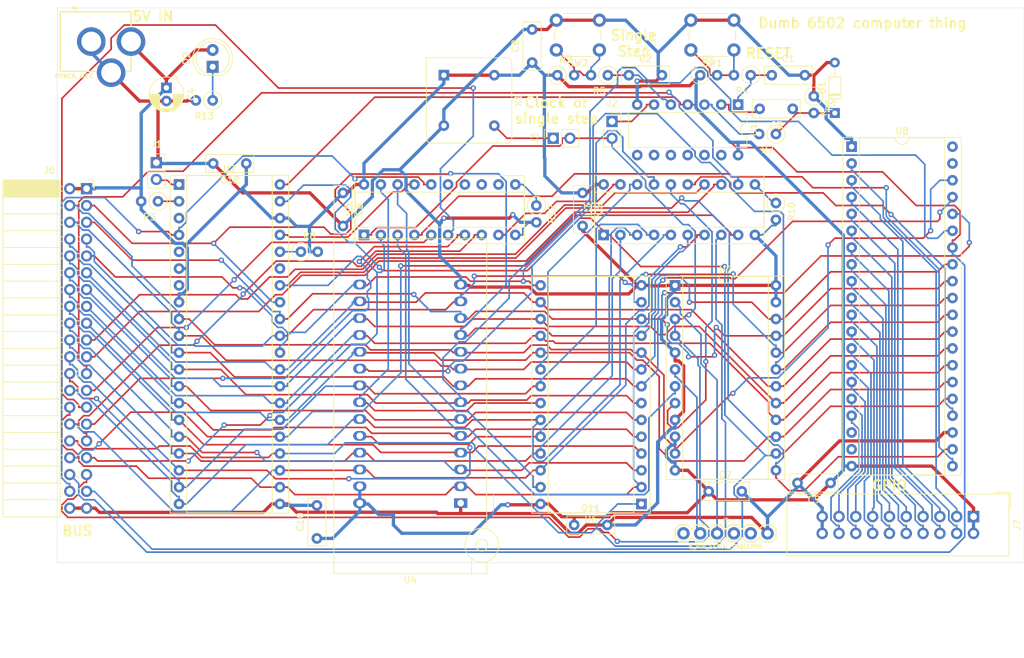
<source format=kicad_pcb>
(kicad_pcb (version 20171130) (host pcbnew 5.1.5+dfsg1-2build2)
  (layers (0 F.Cu signal) (31 B.Cu signal) (34 B.Paste user) (35 F.Paste user) (36 B.SilkS user) (37 F.SilkS user) (38 B.Mask user) (39 F.Mask user) (44 Edge.Cuts user))
  (net 0 "")
  (net 1 GND)
  (net 2 "Net-(C1-Pad1)")
  (net 3 "Net-(C2-Pad1)")
  (net 4 "Net-(C3-Pad2)")
  (net 5 "Net-(C3-Pad1)")
  (net 6 +5V)
  (net 7 "Net-(D2-Pad1)")
  (net 8 "Net-(J1-Pad2)")
  (net 9 CLK)
  (net 10 "Net-(J2-Pad1)")
  (net 11 "Net-(J3-Pad1)")
  (net 12 "Net-(J5-PadVCC)")
  (net 13 RX)
  (net 14 TX)
  (net 15 "Net-(J5-PadDTR)")
  (net 16 "Net-(J5-PadCTS)")
  (net 17 IRQ)
  (net 18 P2)
  (net 19 RST)
  (net 20 /A15)
  (net 21 R\W)
  (net 22 /A14)
  (net 23 IRQ6)
  (net 24 /A13)
  (net 25 IRQ5)
  (net 26 /A12)
  (net 27 IRQ4)
  (net 28 /A11)
  (net 29 IRQ3)
  (net 30 /A10)
  (net 31 CS8)
  (net 32 /A9)
  (net 33 CS7)
  (net 34 /A8)
  (net 35 CS6)
  (net 36 /A7)
  (net 37 /D7)
  (net 38 /A6)
  (net 39 /D6)
  (net 40 /A5)
  (net 41 /D5)
  (net 42 /A4)
  (net 43 /D4)
  (net 44 /A3)
  (net 45 /D3)
  (net 46 /A2)
  (net 47 /D2)
  (net 48 /A1)
  (net 49 /D1)
  (net 50 /A0)
  (net 51 /D0)
  (net 52 GPIO15)
  (net 53 GPIO14)
  (net 54 GPIO13)
  (net 55 GPIO12)
  (net 56 GPIO11)
  (net 57 GPIO10)
  (net 58 GPIO9)
  (net 59 GPIO8)
  (net 60 GPIO7)
  (net 61 GPIO6)
  (net 62 GPIO5)
  (net 63 GPIO4)
  (net 64 GPIO3)
  (net 65 GPIO2)
  (net 66 GPIO1)
  (net 67 GPIO0)
  (net 68 "Net-(R1-Pad2)")
  (net 69 "Net-(R2-Pad2)")
  (net 70 "Net-(R3-Pad1)")
  (net 71 "Net-(R7-Pad2)")
  (net 72 "Net-(R8-Pad1)")
  (net 73 "Net-(R10-Pad1)")
  (net 74 CLKDIV2)
  (net 75 "Net-(U2-Pad35)")
  (net 76 "Net-(U2-Pad7)")
  (net 77 "Net-(U2-Pad5)")
  (net 78 "Net-(U2-Pad3)")
  (net 79 CS1)
  (net 80 CS2)
  (net 81 CS3)
  (net 82 CS4)
  (net 83 CS5)
  (net 84 READ)
  (net 85 WRITE)
  (net 86 IRQ2)
  (net 87 IRQ1)
  (net 88 "Net-(U5-Pad12)")
  (net 89 "Net-(U8-Pad40)")
  (net 90 "Net-(U8-Pad39)")
  (net 91 "Net-(U8-Pad19)")
  (net 92 "Net-(U8-Pad18)")
  (net 93 "Net-(R12-Pad1)")
  (net 94 "Net-(U5-Pad15)")
  (net 95 "Net-(U5-Pad14)")
  (net 96 "Net-(U5-Pad13)")
  (module Socket:DIP_Socket-28_W11.9_W12.7_W15.24_W17.78_W18.5_3M_228-1277-00-0602J (layer F.Cu) (at 93.98 133.223 180)
    (fp_text reference U4 (at 7.62 -11.56) (layer F.SilkS))
    (fp_text value 28C256)
    (pad 15 thru_hole oval (at 15.24 33.02 180) (size 2 1.44) (drill 1) (layers *.Cu *.Mask) (net 45 /D3))
    (pad 14 thru_hole oval (at 0 33.02 180) (size 2 1.44) (drill 1) (layers *.Cu *.Mask) (net 1 GND))
    (pad 16 thru_hole oval (at 15.24 30.48 180) (size 2 1.44) (drill 1) (layers *.Cu *.Mask) (net 43 /D4))
    (pad 13 thru_hole oval (at 0 30.48 180) (size 2 1.44) (drill 1) (layers *.Cu *.Mask) (net 47 /D2))
    (pad 17 thru_hole oval (at 15.24 27.94 180) (size 2 1.44) (drill 1) (layers *.Cu *.Mask) (net 41 /D5))
    (pad 12 thru_hole oval (at 0 27.94 180) (size 2 1.44) (drill 1) (layers *.Cu *.Mask) (net 49 /D1))
    (pad 18 thru_hole oval (at 15.24 25.4 180) (size 2 1.44) (drill 1) (layers *.Cu *.Mask) (net 39 /D6))
    (pad 11 thru_hole oval (at 0 25.4 180) (size 2 1.44) (drill 1) (layers *.Cu *.Mask) (net 51 /D0))
    (pad 19 thru_hole oval (at 15.24 22.86 180) (size 2 1.44) (drill 1) (layers *.Cu *.Mask) (net 37 /D7))
    (pad 10 thru_hole oval (at 0 22.86 180) (size 2 1.44) (drill 1) (layers *.Cu *.Mask) (net 50 /A0))
    (pad 20 thru_hole oval (at 15.24 20.32 180) (size 2 1.44) (drill 1) (layers *.Cu *.Mask) (net 81 CS3))
    (pad 9 thru_hole oval (at 0 20.32 180) (size 2 1.44) (drill 1) (layers *.Cu *.Mask) (net 48 /A1))
    (pad 21 thru_hole oval (at 15.24 17.78 180) (size 2 1.44) (drill 1) (layers *.Cu *.Mask) (net 30 /A10))
    (pad 8 thru_hole oval (at 0 17.78 180) (size 2 1.44) (drill 1) (layers *.Cu *.Mask) (net 46 /A2))
    (pad 22 thru_hole oval (at 15.24 15.24 180) (size 2 1.44) (drill 1) (layers *.Cu *.Mask) (net 84 READ))
    (pad 7 thru_hole oval (at 0 15.24 180) (size 2 1.44) (drill 1) (layers *.Cu *.Mask) (net 44 /A3))
    (pad 23 thru_hole oval (at 15.24 12.7 180) (size 2 1.44) (drill 1) (layers *.Cu *.Mask) (net 28 /A11))
    (pad 6 thru_hole oval (at 0 12.7 180) (size 2 1.44) (drill 1) (layers *.Cu *.Mask) (net 42 /A4))
    (pad 24 thru_hole oval (at 15.24 10.16 180) (size 2 1.44) (drill 1) (layers *.Cu *.Mask) (net 32 /A9))
    (pad 5 thru_hole oval (at 0 10.16 180) (size 2 1.44) (drill 1) (layers *.Cu *.Mask) (net 40 /A5))
    (pad 25 thru_hole oval (at 15.24 7.62 180) (size 2 1.44) (drill 1) (layers *.Cu *.Mask) (net 34 /A8))
    (pad 4 thru_hole oval (at 0 7.62 180) (size 2 1.44) (drill 1) (layers *.Cu *.Mask) (net 38 /A6))
    (pad 26 thru_hole oval (at 15.24 5.08 180) (size 2 1.44) (drill 1) (layers *.Cu *.Mask) (net 24 /A13))
    (pad 3 thru_hole oval (at 0 5.08 180) (size 2 1.44) (drill 1) (layers *.Cu *.Mask) (net 36 /A7))
    (pad 27 thru_hole oval (at 15.24 2.54 180) (size 2 1.44) (drill 1) (layers *.Cu *.Mask) (net 6 +5V))
    (pad 2 thru_hole oval (at 0 2.54 180) (size 2 1.44) (drill 1) (layers *.Cu *.Mask) (net 26 /A12))
    (pad 28 thru_hole oval (at 15.24 0 180) (size 2 1.44) (drill 1) (layers *.Cu *.Mask) (net 6 +5V))
    (pad 1 thru_hole rect (at 0 0 180) (size 2 1.44) (drill 1) (layers *.Cu *.Mask) (net 1 GND))
  )
  (module Button_Switch_THT:SW_PUSH_6mm (layer F.Cu) (at 114.935 64.77 180)
    (fp_text reference SW2 (at 3.25 -2) (layer F.SilkS))
    (fp_text value SW_Push)
    (pad 1 thru_hole circle (at 6.5 0 270) (size 2 2) (drill 1.1) (layers *.Cu *.Mask) (net 69 "Net-(R2-Pad2)"))
    (pad 2 thru_hole circle (at 6.5 4.5 270) (size 2 2) (drill 1.1) (layers *.Cu *.Mask) (net 1 GND))
    (pad 1 thru_hole circle (at 0 0 270) (size 2 2) (drill 1.1) (layers *.Cu *.Mask) (net 69 "Net-(R2-Pad2)"))
    (pad 2 thru_hole circle (at 0 4.5 270) (size 2 2) (drill 1.1) (layers *.Cu *.Mask) (net 1 GND))
  )
  (module Button_Switch_THT:SW_PUSH_6mm (layer F.Cu) (at 135.255 64.77 180)
    (fp_text reference SW1 (at 3.25 -2) (layer F.SilkS))
    (fp_text value SW_Push)
    (pad 1 thru_hole circle (at 6.5 0 270) (size 2 2) (drill 1.1) (layers *.Cu *.Mask) (net 68 "Net-(R1-Pad2)"))
    (pad 2 thru_hole circle (at 6.5 4.5 270) (size 2 2) (drill 1.1) (layers *.Cu *.Mask) (net 1 GND))
    (pad 1 thru_hole circle (at 0 0 270) (size 2 2) (drill 1.1) (layers *.Cu *.Mask) (net 68 "Net-(R1-Pad2)"))
    (pad 2 thru_hole circle (at 0 4.5 270) (size 2 2) (drill 1.1) (layers *.Cu *.Mask) (net 1 GND))
  )
  (module Capacitor_THT:C_Rect_L7.0mm_W2.5mm_P5.00mm (layer F.Cu) (at 61.595 81.915 180)
    (fp_text reference C12 (at 2.5 -2.5) (layer F.SilkS))
    (fp_text value 100n)
    (pad 2 thru_hole circle (at 5 0 180) (size 1.6 1.6) (drill 0.8) (layers *.Cu *.Mask) (net 1 GND))
    (pad 1 thru_hole circle (at 0 0 180) (size 1.6 1.6) (drill 0.8) (layers *.Cu *.Mask) (net 6 +5V))
  )
  (module Capacitor_THT:C_Rect_L7.0mm_W2.5mm_P5.00mm (layer F.Cu) (at 111.125 136.525)
    (fp_text reference C11 (at 2.5 -2.5) (layer F.SilkS))
    (fp_text value 100n)
    (pad 2 thru_hole circle (at 5 0) (size 1.6 1.6) (drill 0.8) (layers *.Cu *.Mask) (net 1 GND))
    (pad 1 thru_hole circle (at 0 0) (size 1.6 1.6) (drill 0.8) (layers *.Cu *.Mask) (net 6 +5V))
  )
  (module Capacitor_THT:C_Rect_L7.0mm_W2.5mm_P5.00mm (layer F.Cu) (at 72.263 138.557 90)
    (fp_text reference C10 (at 2.5 -2.5 90) (layer F.SilkS))
    (fp_text value 100n)
    (pad 2 thru_hole circle (at 5 0 90) (size 1.6 1.6) (drill 0.8) (layers *.Cu *.Mask) (net 1 GND))
    (pad 1 thru_hole circle (at 0 0 90) (size 1.6 1.6) (drill 0.8) (layers *.Cu *.Mask) (net 6 +5V))
  )
  (module Capacitor_THT:C_Rect_L7.0mm_W2.5mm_P5.00mm (layer F.Cu) (at 149.86 130.175 180)
    (fp_text reference C9 (at 2.5 -2.5) (layer F.SilkS))
    (fp_text value 100n)
    (pad 2 thru_hole circle (at 5 0 180) (size 1.6 1.6) (drill 0.8) (layers *.Cu *.Mask) (net 1 GND))
    (pad 1 thru_hole circle (at 0 0 180) (size 1.6 1.6) (drill 0.8) (layers *.Cu *.Mask) (net 6 +5V))
  )
  (module Capacitor_THT:C_Rect_L7.0mm_W2.5mm_P5.00mm (layer F.Cu) (at 104.775 66.675 90)
    (fp_text reference C8 (at 2.5 -2.5 90) (layer F.SilkS))
    (fp_text value 100n)
    (pad 2 thru_hole circle (at 5 0 90) (size 1.6 1.6) (drill 0.8) (layers *.Cu *.Mask) (net 1 GND))
    (pad 1 thru_hole circle (at 0 0 90) (size 1.6 1.6) (drill 0.8) (layers *.Cu *.Mask) (net 6 +5V))
  )
  (module Capacitor_THT:C_Rect_L7.0mm_W2.5mm_P5.00mm (layer F.Cu) (at 131.445 131.445)
    (fp_text reference C7 (at 2.5 -2.5) (layer F.SilkS))
    (fp_text value 100n)
    (pad 2 thru_hole circle (at 5 0) (size 1.6 1.6) (drill 0.8) (layers *.Cu *.Mask) (net 1 GND))
    (pad 1 thru_hole circle (at 0 0) (size 1.6 1.6) (drill 0.8) (layers *.Cu *.Mask) (net 6 +5V))
  )
  (module Capacitor_THT:C_Rect_L7.0mm_W2.5mm_P5.00mm (layer F.Cu) (at 76.2 86.36 270)
    (fp_text reference C6 (at 2.5 -2.5 90) (layer F.SilkS))
    (fp_text value 100n)
    (pad 2 thru_hole circle (at 5 0 270) (size 1.6 1.6) (drill 0.8) (layers *.Cu *.Mask) (net 1 GND))
    (pad 1 thru_hole circle (at 0 0 270) (size 1.6 1.6) (drill 0.8) (layers *.Cu *.Mask) (net 6 +5V))
  )
  (module Capacitor_THT:C_Rect_L7.0mm_W2.5mm_P5.00mm (layer F.Cu) (at 112.395 86.36 270)
    (fp_text reference C5 (at 2.5 -2.5 90) (layer F.SilkS))
    (fp_text value 100n)
    (pad 2 thru_hole circle (at 5 0 270) (size 1.6 1.6) (drill 0.8) (layers *.Cu *.Mask) (net 1 GND))
    (pad 1 thru_hole circle (at 0 0 270) (size 1.6 1.6) (drill 0.8) (layers *.Cu *.Mask) (net 6 +5V))
  )
  (module Resistor_THT:R_Axial_DIN0207_L6.3mm_D2.5mm_P2.54mm_Vertical (layer F.Cu) (at 56.515 72.39 180)
    (fp_text reference R13 (at 1.27 -2.37) (layer F.SilkS))
    (fp_text value 1K)
    (pad 2 thru_hole oval (at 2.54 0 180) (size 1.6 1.6) (drill 0.8) (layers *.Cu *.Mask) (net 1 GND))
    (pad 1 thru_hole circle (at 0 0 180) (size 1.6 1.6) (drill 0.8) (layers *.Cu *.Mask) (net 7 "Net-(D2-Pad1)"))
  )
  (module Resistor_THT:R_Axial_DIN0207_L6.3mm_D2.5mm_P2.54mm_Vertical (layer F.Cu) (at 105.41 88.265 270)
    (fp_text reference R12 (at 1.27 -2.37 90) (layer F.SilkS))
    (fp_text value 10K)
    (pad 2 thru_hole oval (at 2.54 0 270) (size 1.6 1.6) (drill 0.8) (layers *.Cu *.Mask) (net 1 GND))
    (pad 1 thru_hole circle (at 0 0 270) (size 1.6 1.6) (drill 0.8) (layers *.Cu *.Mask) (net 93 "Net-(R12-Pad1)"))
  )
  (module Resistor_THT:R_Axial_DIN0207_L6.3mm_D2.5mm_P2.54mm_Vertical (layer F.Cu) (at 141.605 87.884 270)
    (fp_text reference R10 (at 1.27 -2.37 90) (layer F.SilkS))
    (fp_text value 10K)
    (pad 2 thru_hole oval (at 2.54 0 270) (size 1.6 1.6) (drill 0.8) (layers *.Cu *.Mask) (net 1 GND))
    (pad 1 thru_hole circle (at 0 0 270) (size 1.6 1.6) (drill 0.8) (layers *.Cu *.Mask) (net 73 "Net-(R10-Pad1)"))
  )
  (module Resistor_THT:R_Axial_DIN0207_L6.3mm_D2.5mm_P2.54mm_Vertical (layer F.Cu) (at 69.85 95.25)
    (fp_text reference R8 (at 1.27 -2.37) (layer F.SilkS))
    (fp_text value 10K)
    (pad 2 thru_hole oval (at 2.54 0) (size 1.6 1.6) (drill 0.8) (layers *.Cu *.Mask) (net 6 +5V))
    (pad 1 thru_hole circle (at 0 0) (size 1.6 1.6) (drill 0.8) (layers *.Cu *.Mask) (net 72 "Net-(R8-Pad1)"))
  )
  (module Resistor_THT:R_Axial_DIN0207_L6.3mm_D2.5mm_P2.54mm_Vertical (layer F.Cu) (at 141.605 77.47 180)
    (fp_text reference R7 (at 1.27 -2.37) (layer F.SilkS))
    (fp_text value 1K)
    (pad 2 thru_hole oval (at 2.54 0 180) (size 1.6 1.6) (drill 0.8) (layers *.Cu *.Mask) (net 71 "Net-(R7-Pad2)"))
    (pad 1 thru_hole circle (at 0 0 180) (size 1.6 1.6) (drill 0.8) (layers *.Cu *.Mask) (net 5 "Net-(C3-Pad1)"))
  )
  (module Resistor_THT:R_Axial_DIN0207_L6.3mm_D2.5mm_P2.54mm_Vertical (layer F.Cu) (at 147.32 71.755 270)
    (fp_text reference R6 (at 1.27 -2.37 90) (layer F.SilkS))
    (fp_text value 82K)
    (pad 2 thru_hole oval (at 2.54 0 270) (size 1.6 1.6) (drill 0.8) (layers *.Cu *.Mask) (net 5 "Net-(C3-Pad1)"))
    (pad 1 thru_hole circle (at 0 0 270) (size 1.6 1.6) (drill 0.8) (layers *.Cu *.Mask) (net 1 GND))
  )
  (module Resistor_THT:R_Axial_DIN0207_L6.3mm_D2.5mm_P2.54mm_Vertical (layer F.Cu) (at 116.205 68.58 180)
    (fp_text reference R5 (at 1.27 -2.37) (layer F.SilkS))
    (fp_text value 47K)
    (pad 2 thru_hole oval (at 2.54 0 180) (size 1.6 1.6) (drill 0.8) (layers *.Cu *.Mask) (net 69 "Net-(R2-Pad2)"))
    (pad 1 thru_hole circle (at 0 0 180) (size 1.6 1.6) (drill 0.8) (layers *.Cu *.Mask) (net 3 "Net-(C2-Pad1)"))
  )
  (module Resistor_THT:R_Axial_DIN0207_L6.3mm_D2.5mm_P2.54mm_Vertical (layer F.Cu) (at 137.795 68.58 180)
    (fp_text reference R4 (at 1.27 -2.37) (layer F.SilkS))
    (fp_text value 47K)
    (pad 2 thru_hole oval (at 2.54 0 180) (size 1.6 1.6) (drill 0.8) (layers *.Cu *.Mask) (net 68 "Net-(R1-Pad2)"))
    (pad 1 thru_hole circle (at 0 0 180) (size 1.6 1.6) (drill 0.8) (layers *.Cu *.Mask) (net 2 "Net-(C1-Pad1)"))
  )
  (module Resistor_THT:R_Axial_DIN0207_L6.3mm_D2.5mm_P2.54mm_Vertical (layer F.Cu) (at 48.26 87.63 180)
    (fp_text reference R3 (at 1.27 -2.37) (layer F.SilkS))
    (fp_text value 10K)
    (pad 2 thru_hole oval (at 2.54 0 180) (size 1.6 1.6) (drill 0.8) (layers *.Cu *.Mask) (net 6 +5V))
    (pad 1 thru_hole circle (at 0 0 180) (size 1.6 1.6) (drill 0.8) (layers *.Cu *.Mask) (net 70 "Net-(R3-Pad1)"))
  )
  (module Resistor_THT:R_Axial_DIN0207_L6.3mm_D2.5mm_P2.54mm_Vertical (layer F.Cu) (at 108.585 68.58)
    (fp_text reference R2 (at 1.27 -2.37) (layer F.SilkS))
    (fp_text value 10K)
    (pad 2 thru_hole oval (at 2.54 0) (size 1.6 1.6) (drill 0.8) (layers *.Cu *.Mask) (net 69 "Net-(R2-Pad2)"))
    (pad 1 thru_hole circle (at 0 0) (size 1.6 1.6) (drill 0.8) (layers *.Cu *.Mask) (net 6 +5V))
  )
  (module Resistor_THT:R_Axial_DIN0207_L6.3mm_D2.5mm_P2.54mm_Vertical (layer F.Cu) (at 130.175 68.58)
    (fp_text reference R1 (at 1.27 -2.37) (layer F.SilkS))
    (fp_text value 10K)
    (pad 2 thru_hole oval (at 2.54 0) (size 1.6 1.6) (drill 0.8) (layers *.Cu *.Mask) (net 68 "Net-(R1-Pad2)"))
    (pad 1 thru_hole circle (at 0 0) (size 1.6 1.6) (drill 0.8) (layers *.Cu *.Mask) (net 6 +5V))
  )
  (module Oscillator:Oscillator_DIP-8 (layer F.Cu) (at 91.44 68.58 270)
    (fp_text reference X1 (at 3.81 -11.26 90) (layer F.SilkS))
    (fp_text value CXO_DIP8)
    (pad 4 thru_hole circle (at 7.62 0 270) (size 1.6 1.6) (drill 0.8) (layers *.Cu *.Mask) (net 1 GND))
    (pad 5 thru_hole circle (at 7.62 -7.62 270) (size 1.6 1.6) (drill 0.8) (layers *.Cu *.Mask) (net 11 "Net-(J3-Pad1)"))
    (pad 8 thru_hole circle (at 0 -7.62 270) (size 1.6 1.6) (drill 0.8) (layers *.Cu *.Mask) (net 6 +5V))
    (pad 1 thru_hole rect (at 0 0 270) (size 1.6 1.6) (drill 0.8) (layers *.Cu *.Mask) (net 6 +5V))
  )
  (module Package_DIP:DIP-40_W15.24mm_Socket (layer F.Cu) (at 153.035 79.375)
    (fp_text reference U8 (at 7.62 -2.33) (layer F.SilkS))
    (fp_text value WD65C22)
    (pad 40 thru_hole oval (at 15.24 0) (size 1.6 1.6) (drill 0.8) (layers *.Cu *.Mask) (net 89 "Net-(U8-Pad40)"))
    (pad 20 thru_hole oval (at 0 48.26) (size 1.6 1.6) (drill 0.8) (layers *.Cu *.Mask) (net 6 +5V))
    (pad 39 thru_hole oval (at 15.24 2.54) (size 1.6 1.6) (drill 0.8) (layers *.Cu *.Mask) (net 90 "Net-(U8-Pad39)"))
    (pad 19 thru_hole oval (at 0 45.72) (size 1.6 1.6) (drill 0.8) (layers *.Cu *.Mask) (net 91 "Net-(U8-Pad19)"))
    (pad 38 thru_hole oval (at 15.24 5.08) (size 1.6 1.6) (drill 0.8) (layers *.Cu *.Mask) (net 50 /A0))
    (pad 18 thru_hole oval (at 0 43.18) (size 1.6 1.6) (drill 0.8) (layers *.Cu *.Mask) (net 92 "Net-(U8-Pad18)"))
    (pad 37 thru_hole oval (at 15.24 7.62) (size 1.6 1.6) (drill 0.8) (layers *.Cu *.Mask) (net 48 /A1))
    (pad 17 thru_hole oval (at 0 40.64) (size 1.6 1.6) (drill 0.8) (layers *.Cu *.Mask) (net 52 GPIO15))
    (pad 36 thru_hole oval (at 15.24 10.16) (size 1.6 1.6) (drill 0.8) (layers *.Cu *.Mask) (net 46 /A2))
    (pad 16 thru_hole oval (at 0 38.1) (size 1.6 1.6) (drill 0.8) (layers *.Cu *.Mask) (net 53 GPIO14))
    (pad 35 thru_hole oval (at 15.24 12.7) (size 1.6 1.6) (drill 0.8) (layers *.Cu *.Mask) (net 44 /A3))
    (pad 15 thru_hole oval (at 0 35.56) (size 1.6 1.6) (drill 0.8) (layers *.Cu *.Mask) (net 54 GPIO13))
    (pad 34 thru_hole oval (at 15.24 15.24) (size 1.6 1.6) (drill 0.8) (layers *.Cu *.Mask) (net 19 RST))
    (pad 14 thru_hole oval (at 0 33.02) (size 1.6 1.6) (drill 0.8) (layers *.Cu *.Mask) (net 55 GPIO12))
    (pad 33 thru_hole oval (at 15.24 17.78) (size 1.6 1.6) (drill 0.8) (layers *.Cu *.Mask) (net 51 /D0))
    (pad 13 thru_hole oval (at 0 30.48) (size 1.6 1.6) (drill 0.8) (layers *.Cu *.Mask) (net 56 GPIO11))
    (pad 32 thru_hole oval (at 15.24 20.32) (size 1.6 1.6) (drill 0.8) (layers *.Cu *.Mask) (net 49 /D1))
    (pad 12 thru_hole oval (at 0 27.94) (size 1.6 1.6) (drill 0.8) (layers *.Cu *.Mask) (net 57 GPIO10))
    (pad 31 thru_hole oval (at 15.24 22.86) (size 1.6 1.6) (drill 0.8) (layers *.Cu *.Mask) (net 47 /D2))
    (pad 11 thru_hole oval (at 0 25.4) (size 1.6 1.6) (drill 0.8) (layers *.Cu *.Mask) (net 58 GPIO9))
    (pad 30 thru_hole oval (at 15.24 25.4) (size 1.6 1.6) (drill 0.8) (layers *.Cu *.Mask) (net 45 /D3))
    (pad 10 thru_hole oval (at 0 22.86) (size 1.6 1.6) (drill 0.8) (layers *.Cu *.Mask) (net 59 GPIO8))
    (pad 29 thru_hole oval (at 15.24 27.94) (size 1.6 1.6) (drill 0.8) (layers *.Cu *.Mask) (net 43 /D4))
    (pad 9 thru_hole oval (at 0 20.32) (size 1.6 1.6) (drill 0.8) (layers *.Cu *.Mask) (net 60 GPIO7))
    (pad 28 thru_hole oval (at 15.24 30.48) (size 1.6 1.6) (drill 0.8) (layers *.Cu *.Mask) (net 41 /D5))
    (pad 8 thru_hole oval (at 0 17.78) (size 1.6 1.6) (drill 0.8) (layers *.Cu *.Mask) (net 61 GPIO6))
    (pad 27 thru_hole oval (at 15.24 33.02) (size 1.6 1.6) (drill 0.8) (layers *.Cu *.Mask) (net 39 /D6))
    (pad 7 thru_hole oval (at 0 15.24) (size 1.6 1.6) (drill 0.8) (layers *.Cu *.Mask) (net 62 GPIO5))
    (pad 26 thru_hole oval (at 15.24 35.56) (size 1.6 1.6) (drill 0.8) (layers *.Cu *.Mask) (net 37 /D7))
    (pad 6 thru_hole oval (at 0 12.7) (size 1.6 1.6) (drill 0.8) (layers *.Cu *.Mask) (net 63 GPIO4))
    (pad 25 thru_hole oval (at 15.24 38.1) (size 1.6 1.6) (drill 0.8) (layers *.Cu *.Mask) (net 18 P2))
    (pad 5 thru_hole oval (at 0 10.16) (size 1.6 1.6) (drill 0.8) (layers *.Cu *.Mask) (net 64 GPIO3))
    (pad 24 thru_hole oval (at 15.24 40.64) (size 1.6 1.6) (drill 0.8) (layers *.Cu *.Mask) (net 83 CS5))
    (pad 4 thru_hole oval (at 0 7.62) (size 1.6 1.6) (drill 0.8) (layers *.Cu *.Mask) (net 65 GPIO2))
    (pad 23 thru_hole oval (at 15.24 43.18) (size 1.6 1.6) (drill 0.8) (layers *.Cu *.Mask) (net 1 GND))
    (pad 3 thru_hole oval (at 0 5.08) (size 1.6 1.6) (drill 0.8) (layers *.Cu *.Mask) (net 66 GPIO1))
    (pad 22 thru_hole oval (at 15.24 45.72) (size 1.6 1.6) (drill 0.8) (layers *.Cu *.Mask) (net 21 R\W))
    (pad 2 thru_hole oval (at 0 2.54) (size 1.6 1.6) (drill 0.8) (layers *.Cu *.Mask) (net 67 GPIO0))
    (pad 21 thru_hole oval (at 15.24 48.26) (size 1.6 1.6) (drill 0.8) (layers *.Cu *.Mask) (net 86 IRQ2))
    (pad 1 thru_hole rect (at 0 0) (size 1.6 1.6) (drill 0.8) (layers *.Cu *.Mask) (net 1 GND))
  )
  (module Package_DIP:DIP-24_W15.24mm_Socket (layer F.Cu) (at 126.365 100.33)
    (fp_text reference U7 (at 7.62 -2.33) (layer F.SilkS))
    (fp_text value MC6850)
    (pad 24 thru_hole oval (at 15.24 0) (size 1.6 1.6) (drill 0.8) (layers *.Cu *.Mask) (net 1 GND))
    (pad 12 thru_hole oval (at 0 27.94) (size 1.6 1.6) (drill 0.8) (layers *.Cu *.Mask) (net 6 +5V))
    (pad 23 thru_hole oval (at 15.24 2.54) (size 1.6 1.6) (drill 0.8) (layers *.Cu *.Mask) (net 1 GND))
    (pad 11 thru_hole oval (at 0 25.4) (size 1.6 1.6) (drill 0.8) (layers *.Cu *.Mask) (net 50 /A0))
    (pad 22 thru_hole oval (at 15.24 5.08) (size 1.6 1.6) (drill 0.8) (layers *.Cu *.Mask) (net 51 /D0))
    (pad 10 thru_hole oval (at 0 22.86) (size 1.6 1.6) (drill 0.8) (layers *.Cu *.Mask) (net 6 +5V))
    (pad 21 thru_hole oval (at 15.24 7.62) (size 1.6 1.6) (drill 0.8) (layers *.Cu *.Mask) (net 49 /D1))
    (pad 9 thru_hole oval (at 0 20.32) (size 1.6 1.6) (drill 0.8) (layers *.Cu *.Mask) (net 1 GND))
    (pad 20 thru_hole oval (at 15.24 10.16) (size 1.6 1.6) (drill 0.8) (layers *.Cu *.Mask) (net 47 /D2))
    (pad 8 thru_hole oval (at 0 17.78) (size 1.6 1.6) (drill 0.8) (layers *.Cu *.Mask) (net 82 CS4))
    (pad 19 thru_hole oval (at 15.24 12.7) (size 1.6 1.6) (drill 0.8) (layers *.Cu *.Mask) (net 45 /D3))
    (pad 7 thru_hole oval (at 0 15.24) (size 1.6 1.6) (drill 0.8) (layers *.Cu *.Mask) (net 87 IRQ1))
    (pad 18 thru_hole oval (at 15.24 15.24) (size 1.6 1.6) (drill 0.8) (layers *.Cu *.Mask) (net 43 /D4))
    (pad 6 thru_hole oval (at 0 12.7) (size 1.6 1.6) (drill 0.8) (layers *.Cu *.Mask) (net 14 TX))
    (pad 17 thru_hole oval (at 15.24 17.78) (size 1.6 1.6) (drill 0.8) (layers *.Cu *.Mask) (net 41 /D5))
    (pad 5 thru_hole oval (at 0 10.16) (size 1.6 1.6) (drill 0.8) (layers *.Cu *.Mask) (net 1 GND))
    (pad 16 thru_hole oval (at 15.24 20.32) (size 1.6 1.6) (drill 0.8) (layers *.Cu *.Mask) (net 39 /D6))
    (pad 4 thru_hole oval (at 0 7.62) (size 1.6 1.6) (drill 0.8) (layers *.Cu *.Mask) (net 9 CLK))
    (pad 15 thru_hole oval (at 15.24 22.86) (size 1.6 1.6) (drill 0.8) (layers *.Cu *.Mask) (net 37 /D7))
    (pad 3 thru_hole oval (at 0 5.08) (size 1.6 1.6) (drill 0.8) (layers *.Cu *.Mask) (net 9 CLK))
    (pad 14 thru_hole oval (at 15.24 25.4) (size 1.6 1.6) (drill 0.8) (layers *.Cu *.Mask) (net 18 P2))
    (pad 2 thru_hole oval (at 0 2.54) (size 1.6 1.6) (drill 0.8) (layers *.Cu *.Mask) (net 13 RX))
    (pad 13 thru_hole oval (at 15.24 27.94) (size 1.6 1.6) (drill 0.8) (layers *.Cu *.Mask) (net 21 R\W))
    (pad 1 thru_hole rect (at 0 0) (size 1.6 1.6) (drill 0.8) (layers *.Cu *.Mask) (net 1 GND))
  )
  (module Package_DIP:DIP-28_W15.24mm_Socket (layer F.Cu) (at 121.285 133.35 180)
    (fp_text reference U6 (at 7.62 -2.33) (layer F.SilkS))
    (fp_text value 62256)
    (pad 28 thru_hole oval (at 15.24 0 180) (size 1.6 1.6) (drill 0.8) (layers *.Cu *.Mask) (net 6 +5V))
    (pad 14 thru_hole oval (at 0 33.02 180) (size 1.6 1.6) (drill 0.8) (layers *.Cu *.Mask) (net 1 GND))
    (pad 27 thru_hole oval (at 15.24 2.54 180) (size 1.6 1.6) (drill 0.8) (layers *.Cu *.Mask) (net 85 WRITE))
    (pad 13 thru_hole oval (at 0 30.48 180) (size 1.6 1.6) (drill 0.8) (layers *.Cu *.Mask) (net 47 /D2))
    (pad 26 thru_hole oval (at 15.24 5.08 180) (size 1.6 1.6) (drill 0.8) (layers *.Cu *.Mask) (net 24 /A13))
    (pad 12 thru_hole oval (at 0 27.94 180) (size 1.6 1.6) (drill 0.8) (layers *.Cu *.Mask) (net 49 /D1))
    (pad 25 thru_hole oval (at 15.24 7.62 180) (size 1.6 1.6) (drill 0.8) (layers *.Cu *.Mask) (net 34 /A8))
    (pad 11 thru_hole oval (at 0 25.4 180) (size 1.6 1.6) (drill 0.8) (layers *.Cu *.Mask) (net 51 /D0))
    (pad 24 thru_hole oval (at 15.24 10.16 180) (size 1.6 1.6) (drill 0.8) (layers *.Cu *.Mask) (net 32 /A9))
    (pad 10 thru_hole oval (at 0 22.86 180) (size 1.6 1.6) (drill 0.8) (layers *.Cu *.Mask) (net 50 /A0))
    (pad 23 thru_hole oval (at 15.24 12.7 180) (size 1.6 1.6) (drill 0.8) (layers *.Cu *.Mask) (net 28 /A11))
    (pad 9 thru_hole oval (at 0 20.32 180) (size 1.6 1.6) (drill 0.8) (layers *.Cu *.Mask) (net 48 /A1))
    (pad 22 thru_hole oval (at 15.24 15.24 180) (size 1.6 1.6) (drill 0.8) (layers *.Cu *.Mask) (net 84 READ))
    (pad 8 thru_hole oval (at 0 17.78 180) (size 1.6 1.6) (drill 0.8) (layers *.Cu *.Mask) (net 46 /A2))
    (pad 21 thru_hole oval (at 15.24 17.78 180) (size 1.6 1.6) (drill 0.8) (layers *.Cu *.Mask) (net 30 /A10))
    (pad 7 thru_hole oval (at 0 15.24 180) (size 1.6 1.6) (drill 0.8) (layers *.Cu *.Mask) (net 44 /A3))
    (pad 20 thru_hole oval (at 15.24 20.32 180) (size 1.6 1.6) (drill 0.8) (layers *.Cu *.Mask) (net 80 CS2))
    (pad 6 thru_hole oval (at 0 12.7 180) (size 1.6 1.6) (drill 0.8) (layers *.Cu *.Mask) (net 42 /A4))
    (pad 19 thru_hole oval (at 15.24 22.86 180) (size 1.6 1.6) (drill 0.8) (layers *.Cu *.Mask) (net 37 /D7))
    (pad 5 thru_hole oval (at 0 10.16 180) (size 1.6 1.6) (drill 0.8) (layers *.Cu *.Mask) (net 40 /A5))
    (pad 18 thru_hole oval (at 15.24 25.4 180) (size 1.6 1.6) (drill 0.8) (layers *.Cu *.Mask) (net 39 /D6))
    (pad 4 thru_hole oval (at 0 7.62 180) (size 1.6 1.6) (drill 0.8) (layers *.Cu *.Mask) (net 38 /A6))
    (pad 17 thru_hole oval (at 15.24 27.94 180) (size 1.6 1.6) (drill 0.8) (layers *.Cu *.Mask) (net 41 /D5))
    (pad 3 thru_hole oval (at 0 5.08 180) (size 1.6 1.6) (drill 0.8) (layers *.Cu *.Mask) (net 36 /A7))
    (pad 16 thru_hole oval (at 15.24 30.48 180) (size 1.6 1.6) (drill 0.8) (layers *.Cu *.Mask) (net 43 /D4))
    (pad 2 thru_hole oval (at 0 2.54 180) (size 1.6 1.6) (drill 0.8) (layers *.Cu *.Mask) (net 26 /A12))
    (pad 15 thru_hole oval (at 15.24 33.02 180) (size 1.6 1.6) (drill 0.8) (layers *.Cu *.Mask) (net 45 /D3))
    (pad 1 thru_hole rect (at 0 0 180) (size 1.6 1.6) (drill 0.8) (layers *.Cu *.Mask) (net 22 /A14))
  )
  (module Package_DIP:DIP-20_W7.62mm_Socket (layer F.Cu) (at 79.375 92.71 90)
    (fp_text reference U5 (at 3.81 -2.33 90) (layer F.SilkS))
    (fp_text value GAL16V8)
    (pad 20 thru_hole oval (at 7.62 0 90) (size 1.6 1.6) (drill 0.8) (layers *.Cu *.Mask) (net 6 +5V))
    (pad 10 thru_hole oval (at 0 22.86 90) (size 1.6 1.6) (drill 0.8) (layers *.Cu *.Mask) (net 1 GND))
    (pad 19 thru_hole oval (at 7.62 2.54 90) (size 1.6 1.6) (drill 0.8) (layers *.Cu *.Mask) (net 84 READ))
    (pad 9 thru_hole oval (at 0 20.32 90) (size 1.6 1.6) (drill 0.8) (layers *.Cu *.Mask) (net 79 CS1))
    (pad 18 thru_hole oval (at 7.62 5.08 90) (size 1.6 1.6) (drill 0.8) (layers *.Cu *.Mask) (net 85 WRITE))
    (pad 8 thru_hole oval (at 0 17.78 90) (size 1.6 1.6) (drill 0.8) (layers *.Cu *.Mask) (net 23 IRQ6))
    (pad 17 thru_hole oval (at 7.62 7.62 90) (size 1.6 1.6) (drill 0.8) (layers *.Cu *.Mask) (net 74 CLKDIV2))
    (pad 7 thru_hole oval (at 0 15.24 90) (size 1.6 1.6) (drill 0.8) (layers *.Cu *.Mask) (net 25 IRQ5))
    (pad 16 thru_hole oval (at 7.62 10.16 90) (size 1.6 1.6) (drill 0.8) (layers *.Cu *.Mask) (net 17 IRQ))
    (pad 6 thru_hole oval (at 0 12.7 90) (size 1.6 1.6) (drill 0.8) (layers *.Cu *.Mask) (net 27 IRQ4))
    (pad 15 thru_hole oval (at 7.62 12.7 90) (size 1.6 1.6) (drill 0.8) (layers *.Cu *.Mask) (net 94 "Net-(U5-Pad15)"))
    (pad 5 thru_hole oval (at 0 10.16 90) (size 1.6 1.6) (drill 0.8) (layers *.Cu *.Mask) (net 29 IRQ3))
    (pad 14 thru_hole oval (at 7.62 15.24 90) (size 1.6 1.6) (drill 0.8) (layers *.Cu *.Mask) (net 95 "Net-(U5-Pad14)"))
    (pad 4 thru_hole oval (at 0 7.62 90) (size 1.6 1.6) (drill 0.8) (layers *.Cu *.Mask) (net 86 IRQ2))
    (pad 13 thru_hole oval (at 7.62 17.78 90) (size 1.6 1.6) (drill 0.8) (layers *.Cu *.Mask) (net 96 "Net-(U5-Pad13)"))
    (pad 3 thru_hole oval (at 0 5.08 90) (size 1.6 1.6) (drill 0.8) (layers *.Cu *.Mask) (net 87 IRQ1))
    (pad 12 thru_hole oval (at 7.62 20.32 90) (size 1.6 1.6) (drill 0.8) (layers *.Cu *.Mask) (net 88 "Net-(U5-Pad12)"))
    (pad 2 thru_hole oval (at 0 2.54 90) (size 1.6 1.6) (drill 0.8) (layers *.Cu *.Mask) (net 21 R\W))
    (pad 11 thru_hole oval (at 7.62 22.86 90) (size 1.6 1.6) (drill 0.8) (layers *.Cu *.Mask) (net 93 "Net-(R12-Pad1)"))
    (pad 1 thru_hole rect (at 0 0 90) (size 1.6 1.6) (drill 0.8) (layers *.Cu *.Mask) (net 9 CLK))
  )
  (module Package_DIP:DIP-20_W7.62mm_Socket (layer F.Cu) (at 115.57 92.71 90)
    (fp_text reference U3 (at 3.81 -2.33 90) (layer F.SilkS))
    (fp_text value GAL16V8)
    (pad 20 thru_hole oval (at 7.62 0 90) (size 1.6 1.6) (drill 0.8) (layers *.Cu *.Mask) (net 6 +5V))
    (pad 10 thru_hole oval (at 0 22.86 90) (size 1.6 1.6) (drill 0.8) (layers *.Cu *.Mask) (net 1 GND))
    (pad 19 thru_hole oval (at 7.62 2.54 90) (size 1.6 1.6) (drill 0.8) (layers *.Cu *.Mask) (net 79 CS1))
    (pad 9 thru_hole oval (at 0 20.32 90) (size 1.6 1.6) (drill 0.8) (layers *.Cu *.Mask) (net 20 /A15))
    (pad 18 thru_hole oval (at 7.62 5.08 90) (size 1.6 1.6) (drill 0.8) (layers *.Cu *.Mask) (net 80 CS2))
    (pad 8 thru_hole oval (at 0 17.78 90) (size 1.6 1.6) (drill 0.8) (layers *.Cu *.Mask) (net 22 /A14))
    (pad 17 thru_hole oval (at 7.62 7.62 90) (size 1.6 1.6) (drill 0.8) (layers *.Cu *.Mask) (net 81 CS3))
    (pad 7 thru_hole oval (at 0 15.24 90) (size 1.6 1.6) (drill 0.8) (layers *.Cu *.Mask) (net 24 /A13))
    (pad 16 thru_hole oval (at 7.62 10.16 90) (size 1.6 1.6) (drill 0.8) (layers *.Cu *.Mask) (net 82 CS4))
    (pad 6 thru_hole oval (at 0 12.7 90) (size 1.6 1.6) (drill 0.8) (layers *.Cu *.Mask) (net 26 /A12))
    (pad 15 thru_hole oval (at 7.62 12.7 90) (size 1.6 1.6) (drill 0.8) (layers *.Cu *.Mask) (net 83 CS5))
    (pad 5 thru_hole oval (at 0 10.16 90) (size 1.6 1.6) (drill 0.8) (layers *.Cu *.Mask) (net 28 /A11))
    (pad 14 thru_hole oval (at 7.62 15.24 90) (size 1.6 1.6) (drill 0.8) (layers *.Cu *.Mask) (net 35 CS6))
    (pad 4 thru_hole oval (at 0 7.62 90) (size 1.6 1.6) (drill 0.8) (layers *.Cu *.Mask) (net 30 /A10))
    (pad 13 thru_hole oval (at 7.62 17.78 90) (size 1.6 1.6) (drill 0.8) (layers *.Cu *.Mask) (net 33 CS7))
    (pad 3 thru_hole oval (at 0 5.08 90) (size 1.6 1.6) (drill 0.8) (layers *.Cu *.Mask) (net 32 /A9))
    (pad 12 thru_hole oval (at 7.62 20.32 90) (size 1.6 1.6) (drill 0.8) (layers *.Cu *.Mask) (net 31 CS8))
    (pad 2 thru_hole oval (at 0 2.54 90) (size 1.6 1.6) (drill 0.8) (layers *.Cu *.Mask) (net 34 /A8))
    (pad 11 thru_hole oval (at 7.62 22.86 90) (size 1.6 1.6) (drill 0.8) (layers *.Cu *.Mask) (net 73 "Net-(R10-Pad1)"))
    (pad 1 thru_hole rect (at 0 0 90) (size 1.6 1.6) (drill 0.8) (layers *.Cu *.Mask) (net 18 P2))
  )
  (module Package_DIP:DIP-40_W15.24mm_Socket (layer F.Cu) (at 51.435 85.09)
    (fp_text reference U2 (at 7.62 -2.33) (layer F.SilkS))
    (fp_text value WD65C02)
    (pad 40 thru_hole oval (at 15.24 0) (size 1.6 1.6) (drill 0.8) (layers *.Cu *.Mask) (net 19 RST))
    (pad 20 thru_hole oval (at 0 48.26) (size 1.6 1.6) (drill 0.8) (layers *.Cu *.Mask) (net 28 /A11))
    (pad 39 thru_hole oval (at 15.24 2.54) (size 1.6 1.6) (drill 0.8) (layers *.Cu *.Mask) (net 18 P2))
    (pad 19 thru_hole oval (at 0 45.72) (size 1.6 1.6) (drill 0.8) (layers *.Cu *.Mask) (net 30 /A10))
    (pad 38 thru_hole oval (at 15.24 5.08) (size 1.6 1.6) (drill 0.8) (layers *.Cu *.Mask) (net 6 +5V))
    (pad 18 thru_hole oval (at 0 43.18) (size 1.6 1.6) (drill 0.8) (layers *.Cu *.Mask) (net 32 /A9))
    (pad 37 thru_hole oval (at 15.24 7.62) (size 1.6 1.6) (drill 0.8) (layers *.Cu *.Mask) (net 74 CLKDIV2))
    (pad 17 thru_hole oval (at 0 40.64) (size 1.6 1.6) (drill 0.8) (layers *.Cu *.Mask) (net 34 /A8))
    (pad 36 thru_hole oval (at 15.24 10.16) (size 1.6 1.6) (drill 0.8) (layers *.Cu *.Mask) (net 72 "Net-(R8-Pad1)"))
    (pad 16 thru_hole oval (at 0 38.1) (size 1.6 1.6) (drill 0.8) (layers *.Cu *.Mask) (net 36 /A7))
    (pad 35 thru_hole oval (at 15.24 12.7) (size 1.6 1.6) (drill 0.8) (layers *.Cu *.Mask) (net 75 "Net-(U2-Pad35)"))
    (pad 15 thru_hole oval (at 0 35.56) (size 1.6 1.6) (drill 0.8) (layers *.Cu *.Mask) (net 38 /A6))
    (pad 34 thru_hole oval (at 15.24 15.24) (size 1.6 1.6) (drill 0.8) (layers *.Cu *.Mask) (net 21 R\W))
    (pad 14 thru_hole oval (at 0 33.02) (size 1.6 1.6) (drill 0.8) (layers *.Cu *.Mask) (net 40 /A5))
    (pad 33 thru_hole oval (at 15.24 17.78) (size 1.6 1.6) (drill 0.8) (layers *.Cu *.Mask) (net 51 /D0))
    (pad 13 thru_hole oval (at 0 30.48) (size 1.6 1.6) (drill 0.8) (layers *.Cu *.Mask) (net 42 /A4))
    (pad 32 thru_hole oval (at 15.24 20.32) (size 1.6 1.6) (drill 0.8) (layers *.Cu *.Mask) (net 49 /D1))
    (pad 12 thru_hole oval (at 0 27.94) (size 1.6 1.6) (drill 0.8) (layers *.Cu *.Mask) (net 44 /A3))
    (pad 31 thru_hole oval (at 15.24 22.86) (size 1.6 1.6) (drill 0.8) (layers *.Cu *.Mask) (net 47 /D2))
    (pad 11 thru_hole oval (at 0 25.4) (size 1.6 1.6) (drill 0.8) (layers *.Cu *.Mask) (net 46 /A2))
    (pad 30 thru_hole oval (at 15.24 25.4) (size 1.6 1.6) (drill 0.8) (layers *.Cu *.Mask) (net 45 /D3))
    (pad 10 thru_hole oval (at 0 22.86) (size 1.6 1.6) (drill 0.8) (layers *.Cu *.Mask) (net 48 /A1))
    (pad 29 thru_hole oval (at 15.24 27.94) (size 1.6 1.6) (drill 0.8) (layers *.Cu *.Mask) (net 43 /D4))
    (pad 9 thru_hole oval (at 0 20.32) (size 1.6 1.6) (drill 0.8) (layers *.Cu *.Mask) (net 50 /A0))
    (pad 28 thru_hole oval (at 15.24 30.48) (size 1.6 1.6) (drill 0.8) (layers *.Cu *.Mask) (net 41 /D5))
    (pad 8 thru_hole oval (at 0 17.78) (size 1.6 1.6) (drill 0.8) (layers *.Cu *.Mask) (net 6 +5V))
    (pad 27 thru_hole oval (at 15.24 33.02) (size 1.6 1.6) (drill 0.8) (layers *.Cu *.Mask) (net 39 /D6))
    (pad 7 thru_hole oval (at 0 15.24) (size 1.6 1.6) (drill 0.8) (layers *.Cu *.Mask) (net 76 "Net-(U2-Pad7)"))
    (pad 26 thru_hole oval (at 15.24 35.56) (size 1.6 1.6) (drill 0.8) (layers *.Cu *.Mask) (net 37 /D7))
    (pad 6 thru_hole oval (at 0 12.7) (size 1.6 1.6) (drill 0.8) (layers *.Cu *.Mask) (net 6 +5V))
    (pad 25 thru_hole oval (at 15.24 38.1) (size 1.6 1.6) (drill 0.8) (layers *.Cu *.Mask) (net 20 /A15))
    (pad 5 thru_hole oval (at 0 10.16) (size 1.6 1.6) (drill 0.8) (layers *.Cu *.Mask) (net 77 "Net-(U2-Pad5)"))
    (pad 24 thru_hole oval (at 15.24 40.64) (size 1.6 1.6) (drill 0.8) (layers *.Cu *.Mask) (net 22 /A14))
    (pad 4 thru_hole oval (at 0 7.62) (size 1.6 1.6) (drill 0.8) (layers *.Cu *.Mask) (net 17 IRQ))
    (pad 23 thru_hole oval (at 15.24 43.18) (size 1.6 1.6) (drill 0.8) (layers *.Cu *.Mask) (net 24 /A13))
    (pad 3 thru_hole oval (at 0 5.08) (size 1.6 1.6) (drill 0.8) (layers *.Cu *.Mask) (net 78 "Net-(U2-Pad3)"))
    (pad 22 thru_hole oval (at 15.24 45.72) (size 1.6 1.6) (drill 0.8) (layers *.Cu *.Mask) (net 26 /A12))
    (pad 2 thru_hole oval (at 0 2.54) (size 1.6 1.6) (drill 0.8) (layers *.Cu *.Mask) (net 70 "Net-(R3-Pad1)"))
    (pad 21 thru_hole oval (at 15.24 48.26) (size 1.6 1.6) (drill 0.8) (layers *.Cu *.Mask) (net 1 GND))
    (pad 1 thru_hole rect (at 0 0) (size 1.6 1.6) (drill 0.8) (layers *.Cu *.Mask) (net 8 "Net-(J1-Pad2)"))
  )
  (module Package_DIP:DIP-14_W7.62mm (layer F.Cu) (at 135.89 73.025 270)
    (fp_text reference U1 (at 3.81 -2.33 90) (layer F.SilkS))
    (fp_text value 74HC14)
    (pad 14 thru_hole oval (at 7.62 0 270) (size 1.6 1.6) (drill 0.8) (layers *.Cu *.Mask) (net 6 +5V))
    (pad 7 thru_hole oval (at 0 15.24 270) (size 1.6 1.6) (drill 0.8) (layers *.Cu *.Mask) (net 1 GND))
    (pad 13 thru_hole oval (at 7.62 2.54 270) (size 1.6 1.6) (drill 0.8) (layers *.Cu *.Mask))
    (pad 6 thru_hole oval (at 0 12.7 270) (size 1.6 1.6) (drill 0.8) (layers *.Cu *.Mask) (net 10 "Net-(J2-Pad1)"))
    (pad 12 thru_hole oval (at 7.62 5.08 270) (size 1.6 1.6) (drill 0.8) (layers *.Cu *.Mask))
    (pad 5 thru_hole oval (at 0 10.16 270) (size 1.6 1.6) (drill 0.8) (layers *.Cu *.Mask) (net 3 "Net-(C2-Pad1)"))
    (pad 11 thru_hole oval (at 7.62 7.62 270) (size 1.6 1.6) (drill 0.8) (layers *.Cu *.Mask))
    (pad 4 thru_hole oval (at 0 7.62 270) (size 1.6 1.6) (drill 0.8) (layers *.Cu *.Mask) (net 19 RST))
    (pad 10 thru_hole oval (at 7.62 10.16 270) (size 1.6 1.6) (drill 0.8) (layers *.Cu *.Mask))
    (pad 3 thru_hole oval (at 0 5.08 270) (size 1.6 1.6) (drill 0.8) (layers *.Cu *.Mask) (net 71 "Net-(R7-Pad2)"))
    (pad 9 thru_hole oval (at 7.62 12.7 270) (size 1.6 1.6) (drill 0.8) (layers *.Cu *.Mask))
    (pad 2 thru_hole oval (at 0 2.54 270) (size 1.6 1.6) (drill 0.8) (layers *.Cu *.Mask) (net 4 "Net-(C3-Pad2)"))
    (pad 8 thru_hole oval (at 7.62 15.24 270) (size 1.6 1.6) (drill 0.8) (layers *.Cu *.Mask))
    (pad 1 thru_hole rect (at 0 0 270) (size 1.6 1.6) (drill 0.8) (layers *.Cu *.Mask) (net 2 "Net-(C1-Pad1)"))
  )
  (module Connector_IDC:IDC-Header_2x10_P2.54mm_Vertical (layer F.Cu) (at 171.45 135.255 270)
    (fp_text reference J7 (at 1.27 -6.604 90) (layer F.SilkS))
    (fp_text value Conn_IO)
    (pad 20 thru_hole oval (at 2.54 22.86 270) (size 1.7272 1.7272) (drill 1.016) (layers *.Cu *.Mask) (net 1 GND))
    (pad 19 thru_hole oval (at 0 22.86 270) (size 1.7272 1.7272) (drill 1.016) (layers *.Cu *.Mask) (net 1 GND))
    (pad 18 thru_hole oval (at 2.54 20.32 270) (size 1.7272 1.7272) (drill 1.016) (layers *.Cu *.Mask) (net 52 GPIO15))
    (pad 17 thru_hole oval (at 0 20.32 270) (size 1.7272 1.7272) (drill 1.016) (layers *.Cu *.Mask) (net 53 GPIO14))
    (pad 16 thru_hole oval (at 2.54 17.78 270) (size 1.7272 1.7272) (drill 1.016) (layers *.Cu *.Mask) (net 54 GPIO13))
    (pad 15 thru_hole oval (at 0 17.78 270) (size 1.7272 1.7272) (drill 1.016) (layers *.Cu *.Mask) (net 55 GPIO12))
    (pad 14 thru_hole oval (at 2.54 15.24 270) (size 1.7272 1.7272) (drill 1.016) (layers *.Cu *.Mask) (net 56 GPIO11))
    (pad 13 thru_hole oval (at 0 15.24 270) (size 1.7272 1.7272) (drill 1.016) (layers *.Cu *.Mask) (net 57 GPIO10))
    (pad 12 thru_hole oval (at 2.54 12.7 270) (size 1.7272 1.7272) (drill 1.016) (layers *.Cu *.Mask) (net 58 GPIO9))
    (pad 11 thru_hole oval (at 0 12.7 270) (size 1.7272 1.7272) (drill 1.016) (layers *.Cu *.Mask) (net 59 GPIO8))
    (pad 10 thru_hole oval (at 2.54 10.16 270) (size 1.7272 1.7272) (drill 1.016) (layers *.Cu *.Mask) (net 60 GPIO7))
    (pad 9 thru_hole oval (at 0 10.16 270) (size 1.7272 1.7272) (drill 1.016) (layers *.Cu *.Mask) (net 61 GPIO6))
    (pad 8 thru_hole oval (at 2.54 7.62 270) (size 1.7272 1.7272) (drill 1.016) (layers *.Cu *.Mask) (net 62 GPIO5))
    (pad 7 thru_hole oval (at 0 7.62 270) (size 1.7272 1.7272) (drill 1.016) (layers *.Cu *.Mask) (net 63 GPIO4))
    (pad 6 thru_hole oval (at 2.54 5.08 270) (size 1.7272 1.7272) (drill 1.016) (layers *.Cu *.Mask) (net 64 GPIO3))
    (pad 5 thru_hole oval (at 0 5.08 270) (size 1.7272 1.7272) (drill 1.016) (layers *.Cu *.Mask) (net 65 GPIO2))
    (pad 4 thru_hole oval (at 2.54 2.54 270) (size 1.7272 1.7272) (drill 1.016) (layers *.Cu *.Mask) (net 66 GPIO1))
    (pad 3 thru_hole oval (at 0 2.54 270) (size 1.7272 1.7272) (drill 1.016) (layers *.Cu *.Mask) (net 67 GPIO0))
    (pad 2 thru_hole oval (at 2.54 0 270) (size 1.7272 1.7272) (drill 1.016) (layers *.Cu *.Mask) (net 6 +5V))
    (pad 1 thru_hole rect (at 0 0 270) (size 1.7272 1.7272) (drill 1.016) (layers *.Cu *.Mask) (net 6 +5V))
  )
  (module Connector_PinSocket_2.54mm:PinSocket_2x20_P2.54mm_Horizontal (layer F.Cu) (at 37.465 85.725)
    (fp_text reference J6 (at -5.65 -2.77) (layer F.SilkS))
    (fp_text value Bus)
    (pad 40 thru_hole oval (at -2.54 48.26) (size 1.7 1.7) (drill 1) (layers *.Cu *.Mask) (net 1 GND))
    (pad 39 thru_hole oval (at 0 48.26) (size 1.7 1.7) (drill 1) (layers *.Cu *.Mask) (net 1 GND))
    (pad 38 thru_hole oval (at -2.54 45.72) (size 1.7 1.7) (drill 1) (layers *.Cu *.Mask) (net 17 IRQ))
    (pad 37 thru_hole oval (at 0 45.72) (size 1.7 1.7) (drill 1) (layers *.Cu *.Mask) (net 18 P2))
    (pad 36 thru_hole oval (at -2.54 43.18) (size 1.7 1.7) (drill 1) (layers *.Cu *.Mask) (net 19 RST))
    (pad 35 thru_hole oval (at 0 43.18) (size 1.7 1.7) (drill 1) (layers *.Cu *.Mask) (net 9 CLK))
    (pad 34 thru_hole oval (at -2.54 40.64) (size 1.7 1.7) (drill 1) (layers *.Cu *.Mask) (net 20 /A15))
    (pad 33 thru_hole oval (at 0 40.64) (size 1.7 1.7) (drill 1) (layers *.Cu *.Mask) (net 21 R\W))
    (pad 32 thru_hole oval (at -2.54 38.1) (size 1.7 1.7) (drill 1) (layers *.Cu *.Mask) (net 22 /A14))
    (pad 31 thru_hole oval (at 0 38.1) (size 1.7 1.7) (drill 1) (layers *.Cu *.Mask) (net 23 IRQ6))
    (pad 30 thru_hole oval (at -2.54 35.56) (size 1.7 1.7) (drill 1) (layers *.Cu *.Mask) (net 24 /A13))
    (pad 29 thru_hole oval (at 0 35.56) (size 1.7 1.7) (drill 1) (layers *.Cu *.Mask) (net 25 IRQ5))
    (pad 28 thru_hole oval (at -2.54 33.02) (size 1.7 1.7) (drill 1) (layers *.Cu *.Mask) (net 26 /A12))
    (pad 27 thru_hole oval (at 0 33.02) (size 1.7 1.7) (drill 1) (layers *.Cu *.Mask) (net 27 IRQ4))
    (pad 26 thru_hole oval (at -2.54 30.48) (size 1.7 1.7) (drill 1) (layers *.Cu *.Mask) (net 28 /A11))
    (pad 25 thru_hole oval (at 0 30.48) (size 1.7 1.7) (drill 1) (layers *.Cu *.Mask) (net 29 IRQ3))
    (pad 24 thru_hole oval (at -2.54 27.94) (size 1.7 1.7) (drill 1) (layers *.Cu *.Mask) (net 30 /A10))
    (pad 23 thru_hole oval (at 0 27.94) (size 1.7 1.7) (drill 1) (layers *.Cu *.Mask) (net 31 CS8))
    (pad 22 thru_hole oval (at -2.54 25.4) (size 1.7 1.7) (drill 1) (layers *.Cu *.Mask) (net 32 /A9))
    (pad 21 thru_hole oval (at 0 25.4) (size 1.7 1.7) (drill 1) (layers *.Cu *.Mask) (net 33 CS7))
    (pad 20 thru_hole oval (at -2.54 22.86) (size 1.7 1.7) (drill 1) (layers *.Cu *.Mask) (net 34 /A8))
    (pad 19 thru_hole oval (at 0 22.86) (size 1.7 1.7) (drill 1) (layers *.Cu *.Mask) (net 35 CS6))
    (pad 18 thru_hole oval (at -2.54 20.32) (size 1.7 1.7) (drill 1) (layers *.Cu *.Mask) (net 36 /A7))
    (pad 17 thru_hole oval (at 0 20.32) (size 1.7 1.7) (drill 1) (layers *.Cu *.Mask) (net 37 /D7))
    (pad 16 thru_hole oval (at -2.54 17.78) (size 1.7 1.7) (drill 1) (layers *.Cu *.Mask) (net 38 /A6))
    (pad 15 thru_hole oval (at 0 17.78) (size 1.7 1.7) (drill 1) (layers *.Cu *.Mask) (net 39 /D6))
    (pad 14 thru_hole oval (at -2.54 15.24) (size 1.7 1.7) (drill 1) (layers *.Cu *.Mask) (net 40 /A5))
    (pad 13 thru_hole oval (at 0 15.24) (size 1.7 1.7) (drill 1) (layers *.Cu *.Mask) (net 41 /D5))
    (pad 12 thru_hole oval (at -2.54 12.7) (size 1.7 1.7) (drill 1) (layers *.Cu *.Mask) (net 42 /A4))
    (pad 11 thru_hole oval (at 0 12.7) (size 1.7 1.7) (drill 1) (layers *.Cu *.Mask) (net 43 /D4))
    (pad 10 thru_hole oval (at -2.54 10.16) (size 1.7 1.7) (drill 1) (layers *.Cu *.Mask) (net 44 /A3))
    (pad 9 thru_hole oval (at 0 10.16) (size 1.7 1.7) (drill 1) (layers *.Cu *.Mask) (net 45 /D3))
    (pad 8 thru_hole oval (at -2.54 7.62) (size 1.7 1.7) (drill 1) (layers *.Cu *.Mask) (net 46 /A2))
    (pad 7 thru_hole oval (at 0 7.62) (size 1.7 1.7) (drill 1) (layers *.Cu *.Mask) (net 47 /D2))
    (pad 6 thru_hole oval (at -2.54 5.08) (size 1.7 1.7) (drill 1) (layers *.Cu *.Mask) (net 48 /A1))
    (pad 5 thru_hole oval (at 0 5.08) (size 1.7 1.7) (drill 1) (layers *.Cu *.Mask) (net 49 /D1))
    (pad 4 thru_hole oval (at -2.54 2.54) (size 1.7 1.7) (drill 1) (layers *.Cu *.Mask) (net 50 /A0))
    (pad 3 thru_hole oval (at 0 2.54) (size 1.7 1.7) (drill 1) (layers *.Cu *.Mask) (net 51 /D0))
    (pad 2 thru_hole oval (at -2.54 0) (size 1.7 1.7) (drill 1) (layers *.Cu *.Mask) (net 6 +5V))
    (pad 1 thru_hole rect (at 0 0) (size 1.7 1.7) (drill 1) (layers *.Cu *.Mask) (net 6 +5V))
  )
  (module sparkfun_connector:FTDI_BASIC (layer F.Cu) (at 127.635 137.795)
    (fp_text reference J5 (at 6.35 -1.9558) (layer F.SilkS) (effects (font (size 0.6096 0.6096) (thickness 0.127))))
    (fp_text value 6_PIN_SERIAL_CABLEPTH (at 6.35 2.032) (layer F.SilkS) (effects (font (size 0.6096 0.6096) (thickness 0.127))))
    (pad VCC thru_hole circle (at 7.62 0) (size 1.8796 1.8796) (drill 1.016) (layers *.Cu *.Mask) (net 12 "Net-(J5-PadVCC)"))
    (pad TXO thru_hole circle (at 5.08 0) (size 1.8796 1.8796) (drill 1.016) (layers *.Cu *.Mask) (net 13 RX))
    (pad RXI thru_hole circle (at 2.54 0) (size 1.8796 1.8796) (drill 1.016) (layers *.Cu *.Mask) (net 14 TX))
    (pad GND thru_hole circle (at 12.7 0) (size 1.8796 1.8796) (drill 1.016) (layers *.Cu *.Mask) (net 1 GND))
    (pad DTR thru_hole circle (at 0 0) (size 1.8796 1.8796) (drill 1.016) (layers *.Cu *.Mask) (net 15 "Net-(J5-PadDTR)"))
    (pad CTS thru_hole circle (at 10.16 0) (size 1.8796 1.8796) (drill 1.016) (layers *.Cu *.Mask) (net 16 "Net-(J5-PadCTS)"))
  )
  (module sparkfun_connector:POWER_JACK_PTH (layer F.Cu) (at 30.48 63.5 270)
    (fp_text reference J4 (at -5.08 -5.08) (layer F.SilkS) (effects (font (size 0.6096 0.6096) (thickness 0.127))))
    (fp_text value POWER_JACK (at 5.207 -5.08) (layer F.SilkS) (effects (font (size 0.6096 0.6096) (thickness 0.127))))
    (pad PWR thru_hole circle (at 0 -13.69822 270) (size 4.318 4.318) (drill 2.9972) (layers *.Cu *.Mask) (net 6 +5V))
    (pad GNDB thru_hole circle (at 4.699 -10.69848 270) (size 4.318 4.318) (drill 2.9972) (layers *.Cu *.Mask) (net 1 GND))
    (pad GND thru_hole circle (at 0 -7.69874 270) (size 4.318 4.318) (drill 2.9972) (layers *.Cu *.Mask) (net 1 GND))
  )
  (module Connector_PinSocket_2.54mm:PinSocket_1x02_P2.54mm_Vertical (layer F.Cu) (at 107.95 78.105 90)
    (fp_text reference J3 (at 0 -2.77 90) (layer F.SilkS))
    (fp_text value Conn_01x02)
    (pad 2 thru_hole oval (at 0 2.54 90) (size 1.7 1.7) (drill 1) (layers *.Cu *.Mask) (net 9 CLK))
    (pad 1 thru_hole rect (at 0 0 90) (size 1.7 1.7) (drill 1) (layers *.Cu *.Mask) (net 11 "Net-(J3-Pad1)"))
  )
  (module Connector_PinSocket_2.54mm:PinSocket_1x02_P2.54mm_Vertical (layer F.Cu) (at 116.84 75.565)
    (fp_text reference J2 (at 0 -2.77) (layer F.SilkS))
    (fp_text value Conn_01x02)
    (pad 2 thru_hole oval (at 0 2.54) (size 1.7 1.7) (drill 1) (layers *.Cu *.Mask) (net 9 CLK))
    (pad 1 thru_hole rect (at 0 0) (size 1.7 1.7) (drill 1) (layers *.Cu *.Mask) (net 10 "Net-(J2-Pad1)"))
  )
  (module Connector_PinSocket_2.54mm:PinSocket_1x02_P2.54mm_Vertical (layer F.Cu) (at 48.006 81.788)
    (fp_text reference J1 (at 0 -2.77) (layer F.SilkS))
    (fp_text value Conn_01x02)
    (pad 2 thru_hole oval (at 0 2.54) (size 1.7 1.7) (drill 1) (layers *.Cu *.Mask) (net 8 "Net-(J1-Pad2)"))
    (pad 1 thru_hole rect (at 0 0) (size 1.7 1.7) (drill 1) (layers *.Cu *.Mask) (net 1 GND))
  )
  (module LED_THT:LED_D5.0mm (layer F.Cu) (at 56.515 67.31 90)
    (fp_text reference D2 (at 1.27 -3.96 90) (layer F.SilkS))
    (fp_text value LED)
    (pad 2 thru_hole circle (at 2.54 0 90) (size 1.8 1.8) (drill 0.9) (layers *.Cu *.Mask) (net 6 +5V))
    (pad 1 thru_hole rect (at 0 0 90) (size 1.8 1.8) (drill 0.9) (layers *.Cu *.Mask) (net 7 "Net-(D2-Pad1)"))
  )
  (module Diode_THT:D_DO-34_SOD68_P7.62mm_Horizontal (layer F.Cu) (at 150.495 74.295 90)
    (fp_text reference D1 (at 3.81 -1.92 90) (layer F.SilkS))
    (fp_text value D)
    (fp_text user K (at 0 -1.75 90) (layer F.SilkS))
    (pad 2 thru_hole oval (at 7.62 0 90) (size 1.5 1.5) (drill 0.75) (layers *.Cu *.Mask) (net 1 GND))
    (pad 1 thru_hole rect (at 0 0 90) (size 1.5 1.5) (drill 0.75) (layers *.Cu *.Mask) (net 5 "Net-(C3-Pad1)"))
  )
  (module Capacitor_THT:CP_Radial_D5.0mm_P2.00mm (layer F.Cu) (at 49.53 70.485 270)
    (fp_text reference C4 (at 1 -3.75 90) (layer F.SilkS))
    (fp_text value 100u)
    (pad 2 thru_hole circle (at 2 0 270) (size 1.6 1.6) (drill 0.8) (layers *.Cu *.Mask) (net 1 GND))
    (pad 1 thru_hole rect (at 0 0 270) (size 1.6 1.6) (drill 0.8) (layers *.Cu *.Mask) (net 6 +5V))
  )
  (module Capacitor_THT:C_Rect_L7.0mm_W2.5mm_P5.00mm (layer F.Cu) (at 144.145 73.66 180)
    (fp_text reference C3 (at 2.5 -2.5) (layer F.SilkS))
    (fp_text value 1uF)
    (pad 2 thru_hole circle (at 5 0 180) (size 1.6 1.6) (drill 0.8) (layers *.Cu *.Mask) (net 4 "Net-(C3-Pad2)"))
    (pad 1 thru_hole circle (at 0 0 180) (size 1.6 1.6) (drill 0.8) (layers *.Cu *.Mask) (net 5 "Net-(C3-Pad1)"))
  )
  (module Capacitor_THT:C_Rect_L7.0mm_W2.5mm_P5.00mm (layer F.Cu) (at 119.38 68.58)
    (fp_text reference C2 (at 2.5 -2.5) (layer F.SilkS))
    (fp_text value 1uF)
    (pad 2 thru_hole circle (at 5 0) (size 1.6 1.6) (drill 0.8) (layers *.Cu *.Mask) (net 1 GND))
    (pad 1 thru_hole circle (at 0 0) (size 1.6 1.6) (drill 0.8) (layers *.Cu *.Mask) (net 3 "Net-(C2-Pad1)"))
  )
  (module Capacitor_THT:C_Rect_L7.0mm_W2.5mm_P5.00mm (layer F.Cu) (at 140.97 68.58)
    (fp_text reference C1 (at 2.5 -2.5) (layer F.SilkS))
    (fp_text value 1uF)
    (pad 2 thru_hole circle (at 5 0) (size 1.6 1.6) (drill 0.8) (layers *.Cu *.Mask) (net 1 GND))
    (pad 1 thru_hole circle (at 0 0) (size 1.6 1.6) (drill 0.8) (layers *.Cu *.Mask) (net 2 "Net-(C1-Pad1)"))
  )
  (gr_text BUS (at 36.068 137.414) (layer F.SilkS) (effects (font (size 1.5 1.5) (thickness 0.3))))
  (gr_text GPIO (at 158.75 130.556) (layer F.SilkS) (effects (font (size 1.5 1.5) (thickness 0.3))))
  (gr_text "5V IN" (at 47.498 59.69) (layer F.SilkS) (effects (font (size 1.5 1.5) (thickness 0.3))))
  (gr_text "Clock or\nsingle step" (at 108.458 73.914) (layer F.SilkS) (effects (font (size 1.5 1.5) (thickness 0.3))))
  (gr_text "Single\nStep" (at 120.142 63.754) (layer F.SilkS) (effects (font (size 1.5 1.5) (thickness 0.3))))
  (gr_text RESET (at 140.462 65.278) (layer F.SilkS) (effects (font (size 1.5 1.5) (thickness 0.3))))
  (gr_text "Dumb 6502 computer thing" (at 154.686 60.706) (layer F.SilkS) (effects (font (size 1.5 1.5) (thickness 0.3))))
  (gr_line (start 33.02 142.24) (end 33.02 138.43) (layer Edge.Cuts) (width 0.05))
  (gr_line (start 179.07 142.24) (end 33.02 142.24) (layer Edge.Cuts) (width 0.05))
  (gr_line (start 179.07 58.42) (end 179.07 142.24) (layer Edge.Cuts) (width 0.05))
  (gr_line (start 171.45 58.42) (end 179.07 58.42) (layer Edge.Cuts) (width 0.05))
  (gr_line (start 33.02 58.42) (end 171.45 58.42) (layer Edge.Cuts) (width 0.05))
  (gr_line (start 33.02 138.43) (end 33.02 58.42) (layer Edge.Cuts) (width 0.05))
  (segment (start 53.975 72.39) (end 52.7247 72.39) (width 0.5) (layer F.Cu) (net 1))
  (segment (start 49.53 72.485) (end 52.6297 72.485) (width 0.5) (layer F.Cu) (net 1))
  (segment (start 52.6297 72.485) (end 52.7247 72.39) (width 0.5) (layer F.Cu) (net 1))
  (segment (start 48.26 72.485) (end 49.53 72.485) (width 0.5) (layer F.Cu) (net 1))
  (segment (start 108.435 60.27) (end 114.935 60.27) (width 0.5) (layer F.Cu) (net 1))
  (segment (start 104.775 61.675) (end 107.03 61.675) (width 0.5) (layer F.Cu) (net 1))
  (segment (start 107.03 61.675) (end 108.435 60.27) (width 0.5) (layer F.Cu) (net 1))
  (segment (start 168.275 122.555) (end 167.0247 122.555) (width 0.5) (layer F.Cu) (net 1))
  (segment (start 144.86 130.175) (end 151.21 123.825) (width 0.5) (layer F.Cu) (net 1))
  (segment (start 151.21 123.825) (end 165.7547 123.825) (width 0.5) (layer F.Cu) (net 1))
  (segment (start 165.7547 123.825) (end 167.0247 122.555) (width 0.5) (layer F.Cu) (net 1))
  (segment (start 145.1595 130.5105) (end 144.86 130.2111) (width 0.5) (layer B.Cu) (net 1))
  (segment (start 144.86 130.2111) (end 144.86 130.175) (width 0.5) (layer B.Cu) (net 1))
  (segment (start 148.59 133.9411) (end 145.1595 130.5105) (width 0.5) (layer B.Cu) (net 1))
  (segment (start 145.1595 130.5105) (end 140.335 135.335) (width 0.5) (layer B.Cu) (net 1))
  (segment (start 140.335 135.335) (end 136.445 131.445) (width 0.5) (layer B.Cu) (net 1))
  (segment (start 140.335 137.795) (end 140.335 135.335) (width 0.5) (layer B.Cu) (net 1))
  (segment (start 148.59 135.255) (end 148.59 133.9411) (width 0.5) (layer B.Cu) (net 1))
  (segment (start 148.59 135.255) (end 148.59 137.795) (width 0.5) (layer B.Cu) (net 1))
  (segment (start 104.775 61.675) (end 103.5291 61.675) (width 0.5) (layer B.Cu) (net 1))
  (segment (start 103.5291 61.675) (end 91.44 73.7641) (width 0.5) (layer B.Cu) (net 1))
  (segment (start 91.44 73.7641) (end 91.44 76.2) (width 0.5) (layer B.Cu) (net 1))
  (segment (start 112.395 91.36) (end 112.395 92.0651) (width 0.5) (layer F.Cu) (net 1))
  (segment (start 112.395 92.0651) (end 120.6599 100.33) (width 0.5) (layer F.Cu) (net 1))
  (segment (start 95.2303 100.33) (end 95.4876 100.5873) (width 0.5) (layer F.Cu) (net 1))
  (segment (start 95.4876 100.5873) (end 104.3633 100.5873) (width 0.5) (layer F.Cu) (net 1))
  (segment (start 104.3633 100.5873) (end 105.3957 101.6197) (width 0.5) (layer F.Cu) (net 1))
  (segment (start 105.3957 101.6197) (end 119.3702 101.6197) (width 0.5) (layer F.Cu) (net 1))
  (segment (start 119.3702 101.6197) (end 120.6599 100.33) (width 0.5) (layer F.Cu) (net 1))
  (segment (start 66.675 133.35) (end 65.4247 133.35) (width 0.5) (layer F.Cu) (net 1))
  (segment (start 65.4247 133.35) (end 64.1531 134.6216) (width 0.5) (layer F.Cu) (net 1))
  (segment (start 64.1531 134.6216) (end 39.4019 134.6216) (width 0.5) (layer F.Cu) (net 1))
  (segment (start 39.4019 134.6216) (end 38.7653 133.985) (width 0.5) (layer F.Cu) (net 1))
  (segment (start 37.465 133.985) (end 38.7653 133.985) (width 0.5) (layer F.Cu) (net 1))
  (segment (start 84.7741 82.8659) (end 85.725 83.8169) (width 0.5) (layer B.Cu) (net 1))
  (segment (start 85.725 83.8169) (end 85.725 86.0067) (width 0.5) (layer B.Cu) (net 1))
  (segment (start 85.725 86.0067) (end 90.805 91.0867) (width 0.5) (layer B.Cu) (net 1))
  (segment (start 90.805 91.0867) (end 90.805 95.9047) (width 0.5) (layer B.Cu) (net 1))
  (segment (start 90.805 95.9047) (end 93.98 99.0797) (width 0.5) (layer B.Cu) (net 1))
  (segment (start 76.2 91.36) (end 80.645 86.915) (width 0.5) (layer B.Cu) (net 1))
  (segment (start 80.645 86.915) (end 80.645 84.5251) (width 0.5) (layer B.Cu) (net 1))
  (segment (start 80.645 84.5251) (end 82.3042 82.8659) (width 0.5) (layer B.Cu) (net 1))
  (segment (start 82.3042 82.8659) (end 84.774 82.8659) (width 0.5) (layer B.Cu) (net 1))
  (segment (start 84.774 82.8659) (end 84.7741 82.8659) (width 0.5) (layer B.Cu) (net 1))
  (segment (start 84.7741 82.8659) (end 91.44 76.2) (width 0.5) (layer B.Cu) (net 1))
  (segment (start 93.98 100.33) (end 93.98 99.0797) (width 0.5) (layer B.Cu) (net 1))
  (segment (start 56.595 81.915) (end 48.26 81.915) (width 0.5) (layer B.Cu) (net 1))
  (segment (start 48.26 72.485) (end 45.4645 72.485) (width 0.5) (layer F.Cu) (net 1))
  (segment (start 45.4645 72.485) (end 41.1785 68.199) (width 0.5) (layer F.Cu) (net 1))
  (segment (start 48.26 72.485) (end 48.26 80.6147) (width 0.5) (layer F.Cu) (net 1))
  (segment (start 48.26 81.915) (end 48.26 80.6147) (width 0.5) (layer F.Cu) (net 1))
  (segment (start 123.825 65.2) (end 128.755 60.27) (width 0.5) (layer B.Cu) (net 1))
  (segment (start 123.825 68.58) (end 123.825 65.2) (width 0.5) (layer B.Cu) (net 1))
  (segment (start 114.935 60.27) (end 118.895 60.27) (width 0.5) (layer B.Cu) (net 1))
  (segment (start 118.895 60.27) (end 123.825 65.2) (width 0.5) (layer B.Cu) (net 1))
  (segment (start 147.32 68.58) (end 147.3897 68.58) (width 0.5) (layer F.Cu) (net 1))
  (segment (start 147.3897 68.58) (end 149.2947 66.675) (width 0.5) (layer F.Cu) (net 1))
  (segment (start 145.97 68.58) (end 147.32 68.58) (width 0.5) (layer F.Cu) (net 1))
  (segment (start 147.32 68.58) (end 147.32 71.755) (width 0.5) (layer F.Cu) (net 1))
  (segment (start 126.365 100.33) (end 125.1147 100.33) (width 0.5) (layer F.Cu) (net 1))
  (segment (start 121.285 100.33) (end 122.5353 100.33) (width 0.5) (layer F.Cu) (net 1))
  (segment (start 122.5353 100.33) (end 122.6014 100.3961) (width 0.5) (layer F.Cu) (net 1))
  (segment (start 122.6014 100.3961) (end 125.0486 100.3961) (width 0.5) (layer F.Cu) (net 1))
  (segment (start 125.0486 100.3961) (end 125.1147 100.33) (width 0.5) (layer F.Cu) (net 1))
  (segment (start 153.035 79.375) (end 153.035 78.1247) (width 0.5) (layer B.Cu) (net 1))
  (segment (start 147.32 71.755) (end 149.1802 73.6152) (width 0.5) (layer B.Cu) (net 1))
  (segment (start 149.1802 73.6152) (end 149.1802 75.1295) (width 0.5) (layer B.Cu) (net 1))
  (segment (start 149.1802 75.1295) (end 152.1754 78.1247) (width 0.5) (layer B.Cu) (net 1))
  (segment (start 152.1754 78.1247) (end 153.035 78.1247) (width 0.5) (layer B.Cu) (net 1))
  (segment (start 150.495 66.675) (end 149.2947 66.675) (width 0.5) (layer F.Cu) (net 1))
  (segment (start 126.365 110.49) (end 126.365 111.7403) (width 0.5) (layer F.Cu) (net 1))
  (segment (start 126.365 111.7403) (end 126.912 111.7403) (width 0.5) (layer F.Cu) (net 1))
  (segment (start 126.912 111.7403) (end 127.6546 112.4829) (width 0.5) (layer F.Cu) (net 1))
  (segment (start 127.6546 112.4829) (end 127.6546 119.3604) (width 0.5) (layer F.Cu) (net 1))
  (segment (start 127.6546 119.3604) (end 126.365 120.65) (width 0.5) (layer F.Cu) (net 1))
  (segment (start 126.365 120.65) (end 126.365 121.9003) (width 0.5) (layer B.Cu) (net 1))
  (segment (start 126.365 121.9003) (end 125.818 121.9003) (width 0.5) (layer B.Cu) (net 1))
  (segment (start 125.818 121.9003) (end 123.7348 123.9835) (width 0.5) (layer B.Cu) (net 1))
  (segment (start 123.7348 123.9835) (end 123.7348 133.1665) (width 0.5) (layer B.Cu) (net 1))
  (segment (start 123.7348 133.1665) (end 120.3763 136.525) (width 0.5) (layer B.Cu) (net 1))
  (segment (start 120.3763 136.525) (end 116.125 136.525) (width 0.5) (layer B.Cu) (net 1))
  (segment (start 93.98 100.33) (end 95.2303 100.33) (width 0.5) (layer F.Cu) (net 1))
  (segment (start 135.255 60.27) (end 128.755 60.27) (width 0.5) (layer F.Cu) (net 1))
  (segment (start 76.2 91.36) (end 71.2 86.36) (width 0.5) (layer F.Cu) (net 1))
  (segment (start 71.2 86.36) (end 61.04 86.36) (width 0.5) (layer F.Cu) (net 1))
  (segment (start 61.04 86.36) (end 56.595 81.915) (width 0.5) (layer F.Cu) (net 1))
  (segment (start 121.285 100.33) (end 120.6599 100.33) (width 0.5) (layer F.Cu) (net 1))
  (segment (start 145.97 68.58) (end 143.565 68.58) (width 0.5) (layer B.Cu) (net 1))
  (segment (start 143.565 68.58) (end 135.255 60.27) (width 0.5) (layer B.Cu) (net 1))
  (segment (start 141.605 102.87) (end 141.605 100.33) (width 0.5) (layer B.Cu) (net 1))
  (segment (start 126.365 100.33) (end 140.3547 100.33) (width 0.5) (layer F.Cu) (net 1))
  (segment (start 141.605 100.33) (end 140.3547 100.33) (width 0.5) (layer F.Cu) (net 1))
  (segment (start 34.925 133.985) (end 37.465 133.985) (width 0.5) (layer F.Cu) (net 1))
  (segment (start 38.1787 63.5) (end 38.1787 65.1992) (width 0.5) (layer B.Cu) (net 1))
  (segment (start 38.1787 65.1992) (end 41.1785 68.199) (width 0.5) (layer B.Cu) (net 1))
  (segment (start 117.268 135.382) (end 116.125 136.525) (width 0.5) (layer F.Cu) (net 1))
  (segment (start 137.922 135.382) (end 117.268 135.382) (width 0.5) (layer F.Cu) (net 1))
  (segment (start 140.335 137.795) (end 137.922 135.382) (width 0.5) (layer F.Cu) (net 1))
  (segment (start 116.125 136.525) (end 112.975 136.525) (width 0.5) (layer F.Cu) (net 1))
  (segment (start 112.975 136.525) (end 111.725 137.775) (width 0.5) (layer F.Cu) (net 1))
  (segment (start 110.525 137.775) (end 107.556989 134.806989) (width 0.5) (layer F.Cu) (net 1))
  (segment (start 111.725 137.775) (end 110.525 137.775) (width 0.5) (layer F.Cu) (net 1))
  (segment (start 141.605 90.17) (end 141.605 91.2953) (width 0.25) (layer B.Cu) (net 1))
  (segment (start 138.43 92.71) (end 139.5553 92.71) (width 0.25) (layer B.Cu) (net 1))
  (segment (start 139.5553 92.71) (end 140.97 91.2953) (width 0.25) (layer B.Cu) (net 1))
  (segment (start 140.97 91.2953) (end 141.605 91.2953) (width 0.25) (layer B.Cu) (net 1))
  (segment (start 102.235 92.71) (end 103.3603 92.71) (width 0.25) (layer B.Cu) (net 1))
  (segment (start 103.3603 92.71) (end 103.3603 91.7294) (width 0.25) (layer B.Cu) (net 1))
  (segment (start 103.3603 91.7294) (end 104.2847 90.805) (width 0.25) (layer B.Cu) (net 1))
  (segment (start 93.98 134.747) (end 93.98 133.223) (width 0.5) (layer F.Cu) (net 1))
  (segment (start 94.03999 134.80699) (end 93.98 134.747) (width 0.5) (layer F.Cu) (net 1))
  (segment (start 107.556989 134.806989) (end 94.03999 134.80699) (width 0.5) (layer F.Cu) (net 1))
  (via (at 120.65 69.469) (size 0.8) (drill 0.4) (layers F.Cu B.Cu) (net 1))
  (segment (start 120.65 73.025) (end 120.65 69.469) (width 0.5) (layer B.Cu) (net 1))
  (segment (start 123.491 69.469) (end 124.38 68.58) (width 0.5) (layer F.Cu) (net 1))
  (segment (start 120.65 69.469) (end 123.491 69.469) (width 0.5) (layer F.Cu) (net 1))
  (segment (start 105.41 90.805) (end 105.156 90.805) (width 0.5) (layer B.Cu) (net 1))
  (segment (start 105.156 90.805) (end 104.2847 90.805) (width 0.25) (layer B.Cu) (net 1))
  (segment (start 141.605 95.885) (end 141.605 100.33) (width 0.5) (layer B.Cu) (net 1))
  (segment (start 138.43 92.71) (end 141.605 95.885) (width 0.5) (layer B.Cu) (net 1))
  (segment (start 105.41 90.805) (end 105.283 90.805) (width 0.5) (layer F.Cu) (net 1))
  (via (at 101.854 89.662) (size 0.8) (drill 0.4) (layers F.Cu B.Cu) (net 1))
  (segment (start 102.997 90.805) (end 101.854 89.662) (width 0.5) (layer B.Cu) (net 1))
  (segment (start 105.41 90.805) (end 102.997 90.805) (width 0.5) (layer B.Cu) (net 1))
  (segment (start 101.854 89.662) (end 101.346 90.17) (width 0.5) (layer F.Cu) (net 1))
  (via (at 91.44 90.17) (size 0.8) (drill 0.4) (layers F.Cu B.Cu) (net 1))
  (segment (start 101.346 90.17) (end 91.44 90.17) (width 0.5) (layer F.Cu) (net 1))
  (segment (start 91.040001 90.851699) (end 90.805 91.0867) (width 0.5) (layer B.Cu) (net 1))
  (segment (start 91.040001 90.569999) (end 91.040001 90.851699) (width 0.5) (layer B.Cu) (net 1))
  (segment (start 91.44 90.17) (end 91.040001 90.569999) (width 0.5) (layer B.Cu) (net 1))
  (segment (start 66.882 133.557) (end 66.675 133.35) (width 0.5) (layer B.Cu) (net 1))
  (segment (start 72.263 133.557) (end 66.882 133.557) (width 0.5) (layer B.Cu) (net 1))
  (segment (start 126.365 101.0585) (end 126.365 100.33) (width 0.5) (layer B.Cu) (net 1))
  (segment (start 126.365 110.49) (end 124.335043 108.460042) (width 0.5) (layer B.Cu) (net 1))
  (segment (start 125.0905 104.800398) (end 125.0905 102.333) (width 0.5) (layer B.Cu) (net 1))
  (segment (start 125.0905 102.333) (end 126.365 101.0585) (width 0.5) (layer B.Cu) (net 1))
  (segment (start 124.335045 105.555853) (end 125.0905 104.800398) (width 0.5) (layer B.Cu) (net 1))
  (segment (start 124.335043 108.460042) (end 124.335045 105.555853) (width 0.5) (layer B.Cu) (net 1))
  (segment (start 67.0073 133.35) (end 66.675 133.35) (width 0.5) (layer F.Cu) (net 1))
  (segment (start 67.9253 133.35) (end 67.0073 133.35) (width 0.5) (layer F.Cu) (net 1))
  (segment (start 90.331318 134.6003) (end 69.1756 134.6003) (width 0.5) (layer F.Cu) (net 1))
  (segment (start 90.538009 134.806991) (end 90.331318 134.6003) (width 0.5) (layer F.Cu) (net 1))
  (segment (start 69.1756 134.6003) (end 67.9253 133.35) (width 0.5) (layer F.Cu) (net 1))
  (segment (start 94.03999 134.80699) (end 90.538009 134.806991) (width 0.5) (layer F.Cu) (net 1))
  (segment (start 135.89 73.025) (end 135.89 71.8997) (width 0.25) (layer B.Cu) (net 2))
  (segment (start 135.89 71.8997) (end 137.795 69.9947) (width 0.25) (layer B.Cu) (net 2))
  (segment (start 137.795 69.9947) (end 137.795 68.58) (width 0.25) (layer B.Cu) (net 2))
  (segment (start 137.795 68.58) (end 140.97 68.58) (width 0.25) (layer F.Cu) (net 2))
  (segment (start 118.825 68.58) (end 116.205 68.58) (width 0.25) (layer F.Cu) (net 3))
  (segment (start 120.834004 68.58) (end 118.825 68.58) (width 0.25) (layer B.Cu) (net 3))
  (segment (start 124.479005 72.225001) (end 120.834004 68.58) (width 0.25) (layer B.Cu) (net 3))
  (segment (start 124.930001 72.225001) (end 124.479005 72.225001) (width 0.25) (layer B.Cu) (net 3))
  (segment (start 125.73 73.025) (end 124.930001 72.225001) (width 0.25) (layer B.Cu) (net 3))
  (segment (start 133.35 73.025) (end 134.4753 73.025) (width 0.25) (layer F.Cu) (net 4))
  (segment (start 134.4753 73.025) (end 134.4753 73.7283) (width 0.25) (layer F.Cu) (net 4))
  (segment (start 134.4753 73.7283) (end 134.9126 74.1656) (width 0.25) (layer F.Cu) (net 4))
  (segment (start 134.9126 74.1656) (end 138.6394 74.1656) (width 0.25) (layer F.Cu) (net 4))
  (segment (start 138.6394 74.1656) (end 139.145 73.66) (width 0.25) (layer F.Cu) (net 4))
  (segment (start 144.78 74.295) (end 144.145 73.66) (width 0.25) (layer F.Cu) (net 5))
  (segment (start 147.32 74.295) (end 144.78 74.295) (width 0.25) (layer F.Cu) (net 5))
  (segment (start 141.605 77.47) (end 144.78 74.295) (width 0.25) (layer F.Cu) (net 5))
  (segment (start 150.495 74.295) (end 147.32 74.295) (width 0.25) (layer F.Cu) (net 5))
  (segment (start 99.06 68.58) (end 102.87 68.58) (width 0.5) (layer B.Cu) (net 6))
  (segment (start 102.87 68.58) (end 104.775 66.675) (width 0.5) (layer B.Cu) (net 6))
  (segment (start 91.44 68.58) (end 91.44 69.8303) (width 0.5) (layer B.Cu) (net 6))
  (segment (start 79.375 85.09) (end 79.375 81.8953) (width 0.5) (layer B.Cu) (net 6))
  (segment (start 79.375 81.8953) (end 91.44 69.8303) (width 0.5) (layer B.Cu) (net 6))
  (segment (start 60.9699 85.7151) (end 61.595 85.09) (width 0.5) (layer B.Cu) (net 6))
  (segment (start 61.595 85.09) (end 61.595 81.915) (width 0.5) (layer B.Cu) (net 6))
  (segment (start 52.3454 94.3396) (end 60.9699 85.7151) (width 0.5) (layer B.Cu) (net 6))
  (segment (start 65.4247 90.17) (end 60.9699 85.7151) (width 0.5) (layer B.Cu) (net 6))
  (segment (start 66.675 90.17) (end 65.4247 90.17) (width 0.5) (layer B.Cu) (net 6))
  (segment (start 52.3454 94.3396) (end 52.6853 94.6795) (width 0.5) (layer B.Cu) (net 6))
  (segment (start 52.6853 94.6795) (end 52.6853 97.79) (width 0.5) (layer B.Cu) (net 6))
  (segment (start 45.72 88.8803) (end 50.8197 93.98) (width 0.5) (layer B.Cu) (net 6))
  (segment (start 50.8197 93.98) (end 51.9858 93.98) (width 0.5) (layer B.Cu) (net 6))
  (segment (start 51.9858 93.98) (end 52.3454 94.3396) (width 0.5) (layer B.Cu) (net 6))
  (segment (start 67.3002 90.17) (end 66.675 90.17) (width 0.5) (layer B.Cu) (net 6))
  (segment (start 106.68 68.58) (end 106.6244 68.6356) (width 0.5) (layer B.Cu) (net 6))
  (segment (start 106.6244 68.6356) (end 106.6244 81.0556) (width 0.5) (layer B.Cu) (net 6))
  (segment (start 106.6244 81.0556) (end 106.6937 81.1249) (width 0.5) (layer B.Cu) (net 6))
  (segment (start 106.6937 81.1249) (end 106.6937 83.8063) (width 0.5) (layer B.Cu) (net 6))
  (segment (start 112.395 86.36) (end 109.2474 86.36) (width 0.5) (layer B.Cu) (net 6))
  (segment (start 109.2474 86.36) (end 106.6937 83.8063) (width 0.5) (layer B.Cu) (net 6))
  (segment (start 108.585 68.58) (end 106.68 68.58) (width 0.5) (layer B.Cu) (net 6))
  (segment (start 106.68 68.58) (end 104.775 66.675) (width 0.5) (layer B.Cu) (net 6))
  (segment (start 130.175 68.58) (end 129.54 69.215) (width 0.5) (layer B.Cu) (net 6))
  (segment (start 129.54 69.215) (end 129.54 73.5459) (width 0.5) (layer B.Cu) (net 6))
  (segment (start 129.54 73.5459) (end 134.7145 78.7204) (width 0.5) (layer B.Cu) (net 6))
  (segment (start 137.7754 78.7204) (end 141.605 82.55) (width 0.5) (layer B.Cu) (net 6))
  (segment (start 51.435 102.87) (end 51.435 101.6197) (width 0.5) (layer B.Cu) (net 6))
  (segment (start 52.6853 97.79) (end 52.6853 100.9133) (width 0.5) (layer B.Cu) (net 6))
  (segment (start 52.6853 100.9133) (end 51.9789 101.6197) (width 0.5) (layer B.Cu) (net 6))
  (segment (start 51.9789 101.6197) (end 51.435 101.6197) (width 0.5) (layer B.Cu) (net 6))
  (segment (start 51.435 97.79) (end 52.6853 97.79) (width 0.5) (layer B.Cu) (net 6))
  (segment (start 45.72 87.63) (end 45.72 88.8803) (width 0.5) (layer B.Cu) (net 6))
  (segment (start 45.72 87.0048) (end 45.72 87.63) (width 0.5) (layer B.Cu) (net 6))
  (segment (start 67.3002 90.17) (end 67.9253 90.17) (width 0.5) (layer B.Cu) (net 6))
  (segment (start 71.1397 91.4203) (end 76.2 86.36) (width 0.5) (layer B.Cu) (net 6))
  (segment (start 71.1397 95.25) (end 71.1397 91.4203) (width 0.5) (layer B.Cu) (net 6))
  (segment (start 71.1397 91.4203) (end 69.1756 91.4203) (width 0.5) (layer B.Cu) (net 6))
  (segment (start 69.1756 91.4203) (end 67.9253 90.17) (width 0.5) (layer B.Cu) (net 6))
  (segment (start 45.72 85.725) (end 45.5965 85.6015) (width 0.5) (layer B.Cu) (net 6))
  (segment (start 45.5965 85.6015) (end 38.8888 85.6015) (width 0.5) (layer B.Cu) (net 6))
  (segment (start 38.8888 85.6015) (end 38.7653 85.725) (width 0.5) (layer B.Cu) (net 6))
  (segment (start 56.515 64.77) (end 53.9947 64.77) (width 0.5) (layer F.Cu) (net 6))
  (segment (start 53.9947 64.77) (end 49.53 69.2347) (width 0.5) (layer F.Cu) (net 6))
  (segment (start 49.53 70.485) (end 49.53 69.2347) (width 0.5) (layer F.Cu) (net 6))
  (segment (start 49.53 69.2347) (end 44.1782 63.8829) (width 0.5) (layer F.Cu) (net 6))
  (segment (start 44.1782 63.8829) (end 44.1782 63.5) (width 0.5) (layer F.Cu) (net 6))
  (segment (start 45.72 85.725) (end 45.72 86.3797) (width 0.5) (layer B.Cu) (net 6))
  (segment (start 49.53 70.485) (end 45.7201 74.2949) (width 0.5) (layer B.Cu) (net 6))
  (segment (start 45.7201 74.2949) (end 45.7201 85.725) (width 0.5) (layer B.Cu) (net 6))
  (segment (start 45.7201 85.725) (end 45.72 85.725) (width 0.5) (layer B.Cu) (net 6))
  (segment (start 37.465 85.725) (end 38.7653 85.725) (width 0.5) (layer B.Cu) (net 6))
  (segment (start 171.45 135.255) (end 171.45 133.9411) (width 0.5) (layer F.Cu) (net 6))
  (segment (start 153.035 127.635) (end 165.1439 127.635) (width 0.5) (layer F.Cu) (net 6))
  (segment (start 165.1439 127.635) (end 171.45 133.9411) (width 0.5) (layer F.Cu) (net 6))
  (segment (start 149.86 130.175) (end 151.7847 128.2503) (width 0.5) (layer B.Cu) (net 6))
  (segment (start 151.7847 128.2503) (end 151.7847 127.635) (width 0.5) (layer B.Cu) (net 6))
  (segment (start 141.605 82.55) (end 151.7847 92.7297) (width 0.5) (layer B.Cu) (net 6))
  (segment (start 151.7847 92.7297) (end 151.7847 127.635) (width 0.5) (layer B.Cu) (net 6))
  (segment (start 153.035 127.635) (end 151.7847 127.635) (width 0.5) (layer B.Cu) (net 6))
  (segment (start 126.365 123.19) (end 126.365 124.4403) (width 0.5) (layer B.Cu) (net 6))
  (segment (start 126.365 128.27) (end 126.365 127.0197) (width 0.5) (layer B.Cu) (net 6))
  (segment (start 126.365 127.0197) (end 125.8603 127.0197) (width 0.5) (layer B.Cu) (net 6))
  (segment (start 125.8603 127.0197) (end 125.0754 126.2348) (width 0.5) (layer B.Cu) (net 6))
  (segment (start 125.0754 126.2348) (end 125.0754 125.186) (width 0.5) (layer B.Cu) (net 6))
  (segment (start 125.0754 125.186) (end 125.8211 124.4403) (width 0.5) (layer B.Cu) (net 6))
  (segment (start 125.8211 124.4403) (end 126.365 124.4403) (width 0.5) (layer B.Cu) (net 6))
  (segment (start 115.57 85.09) (end 114.3197 85.09) (width 0.5) (layer F.Cu) (net 6))
  (segment (start 112.395 86.36) (end 113.0497 86.36) (width 0.5) (layer F.Cu) (net 6))
  (segment (start 113.0497 86.36) (end 114.3197 85.09) (width 0.5) (layer F.Cu) (net 6))
  (segment (start 111.125 135.2746) (end 109.2199 135.2746) (width 0.5) (layer F.Cu) (net 6))
  (segment (start 109.2199 135.2746) (end 107.2953 133.35) (width 0.5) (layer F.Cu) (net 6))
  (segment (start 111.125 136.525) (end 111.125 135.2746) (width 0.5) (layer F.Cu) (net 6))
  (segment (start 106.045 133.35) (end 107.2953 133.35) (width 0.5) (layer F.Cu) (net 6))
  (segment (start 79.375 85.09) (end 78.1247 85.09) (width 0.5) (layer F.Cu) (net 6))
  (segment (start 76.2 86.36) (end 76.8547 86.36) (width 0.5) (layer F.Cu) (net 6))
  (segment (start 76.8547 86.36) (end 78.1247 85.09) (width 0.5) (layer F.Cu) (net 6))
  (segment (start 72.39 95.25) (end 71.1397 95.25) (width 0.5) (layer B.Cu) (net 6))
  (segment (start 45.72 87.0048) (end 45.72 86.3797) (width 0.5) (layer B.Cu) (net 6))
  (segment (start 149.86 130.175) (end 147.3076 132.7274) (width 0.5) (layer F.Cu) (net 6))
  (segment (start 147.3076 132.7274) (end 132.7274 132.7274) (width 0.5) (layer F.Cu) (net 6))
  (segment (start 132.7274 132.7274) (end 131.445 131.445) (width 0.5) (layer F.Cu) (net 6))
  (segment (start 126.365 128.27) (end 128.27 128.27) (width 0.5) (layer F.Cu) (net 6))
  (segment (start 128.27 128.27) (end 131.445 131.445) (width 0.5) (layer F.Cu) (net 6))
  (segment (start 91.44 68.58) (end 99.06 68.58) (width 0.5) (layer F.Cu) (net 6))
  (segment (start 171.45 135.255) (end 171.45 137.795) (width 0.5) (layer B.Cu) (net 6))
  (segment (start 34.925 85.725) (end 37.465 85.725) (width 0.5) (layer F.Cu) (net 6))
  (segment (start 116.978046 134.681989) (end 116.385435 135.2746) (width 0.5) (layer F.Cu) (net 6))
  (segment (start 131.445 131.445) (end 128.208011 134.681989) (width 0.5) (layer F.Cu) (net 6))
  (segment (start 128.208011 134.681989) (end 116.978046 134.681989) (width 0.5) (layer F.Cu) (net 6))
  (segment (start 116.385435 135.2746) (end 111.125 135.2746) (width 0.5) (layer F.Cu) (net 6))
  (via (at 101.092 133.477) (size 0.8) (drill 0.4) (layers F.Cu B.Cu) (net 6))
  (segment (start 105.918 133.477) (end 106.045 133.35) (width 0.5) (layer F.Cu) (net 6))
  (segment (start 101.092 133.477) (end 105.918 133.477) (width 0.5) (layer F.Cu) (net 6))
  (segment (start 135.89 78.867) (end 135.89 80.645) (width 0.5) (layer B.Cu) (net 6))
  (segment (start 135.7434 78.7204) (end 135.89 78.867) (width 0.5) (layer B.Cu) (net 6))
  (segment (start 134.7145 78.7204) (end 135.7434 78.7204) (width 0.5) (layer B.Cu) (net 6))
  (segment (start 135.7434 78.7204) (end 137.7754 78.7204) (width 0.5) (layer B.Cu) (net 6))
  (segment (start 129.375001 69.379999) (end 130.175 68.58) (width 0.5) (layer F.Cu) (net 6))
  (segment (start 108.585 68.58) (end 110.324001 70.319001) (width 0.5) (layer F.Cu) (net 6))
  (segment (start 110.324001 70.319001) (end 121.058001 70.319001) (width 0.5) (layer F.Cu) (net 6))
  (segment (start 121.058001 70.319001) (end 121.207991 70.169011) (width 0.5) (layer F.Cu) (net 6))
  (segment (start 121.207991 70.169011) (end 128.585989 70.169011) (width 0.5) (layer F.Cu) (net 6))
  (segment (start 128.585989 70.169011) (end 129.375001 69.379999) (width 0.5) (layer F.Cu) (net 6))
  (segment (start 74.626 138.557) (end 78.74 134.443) (width 0.5) (layer B.Cu) (net 6))
  (segment (start 78.74 134.443) (end 78.74 133.223) (width 0.5) (layer B.Cu) (net 6))
  (segment (start 72.263 138.557) (end 74.626 138.557) (width 0.5) (layer B.Cu) (net 6))
  (segment (start 100.076 133.477) (end 101.092 133.477) (width 0.5) (layer B.Cu) (net 6))
  (segment (start 95.777999 137.775001) (end 100.076 133.477) (width 0.5) (layer B.Cu) (net 6))
  (segment (start 85.070001 137.775001) (end 95.777999 137.775001) (width 0.5) (layer B.Cu) (net 6))
  (segment (start 83.82 134.9375) (end 83.82 136.525) (width 0.5) (layer B.Cu) (net 6))
  (segment (start 83.82 136.525) (end 85.070001 137.775001) (width 0.5) (layer B.Cu) (net 6))
  (segment (start 81.5778 134.9375) (end 83.82 134.9375) (width 0.5) (layer B.Cu) (net 6))
  (segment (start 79.9903 133.35) (end 81.5778 134.9375) (width 0.5) (layer B.Cu) (net 6))
  (segment (start 78.74 133.35) (end 79.9903 133.35) (width 0.5) (layer B.Cu) (net 6))
  (segment (start 78.74 130.81) (end 78.74 133.35) (width 0.5) (layer B.Cu) (net 6))
  (segment (start 56.515 67.31) (end 56.515 72.39) (width 0.25) (layer B.Cu) (net 7))
  (segment (start 51.435 85.09) (end 50.3097 85.09) (width 0.25) (layer F.Cu) (net 8))
  (segment (start 48.26 84.455) (end 49.6747 84.455) (width 0.25) (layer F.Cu) (net 8))
  (segment (start 49.6747 84.455) (end 50.3097 85.09) (width 0.25) (layer F.Cu) (net 8))
  (segment (start 79.375 92.71) (end 80.5003 92.71) (width 0.25) (layer F.Cu) (net 9))
  (segment (start 110.49 78.105) (end 109.3147 78.105) (width 0.25) (layer F.Cu) (net 9))
  (segment (start 109.3147 78.105) (end 109.3147 78.9131) (width 0.25) (layer F.Cu) (net 9))
  (segment (start 109.3147 78.9131) (end 108.9475 79.2803) (width 0.25) (layer F.Cu) (net 9))
  (segment (start 108.9475 79.2803) (end 98.8319 79.2803) (width 0.25) (layer F.Cu) (net 9))
  (segment (start 98.8319 79.2803) (end 93.3536 84.7586) (width 0.25) (layer F.Cu) (net 9))
  (segment (start 93.3536 84.7586) (end 93.3536 85.4336) (width 0.25) (layer F.Cu) (net 9))
  (segment (start 93.3536 85.4336) (end 87.2025 91.5847) (width 0.25) (layer F.Cu) (net 9))
  (segment (start 87.2025 91.5847) (end 81.3442 91.5847) (width 0.25) (layer F.Cu) (net 9))
  (segment (start 81.3442 91.5847) (end 80.5003 92.4286) (width 0.25) (layer F.Cu) (net 9))
  (segment (start 80.5003 92.4286) (end 80.5003 92.71) (width 0.25) (layer F.Cu) (net 9))
  (segment (start 116.84 78.105) (end 110.49 78.105) (width 0.25) (layer F.Cu) (net 9))
  (segment (start 126.365 105.41) (end 127.4903 105.41) (width 0.25) (layer F.Cu) (net 9))
  (segment (start 128.4433 104.7885) (end 128.1118 104.7885) (width 0.25) (layer F.Cu) (net 9))
  (segment (start 128.1118 104.7885) (end 127.4903 105.41) (width 0.25) (layer F.Cu) (net 9))
  (segment (start 116.84 78.105) (end 116.84 79.4196) (width 0.25) (layer B.Cu) (net 9))
  (segment (start 116.84 79.4196) (end 121.92 84.4996) (width 0.25) (layer B.Cu) (net 9))
  (segment (start 121.92 84.4996) (end 121.92 85.492) (width 0.25) (layer B.Cu) (net 9))
  (segment (start 121.92 85.492) (end 127.5873 91.1593) (width 0.25) (layer B.Cu) (net 9))
  (segment (start 127.5873 91.1593) (end 128.3957 91.1593) (width 0.25) (layer B.Cu) (net 9))
  (segment (start 128.3957 91.1593) (end 129.4072 92.1708) (width 0.25) (layer B.Cu) (net 9))
  (segment (start 129.4072 92.1708) (end 129.4072 103.8246) (width 0.25) (layer B.Cu) (net 9))
  (segment (start 129.4072 103.8246) (end 128.4433 104.7885) (width 0.25) (layer B.Cu) (net 9))
  (segment (start 126.365 105.41) (end 126.365 107.95) (width 0.25) (layer B.Cu) (net 9))
  (via (at 128.4433 104.7885) (size 0.8) (layers F.Cu B.Cu) (net 9))
  (via (at 117.6372 138.9992) (size 0.8) (layers F.Cu B.Cu) (net 9))
  (segment (start 118.263785 139.0601) (end 118.202885 138.9992) (width 0.25) (layer B.Cu) (net 9))
  (segment (start 118.202885 138.9992) (end 117.6372 138.9992) (width 0.25) (layer B.Cu) (net 9))
  (segment (start 129.8335 111.4185) (end 129.8335 112.383824) (width 0.25) (layer B.Cu) (net 9))
  (segment (start 131.445 136.9852) (end 131.445 138.3279) (width 0.25) (layer B.Cu) (net 9))
  (segment (start 129.8335 112.383824) (end 130.1206 112.670922) (width 0.25) (layer B.Cu) (net 9))
  (segment (start 130.1206 112.670922) (end 130.1206 135.6608) (width 0.25) (layer B.Cu) (net 9))
  (segment (start 130.7128 139.0601) (end 118.263785 139.0601) (width 0.25) (layer B.Cu) (net 9))
  (segment (start 131.445 138.3279) (end 130.7128 139.0601) (width 0.25) (layer B.Cu) (net 9))
  (segment (start 130.1206 135.6608) (end 131.445 136.9852) (width 0.25) (layer B.Cu) (net 9))
  (segment (start 126.365 107.95) (end 129.8335 111.4185) (width 0.25) (layer B.Cu) (net 9))
  (segment (start 37.465 130.0803) (end 37.465 128.905) (width 0.25) (layer F.Cu) (net 9))
  (segment (start 36.2897 130.8882) (end 37.0976 130.0803) (width 0.25) (layer F.Cu) (net 9))
  (segment (start 36.2897 131.7813) (end 36.2897 130.8882) (width 0.25) (layer F.Cu) (net 9))
  (segment (start 117.6372 138.9992) (end 116.288001 137.650001) (width 0.25) (layer F.Cu) (net 9))
  (segment (start 110.286823 138.350011) (end 107.318812 135.382) (width 0.25) (layer F.Cu) (net 9))
  (segment (start 116.288001 137.650001) (end 115.584999 137.650001) (width 0.25) (layer F.Cu) (net 9))
  (segment (start 107.318812 135.382) (end 34.6519 135.382) (width 0.25) (layer F.Cu) (net 9))
  (segment (start 33.7461 133.4898) (end 34.6155 132.6204) (width 0.25) (layer F.Cu) (net 9))
  (segment (start 37.0976 130.0803) (end 37.465 130.0803) (width 0.25) (layer F.Cu) (net 9))
  (segment (start 115.584999 137.650001) (end 115.035008 137.10001) (width 0.25) (layer F.Cu) (net 9))
  (segment (start 34.6519 135.382) (end 33.7461 134.4762) (width 0.25) (layer F.Cu) (net 9))
  (segment (start 34.6155 132.6204) (end 35.4506 132.6204) (width 0.25) (layer F.Cu) (net 9))
  (segment (start 115.035008 137.10001) (end 113.213178 137.10001) (width 0.25) (layer F.Cu) (net 9))
  (segment (start 33.7461 134.4762) (end 33.7461 133.4898) (width 0.25) (layer F.Cu) (net 9))
  (segment (start 35.4506 132.6204) (end 36.2897 131.7813) (width 0.25) (layer F.Cu) (net 9))
  (segment (start 113.213178 137.10001) (end 111.963177 138.350011) (width 0.25) (layer F.Cu) (net 9))
  (segment (start 111.963177 138.350011) (end 110.286823 138.350011) (width 0.25) (layer F.Cu) (net 9))
  (segment (start 123.19 73.025) (end 122.0647 73.025) (width 0.25) (layer F.Cu) (net 10))
  (segment (start 116.84 75.565) (end 119.806 75.565) (width 0.25) (layer F.Cu) (net 10))
  (segment (start 119.806 75.565) (end 122.0647 73.3063) (width 0.25) (layer F.Cu) (net 10))
  (segment (start 122.0647 73.3063) (end 122.0647 73.025) (width 0.25) (layer F.Cu) (net 10))
  (segment (start 107.95 78.105) (end 100.965 78.105) (width 0.25) (layer F.Cu) (net 11))
  (segment (start 100.965 78.105) (end 99.06 76.2) (width 0.25) (layer F.Cu) (net 11))
  (segment (start 132.715 136.465923) (end 132.715 137.795) (width 0.25) (layer B.Cu) (net 13))
  (segment (start 127.164999 104.618399) (end 130.284099 107.737499) (width 0.25) (layer B.Cu) (net 13))
  (segment (start 132.715 114.628912) (end 132.715 136.465923) (width 0.25) (layer B.Cu) (net 13))
  (segment (start 130.284099 107.737499) (end 130.284099 112.198011) (width 0.25) (layer B.Cu) (net 13))
  (segment (start 127.164999 103.669999) (end 127.164999 104.618399) (width 0.25) (layer B.Cu) (net 13))
  (segment (start 126.365 102.87) (end 127.164999 103.669999) (width 0.25) (layer B.Cu) (net 13))
  (segment (start 130.284099 112.198011) (end 132.715 114.628912) (width 0.25) (layer B.Cu) (net 13))
  (segment (start 126.365 114.1553) (end 126.5695 114.1553) (width 0.25) (layer B.Cu) (net 14))
  (segment (start 126.5695 114.1553) (end 129.6702 117.256) (width 0.25) (layer B.Cu) (net 14))
  (segment (start 129.6702 117.256) (end 129.6702 137.2903) (width 0.25) (layer B.Cu) (net 14))
  (segment (start 129.6702 137.2903) (end 129.6703 137.2903) (width 0.25) (layer B.Cu) (net 14))
  (segment (start 129.6703 137.2903) (end 130.175 137.795) (width 0.25) (layer B.Cu) (net 14))
  (segment (start 126.365 113.03) (end 126.365 114.1553) (width 0.25) (layer B.Cu) (net 14))
  (segment (start 51.435 92.71) (end 51.435 91.5847) (width 0.25) (layer B.Cu) (net 17))
  (segment (start 89.535 85.09) (end 88.4097 85.09) (width 0.25) (layer F.Cu) (net 17))
  (segment (start 78.015 84.2395) (end 78.2898 83.9647) (width 0.25) (layer F.Cu) (net 17))
  (segment (start 78.2898 83.9647) (end 87.5658 83.9647) (width 0.25) (layer F.Cu) (net 17))
  (segment (start 87.5658 83.9647) (end 88.4097 84.8086) (width 0.25) (layer F.Cu) (net 17))
  (segment (start 88.4097 84.8086) (end 88.4097 85.09) (width 0.25) (layer F.Cu) (net 17))
  (segment (start 51.435 91.5847) (end 51.7164 91.5847) (width 0.25) (layer B.Cu) (net 17))
  (segment (start 51.7164 91.5847) (end 52.5603 90.7408) (width 0.25) (layer B.Cu) (net 17))
  (segment (start 52.5603 90.7408) (end 52.5603 89.3173) (width 0.25) (layer B.Cu) (net 17))
  (segment (start 52.5603 89.3173) (end 61.0911 80.7865) (width 0.25) (layer B.Cu) (net 17))
  (segment (start 61.0911 80.7865) (end 74.562 80.7865) (width 0.25) (layer B.Cu) (net 17))
  (segment (start 74.562 80.7865) (end 78.015 84.2395) (width 0.25) (layer B.Cu) (net 17))
  (segment (start 34.925 131.445) (end 34.925 130.2697) (width 0.25) (layer B.Cu) (net 17))
  (segment (start 51.435 92.71) (end 50.3097 92.71) (width 0.25) (layer F.Cu) (net 17))
  (segment (start 45.33 92.1993) (end 49.799 92.1993) (width 0.25) (layer F.Cu) (net 17))
  (segment (start 49.799 92.1993) (end 50.3097 92.71) (width 0.25) (layer F.Cu) (net 17))
  (segment (start 34.925 130.2697) (end 34.5577 130.2697) (width 0.25) (layer B.Cu) (net 17))
  (segment (start 34.5577 130.2697) (end 33.7109 129.4229) (width 0.25) (layer B.Cu) (net 17))
  (segment (start 33.7109 129.4229) (end 33.7109 87.7816) (width 0.25) (layer B.Cu) (net 17))
  (segment (start 33.7109 87.7816) (end 34.4248 87.0677) (width 0.25) (layer B.Cu) (net 17))
  (segment (start 34.4248 87.0677) (end 40.1984 87.0677) (width 0.25) (layer B.Cu) (net 17))
  (segment (start 40.1984 87.0677) (end 45.33 92.1993) (width 0.25) (layer B.Cu) (net 17))
  (via (at 78.015 84.2395) (size 0.8) (layers F.Cu B.Cu) (net 17))
  (via (at 45.33 92.1993) (size 0.8) (layers F.Cu B.Cu) (net 17))
  (segment (start 66.675 87.63) (end 67.8003 87.63) (width 0.25) (layer B.Cu) (net 18))
  (segment (start 81.6982 97.5982) (end 77.9636 93.8636) (width 0.25) (layer B.Cu) (net 18))
  (segment (start 77.9636 93.8636) (end 77.0827 93.8636) (width 0.25) (layer B.Cu) (net 18))
  (segment (start 77.0827 93.8636) (end 75.033 91.8139) (width 0.25) (layer B.Cu) (net 18))
  (segment (start 75.033 91.8139) (end 75.033 89.3272) (width 0.25) (layer B.Cu) (net 18))
  (segment (start 75.033 89.3272) (end 77.3654 86.9948) (width 0.25) (layer B.Cu) (net 18))
  (segment (start 77.3654 86.9948) (end 77.3654 85.9163) (width 0.25) (layer B.Cu) (net 18))
  (segment (start 77.3654 85.9163) (end 76.6356 85.1865) (width 0.25) (layer B.Cu) (net 18))
  (segment (start 76.6356 85.1865) (end 70.2438 85.1865) (width 0.25) (layer B.Cu) (net 18))
  (segment (start 70.2438 85.1865) (end 67.8003 87.63) (width 0.25) (layer B.Cu) (net 18))
  (segment (start 116.1327 92.71) (end 113.6072 90.1845) (width 0.25) (layer F.Cu) (net 18))
  (segment (start 113.6072 90.1845) (end 111.9775 90.1845) (width 0.25) (layer F.Cu) (net 18))
  (segment (start 111.9775 90.1845) (end 104.0583 98.1037) (width 0.25) (layer F.Cu) (net 18))
  (segment (start 104.0583 98.1037) (end 82.2037 98.1037) (width 0.25) (layer F.Cu) (net 18))
  (segment (start 82.2037 98.1037) (end 81.6982 97.5982) (width 0.25) (layer F.Cu) (net 18))
  (segment (start 116.1327 92.71) (end 116.6953 92.71) (width 0.25) (layer F.Cu) (net 18))
  (segment (start 115.57 92.71) (end 116.1327 92.71) (width 0.25) (layer F.Cu) (net 18))
  (segment (start 140.0071 126.0287) (end 141.605 126.0287) (width 0.25) (layer B.Cu) (net 18))
  (segment (start 133.8396 97.4825) (end 121.1865 97.4825) (width 0.25) (layer F.Cu) (net 18))
  (segment (start 121.1865 97.4825) (end 116.6953 92.9913) (width 0.25) (layer F.Cu) (net 18))
  (segment (start 116.6953 92.9913) (end 116.6953 92.71) (width 0.25) (layer F.Cu) (net 18))
  (segment (start 141.605 125.73) (end 141.605 126.0287) (width 0.25) (layer B.Cu) (net 18))
  (segment (start 168.275 117.475) (end 167.1497 117.475) (width 0.25) (layer F.Cu) (net 18))
  (segment (start 141.605 125.73) (end 142.7303 125.73) (width 0.25) (layer F.Cu) (net 18))
  (segment (start 142.7303 125.73) (end 149.86 118.6003) (width 0.25) (layer F.Cu) (net 18))
  (segment (start 149.86 118.6003) (end 166.0244 118.6003) (width 0.25) (layer F.Cu) (net 18))
  (segment (start 166.0244 118.6003) (end 167.1497 117.475) (width 0.25) (layer F.Cu) (net 18))
  (via (at 81.6982 97.5982) (size 0.8) (layers F.Cu B.Cu) (net 18))
  (via (at 133.8396 97.4825) (size 0.8) (layers F.Cu B.Cu) (net 18))
  (segment (start 136.525 133.1227) (end 135.2854 131.8831) (width 0.25) (layer B.Cu) (net 18))
  (segment (start 135.2854 130.7504) (end 140.0071 126.0287) (width 0.25) (layer B.Cu) (net 18))
  (segment (start 37.465 131.445) (end 38.6403 131.445) (width 0.25) (layer B.Cu) (net 18))
  (segment (start 135.2854 131.8831) (end 135.2854 130.7504) (width 0.25) (layer B.Cu) (net 18))
  (segment (start 134.7343 140.1748) (end 136.525 138.3841) (width 0.25) (layer B.Cu) (net 18))
  (segment (start 47.3701 140.1748) (end 134.7343 140.1748) (width 0.25) (layer B.Cu) (net 18))
  (segment (start 38.6403 131.445) (end 47.3701 140.1748) (width 0.25) (layer B.Cu) (net 18))
  (segment (start 136.525 138.3841) (end 136.525 133.1227) (width 0.25) (layer B.Cu) (net 18))
  (segment (start 133.890013 98.098598) (end 133.8396 98.048185) (width 0.25) (layer B.Cu) (net 18))
  (segment (start 133.8396 98.048185) (end 133.8396 97.4825) (width 0.25) (layer B.Cu) (net 18))
  (segment (start 133.890013 119.911613) (end 133.890013 98.098598) (width 0.25) (layer B.Cu) (net 18))
  (segment (start 140.0071 126.0287) (end 133.890013 119.911613) (width 0.25) (layer B.Cu) (net 18))
  (segment (start 128.27 73.025) (end 129.3953 73.025) (width 0.25) (layer F.Cu) (net 19))
  (segment (start 168.275 94.615) (end 168.275 93.4897) (width 0.25) (layer F.Cu) (net 19))
  (segment (start 168.275 93.4897) (end 168.5563 93.4897) (width 0.25) (layer F.Cu) (net 19))
  (segment (start 168.5563 93.4897) (end 169.4336 92.6124) (width 0.25) (layer F.Cu) (net 19))
  (segment (start 169.4336 92.6124) (end 169.4336 89.1005) (width 0.25) (layer F.Cu) (net 19))
  (segment (start 169.4336 89.1005) (end 168.5981 88.265) (width 0.25) (layer F.Cu) (net 19))
  (segment (start 168.5981 88.265) (end 162.7871 88.265) (width 0.25) (layer F.Cu) (net 19))
  (segment (start 162.7871 88.265) (end 157.7071 83.185) (width 0.25) (layer F.Cu) (net 19))
  (segment (start 157.7071 83.185) (end 144.7961 83.185) (width 0.25) (layer F.Cu) (net 19))
  (segment (start 144.7961 83.185) (end 141.1307 79.5196) (width 0.25) (layer F.Cu) (net 19))
  (segment (start 141.1307 79.5196) (end 135.6086 79.5196) (width 0.25) (layer F.Cu) (net 19))
  (segment (start 135.6086 79.5196) (end 129.3953 73.3063) (width 0.25) (layer F.Cu) (net 19))
  (segment (start 129.3953 73.3063) (end 129.3953 73.025) (width 0.25) (layer F.Cu) (net 19))
  (segment (start 66.675 85.09) (end 67.8003 85.09) (width 0.25) (layer F.Cu) (net 19))
  (segment (start 128.27 73.025) (end 127.1447 73.025) (width 0.25) (layer F.Cu) (net 19))
  (segment (start 127.1447 73.025) (end 127.1447 72.7437) (width 0.25) (layer F.Cu) (net 19))
  (segment (start 127.1447 72.7437) (end 126.3006 71.8996) (width 0.25) (layer F.Cu) (net 19))
  (segment (start 126.3006 71.8996) (end 80.9907 71.8996) (width 0.25) (layer F.Cu) (net 19))
  (segment (start 80.9907 71.8996) (end 67.8003 85.09) (width 0.25) (layer F.Cu) (net 19))
  (segment (start 34.925 128.905) (end 36.2896 130.2696) (width 0.25) (layer B.Cu) (net 19))
  (segment (start 36.2896 130.2696) (end 36.2896 131.9706) (width 0.25) (layer B.Cu) (net 19))
  (segment (start 37.034 132.715) (end 38.6404 132.715) (width 0.25) (layer B.Cu) (net 19))
  (segment (start 36.2896 131.9706) (end 37.034 132.715) (width 0.25) (layer B.Cu) (net 19))
  (segment (start 38.6404 132.715) (end 46.5519 140.6265) (width 0.25) (layer B.Cu) (net 19))
  (segment (start 168.5563 95.7403) (end 168.275 95.7403) (width 0.25) (layer B.Cu) (net 19))
  (segment (start 46.5519 140.6265) (end 167.8237 140.6265) (width 0.25) (layer B.Cu) (net 19))
  (segment (start 167.8237 140.6265) (end 170.1156 138.3346) (width 0.25) (layer B.Cu) (net 19))
  (segment (start 170.1156 138.3346) (end 170.1156 97.2996) (width 0.25) (layer B.Cu) (net 19))
  (segment (start 168.275 94.615) (end 168.275 95.7403) (width 0.25) (layer B.Cu) (net 19))
  (segment (start 170.1156 97.2996) (end 168.5563 95.7403) (width 0.25) (layer B.Cu) (net 19))
  (segment (start 66.675 123.19) (end 67.8003 123.19) (width 0.25) (layer B.Cu) (net 20))
  (segment (start 135.89 92.71) (end 134.7647 92.71) (width 0.25) (layer F.Cu) (net 20))
  (segment (start 84.933 97.3783) (end 103.7433 97.3783) (width 0.25) (layer F.Cu) (net 20))
  (segment (start 103.7433 97.3783) (end 111.3875 89.7341) (width 0.25) (layer F.Cu) (net 20))
  (segment (start 111.3875 89.7341) (end 132.0701 89.7341) (width 0.25) (layer F.Cu) (net 20))
  (segment (start 132.0701 89.7341) (end 134.7647 92.4287) (width 0.25) (layer F.Cu) (net 20))
  (segment (start 134.7647 92.4287) (end 134.7647 92.71) (width 0.25) (layer F.Cu) (net 20))
  (segment (start 67.8003 123.19) (end 71.6103 119.38) (width 0.25) (layer B.Cu) (net 20))
  (segment (start 71.6103 119.38) (end 79.1307 119.38) (width 0.25) (layer B.Cu) (net 20))
  (segment (start 79.1307 119.38) (end 84.933 113.5777) (width 0.25) (layer B.Cu) (net 20))
  (segment (start 84.933 113.5777) (end 84.933 97.3783) (width 0.25) (layer B.Cu) (net 20))
  (segment (start 34.925 126.365) (end 36.1003 126.365) (width 0.25) (layer B.Cu) (net 20))
  (segment (start 39.3595 124.2656) (end 44.139 119.4861) (width 0.25) (layer F.Cu) (net 20))
  (segment (start 44.139 119.4861) (end 52.0333 119.4861) (width 0.25) (layer F.Cu) (net 20))
  (segment (start 52.0333 119.4861) (end 55.7372 123.19) (width 0.25) (layer F.Cu) (net 20))
  (segment (start 55.7372 123.19) (end 66.675 123.19) (width 0.25) (layer F.Cu) (net 20))
  (segment (start 36.1003 126.365) (end 36.1003 125.9976) (width 0.25) (layer B.Cu) (net 20))
  (segment (start 36.1003 125.9976) (end 36.9082 125.1897) (width 0.25) (layer B.Cu) (net 20))
  (segment (start 36.9082 125.1897) (end 38.4354 125.1897) (width 0.25) (layer B.Cu) (net 20))
  (segment (start 38.4354 125.1897) (end 39.3595 124.2656) (width 0.25) (layer B.Cu) (net 20))
  (via (at 84.933 97.3783) (size 0.8) (layers F.Cu B.Cu) (net 20))
  (via (at 39.3595 124.2656) (size 0.8) (layers F.Cu B.Cu) (net 20))
  (segment (start 66.675 100.33) (end 73.9442 100.33) (width 0.25) (layer B.Cu) (net 21))
  (segment (start 73.9442 100.33) (end 78.3192 95.955) (width 0.25) (layer B.Cu) (net 21))
  (segment (start 78.3192 95.955) (end 78.9297 95.955) (width 0.25) (layer B.Cu) (net 21))
  (segment (start 78.9297 95.955) (end 81.3418 98.3671) (width 0.25) (layer B.Cu) (net 21))
  (segment (start 81.3418 98.3671) (end 81.9551 98.3671) (width 0.25) (layer B.Cu) (net 21))
  (segment (start 81.9551 98.3671) (end 82.4235 97.8987) (width 0.25) (layer B.Cu) (net 21))
  (segment (start 82.4235 97.8987) (end 82.4235 94.3438) (width 0.25) (layer B.Cu) (net 21))
  (segment (start 82.4235 94.3438) (end 81.915 93.8353) (width 0.25) (layer B.Cu) (net 21))
  (segment (start 67.8003 100.33) (end 69.7768 98.3535) (width 0.25) (layer F.Cu) (net 21))
  (segment (start 69.7768 98.3535) (end 79.35 98.3535) (width 0.25) (layer F.Cu) (net 21))
  (segment (start 79.35 98.3535) (end 80.5225 97.181) (width 0.25) (layer F.Cu) (net 21))
  (segment (start 80.5225 97.181) (end 80.5225 97.1101) (width 0.25) (layer F.Cu) (net 21))
  (segment (start 80.5225 97.1101) (end 81.4299 96.2027) (width 0.25) (layer F.Cu) (net 21))
  (segment (start 81.4299 96.2027) (end 102.3015 96.2027) (width 0.25) (layer F.Cu) (net 21))
  (segment (start 102.3015 96.2027) (end 109.8574 88.6468) (width 0.25) (layer F.Cu) (net 21))
  (segment (start 109.8574 88.6468) (end 125.838 88.6468) (width 0.25) (layer F.Cu) (net 21))
  (segment (start 125.838 88.6468) (end 127.3697 87.1151) (width 0.25) (layer F.Cu) (net 21))
  (segment (start 127.3697 87.1151) (end 127.82 87.5654) (width 0.25) (layer B.Cu) (net 21))
  (segment (start 127.82 87.5654) (end 129.8719 87.5654) (width 0.25) (layer B.Cu) (net 21))
  (segment (start 129.8719 87.5654) (end 134.5649 92.2584) (width 0.25) (layer B.Cu) (net 21))
  (segment (start 134.5649 92.2584) (end 134.5649 97.783) (width 0.25) (layer B.Cu) (net 21))
  (segment (start 134.5649 97.783) (end 134.3834 97.9645) (width 0.25) (layer B.Cu) (net 21))
  (segment (start 134.3834 97.9645) (end 134.3834 117.5668) (width 0.25) (layer B.Cu) (net 21))
  (segment (start 134.3834 117.5668) (end 141.2766 124.46) (width 0.25) (layer B.Cu) (net 21))
  (segment (start 141.2766 124.46) (end 141.9667 124.46) (width 0.25) (layer B.Cu) (net 21))
  (segment (start 141.9667 124.46) (end 142.7303 125.2236) (width 0.25) (layer B.Cu) (net 21))
  (segment (start 142.7303 125.2236) (end 142.7303 126.3008) (width 0.25) (layer B.Cu) (net 21))
  (segment (start 142.7303 126.3008) (end 141.8864 127.1447) (width 0.25) (layer B.Cu) (net 21))
  (segment (start 141.8864 127.1447) (end 141.605 127.1447) (width 0.25) (layer B.Cu) (net 21))
  (segment (start 38.6403 126.365) (end 39.1307 126.8554) (width 0.25) (layer F.Cu) (net 21))
  (segment (start 39.1307 126.8554) (end 52.8312 126.8554) (width 0.25) (layer F.Cu) (net 21))
  (segment (start 58.2572 121.4294) (end 52.8312 126.8554) (width 0.25) (layer B.Cu) (net 21))
  (segment (start 65.1671 119.9787) (end 63.7164 121.4294) (width 0.25) (layer F.Cu) (net 21))
  (segment (start 63.7164 121.4294) (end 58.2572 121.4294) (width 0.25) (layer F.Cu) (net 21))
  (segment (start 81.915 92.71) (end 81.915 93.8353) (width 0.25) (layer B.Cu) (net 21))
  (segment (start 37.465 126.365) (end 38.6403 126.365) (width 0.25) (layer F.Cu) (net 21))
  (segment (start 141.605 128.27) (end 141.605 127.1447) (width 0.25) (layer B.Cu) (net 21))
  (segment (start 66.675 100.33) (end 67.8003 100.33) (width 0.25) (layer F.Cu) (net 21))
  (segment (start 141.605 128.27) (end 141.605 129.3953) (width 0.25) (layer F.Cu) (net 21))
  (segment (start 168.275 125.095) (end 167.1497 125.095) (width 0.25) (layer F.Cu) (net 21))
  (segment (start 141.605 129.3953) (end 143.551 131.3413) (width 0.25) (layer F.Cu) (net 21))
  (segment (start 143.551 131.3413) (end 145.897 131.3413) (width 0.25) (layer F.Cu) (net 21))
  (segment (start 145.897 131.3413) (end 151.018 126.2203) (width 0.25) (layer F.Cu) (net 21))
  (segment (start 151.018 126.2203) (end 166.0244 126.2203) (width 0.25) (layer F.Cu) (net 21))
  (segment (start 166.0244 126.2203) (end 167.1497 125.095) (width 0.25) (layer F.Cu) (net 21))
  (via (at 65.1671 119.9787) (size 0.8) (layers F.Cu B.Cu) (net 21))
  (via (at 58.2572 121.4294) (size 0.8) (layers F.Cu B.Cu) (net 21))
  (via (at 52.8312 126.8554) (size 0.8) (layers F.Cu B.Cu) (net 21))
  (via (at 127.3697 87.1151) (size 0.8) (layers F.Cu B.Cu) (net 21))
  (segment (start 65.6212 119.5246) (end 65.1671 119.9787) (width 0.25) (layer B.Cu) (net 21))
  (segment (start 77.4747 109.22) (end 67.1701 119.5246) (width 0.25) (layer B.Cu) (net 21))
  (segment (start 67.1701 119.5246) (end 65.6212 119.5246) (width 0.25) (layer B.Cu) (net 21))
  (segment (start 79.756 109.22) (end 77.4747 109.22) (width 0.25) (layer B.Cu) (net 21))
  (segment (start 81.3418 107.6342) (end 79.756 109.22) (width 0.25) (layer B.Cu) (net 21))
  (segment (start 81.3418 98.3671) (end 81.3418 107.6342) (width 0.25) (layer B.Cu) (net 21))
  (segment (start 65.5497 125.73) (end 64.9563 126.3234) (width 0.25) (layer F.Cu) (net 22))
  (segment (start 64.9563 126.3234) (end 54.8423 126.3234) (width 0.25) (layer F.Cu) (net 22))
  (segment (start 54.8423 126.3234) (end 53.1187 124.5998) (width 0.25) (layer F.Cu) (net 22))
  (segment (start 53.1187 124.5998) (end 48.4475 124.5998) (width 0.25) (layer F.Cu) (net 22))
  (segment (start 48.4475 124.5998) (end 48.0441 125.0032) (width 0.25) (layer F.Cu) (net 22))
  (segment (start 48.0441 125.0032) (end 36.9112 125.0032) (width 0.25) (layer F.Cu) (net 22))
  (segment (start 36.9112 125.0032) (end 36.1003 124.1923) (width 0.25) (layer F.Cu) (net 22))
  (segment (start 36.1003 124.1923) (end 36.1003 123.825) (width 0.25) (layer F.Cu) (net 22))
  (segment (start 121.285 133.35) (end 117.6983 133.35) (width 0.25) (layer B.Cu) (net 22))
  (segment (start 117.6983 133.35) (end 114.5266 136.5217) (width 0.25) (layer B.Cu) (net 22))
  (segment (start 114.5266 136.5217) (end 114.5266 136.9143) (width 0.25) (layer B.Cu) (net 22))
  (segment (start 66.675 125.73) (end 65.5497 125.73) (width 0.25) (layer F.Cu) (net 22))
  (segment (start 34.925 123.825) (end 36.1003 123.825) (width 0.25) (layer F.Cu) (net 22))
  (segment (start 117.3368 139.7245) (end 114.5266 136.9143) (width 0.25) (layer B.Cu) (net 22))
  (segment (start 133.440002 120.496602) (end 133.985 121.0416) (width 0.25) (layer B.Cu) (net 22))
  (segment (start 133.35 92.71) (end 132.550001 93.509999) (width 0.25) (layer B.Cu) (net 22))
  (segment (start 132.550001 93.509999) (end 132.550001 105.441997) (width 0.25) (layer B.Cu) (net 22))
  (segment (start 133.440002 106.331998) (end 133.440002 120.496602) (width 0.25) (layer B.Cu) (net 22))
  (segment (start 132.6003 139.7245) (end 117.3368 139.7245) (width 0.25) (layer B.Cu) (net 22))
  (segment (start 133.985 121.0416) (end 133.985 138.3398) (width 0.25) (layer B.Cu) (net 22))
  (segment (start 133.985 138.3398) (end 132.6003 139.7245) (width 0.25) (layer B.Cu) (net 22))
  (segment (start 132.550001 105.441997) (end 133.440002 106.331998) (width 0.25) (layer B.Cu) (net 22))
  (segment (start 114.5266 136.9143) (end 113.7459 137.695) (width 0.25) (layer B.Cu) (net 22))
  (segment (start 67.80637 125.73) (end 66.675 125.73) (width 0.25) (layer B.Cu) (net 22))
  (segment (start 95.725001 124.115999) (end 76.548701 124.115999) (width 0.25) (layer B.Cu) (net 22))
  (segment (start 74.9347 125.73) (end 67.80637 125.73) (width 0.25) (layer B.Cu) (net 22))
  (segment (start 96.102001 124.492999) (end 95.725001 124.115999) (width 0.25) (layer B.Cu) (net 22))
  (segment (start 108.7792 137.695) (end 96.102001 125.017801) (width 0.25) (layer B.Cu) (net 22))
  (segment (start 96.102001 125.017801) (end 96.102001 124.492999) (width 0.25) (layer B.Cu) (net 22))
  (segment (start 76.548701 124.115999) (end 74.9347 125.73) (width 0.25) (layer B.Cu) (net 22))
  (segment (start 113.7459 137.695) (end 108.7792 137.695) (width 0.25) (layer B.Cu) (net 22))
  (segment (start 61.1197 101.6428) (end 66.0986 96.6639) (width 0.25) (layer F.Cu) (net 23))
  (segment (start 66.0986 96.6639) (end 77.5869 96.6639) (width 0.25) (layer F.Cu) (net 23))
  (segment (start 77.5869 96.6639) (end 78.3759 97.4529) (width 0.25) (layer F.Cu) (net 23))
  (segment (start 78.3759 97.4529) (end 78.9768 97.4529) (width 0.25) (layer F.Cu) (net 23))
  (segment (start 78.9768 97.4529) (end 79.6219 96.8078) (width 0.25) (layer F.Cu) (net 23))
  (segment (start 79.6219 96.8078) (end 79.6219 96.6987) (width 0.25) (layer F.Cu) (net 23))
  (segment (start 79.6219 96.6987) (end 81.1563 95.1643) (width 0.25) (layer F.Cu) (net 23))
  (segment (start 81.1563 95.1643) (end 93.8567 95.1643) (width 0.25) (layer F.Cu) (net 23))
  (segment (start 93.8567 95.1643) (end 96.0297 92.9913) (width 0.25) (layer F.Cu) (net 23))
  (segment (start 96.0297 92.9913) (end 96.0297 92.71) (width 0.25) (layer F.Cu) (net 23))
  (segment (start 37.465 123.825) (end 37.465 122.6497) (width 0.25) (layer F.Cu) (net 23))
  (segment (start 54.157 108.7722) (end 61.1197 101.8095) (width 0.25) (layer B.Cu) (net 23))
  (segment (start 61.1197 101.8095) (end 61.1197 101.6428) (width 0.25) (layer B.Cu) (net 23))
  (segment (start 97.155 92.71) (end 96.0297 92.71) (width 0.25) (layer F.Cu) (net 23))
  (segment (start 37.465 122.6497) (end 37.0977 122.6497) (width 0.25) (layer F.Cu) (net 23))
  (segment (start 37.0977 122.6497) (end 36.2896 121.8416) (width 0.25) (layer F.Cu) (net 23))
  (segment (start 36.2896 121.8416) (end 36.2896 120.7594) (width 0.25) (layer F.Cu) (net 23))
  (segment (start 36.2896 120.7594) (end 37.034 120.015) (width 0.25) (layer F.Cu) (net 23))
  (segment (start 37.034 120.015) (end 37.8588 120.015) (width 0.25) (layer F.Cu) (net 23))
  (segment (start 37.8588 120.015) (end 48.5092 109.3646) (width 0.25) (layer F.Cu) (net 23))
  (segment (start 48.5092 109.3646) (end 53.5646 109.3646) (width 0.25) (layer F.Cu) (net 23))
  (segment (start 53.5646 109.3646) (end 54.157 108.7722) (width 0.25) (layer F.Cu) (net 23))
  (via (at 61.1197 101.6428) (size 0.8) (layers F.Cu B.Cu) (net 23))
  (via (at 54.157 108.7722) (size 0.8) (layers F.Cu B.Cu) (net 23))
  (segment (start 65.5497 128.27) (end 59.3378 134.4819) (width 0.25) (layer B.Cu) (net 24))
  (segment (start 59.3378 134.4819) (end 50.6016 134.4819) (width 0.25) (layer B.Cu) (net 24))
  (segment (start 50.6016 134.4819) (end 38.58 122.4603) (width 0.25) (layer B.Cu) (net 24))
  (segment (start 38.58 122.4603) (end 36.9082 122.4603) (width 0.25) (layer B.Cu) (net 24))
  (segment (start 36.9082 122.4603) (end 36.1003 121.6524) (width 0.25) (layer B.Cu) (net 24))
  (segment (start 36.1003 121.6524) (end 36.1003 121.285) (width 0.25) (layer B.Cu) (net 24))
  (segment (start 130.81 92.71) (end 129.6847 92.71) (width 0.25) (layer F.Cu) (net 24))
  (segment (start 127.1645 94.5149) (end 128.1611 94.5149) (width 0.25) (layer F.Cu) (net 24))
  (segment (start 128.1611 94.5149) (end 129.6847 92.9913) (width 0.25) (layer F.Cu) (net 24))
  (segment (start 129.6847 92.9913) (end 129.6847 92.71) (width 0.25) (layer F.Cu) (net 24))
  (segment (start 106.045 128.27) (end 118.9251 115.3899) (width 0.25) (layer B.Cu) (net 24))
  (segment (start 118.9251 115.3899) (end 118.9251 106.1499) (width 0.25) (layer B.Cu) (net 24))
  (segment (start 118.9251 106.1499) (end 120.935 104.14) (width 0.25) (layer B.Cu) (net 24))
  (segment (start 120.935 104.14) (end 121.6728 104.14) (width 0.25) (layer B.Cu) (net 24))
  (segment (start 121.6728 104.14) (end 122.4224 103.3904) (width 0.25) (layer B.Cu) (net 24))
  (segment (start 122.4224 103.3904) (end 122.4224 99.257) (width 0.25) (layer B.Cu) (net 24))
  (segment (start 122.4224 99.257) (end 127.1645 94.5149) (width 0.25) (layer B.Cu) (net 24))
  (segment (start 66.675 128.27) (end 65.5497 128.27) (width 0.25) (layer B.Cu) (net 24))
  (segment (start 34.925 121.285) (end 36.1003 121.285) (width 0.25) (layer B.Cu) (net 24))
  (segment (start 106.045 128.27) (end 104.9197 128.27) (width 0.25) (layer F.Cu) (net 24))
  (segment (start 78.74 128.27) (end 79.8653 128.27) (width 0.25) (layer F.Cu) (net 24))
  (segment (start 79.8653 128.27) (end 80.9906 129.3953) (width 0.25) (layer F.Cu) (net 24))
  (segment (start 80.9906 129.3953) (end 103.7944 129.3953) (width 0.25) (layer F.Cu) (net 24))
  (segment (start 103.7944 129.3953) (end 104.9197 128.27) (width 0.25) (layer F.Cu) (net 24))
  (segment (start 66.675 128.27) (end 78.74 128.27) (width 0.25) (layer F.Cu) (net 24))
  (via (at 127.1645 94.5149) (size 0.8) (layers F.Cu B.Cu) (net 24))
  (segment (start 93.4897 92.71) (end 93.4897 92.9913) (width 0.25) (layer F.Cu) (net 25))
  (segment (start 93.4897 92.9913) (end 91.9969 94.4841) (width 0.25) (layer F.Cu) (net 25))
  (segment (start 91.9969 94.4841) (end 80.9198 94.4841) (width 0.25) (layer F.Cu) (net 25))
  (segment (start 80.9198 94.4841) (end 78.6763 96.7276) (width 0.25) (layer F.Cu) (net 25))
  (segment (start 38.6403 121.285) (end 45.5527 114.3726) (width 0.25) (layer F.Cu) (net 25))
  (segment (start 45.5527 114.3726) (end 58.0495 114.3726) (width 0.25) (layer F.Cu) (net 25))
  (segment (start 37.465 121.285) (end 38.6403 121.285) (width 0.25) (layer F.Cu) (net 25))
  (segment (start 94.615 92.71) (end 93.4897 92.71) (width 0.25) (layer F.Cu) (net 25))
  (via (at 78.6763 96.7276) (size 0.8) (layers F.Cu B.Cu) (net 25))
  (via (at 58.0495 114.3726) (size 0.8) (layers F.Cu B.Cu) (net 25))
  (segment (start 77.6475 104.14) (end 67.4149 114.3726) (width 0.25) (layer B.Cu) (net 25))
  (segment (start 80.06501 103.70399) (end 79.629 104.14) (width 0.25) (layer B.Cu) (net 25))
  (segment (start 79.629 104.14) (end 77.6475 104.14) (width 0.25) (layer B.Cu) (net 25))
  (segment (start 80.06501 102.310143) (end 80.06501 103.70399) (width 0.25) (layer B.Cu) (net 25))
  (segment (start 79.879 102.124133) (end 80.06501 102.310143) (width 0.25) (layer B.Cu) (net 25))
  (segment (start 67.4149 114.3726) (end 58.0495 114.3726) (width 0.25) (layer B.Cu) (net 25))
  (segment (start 80.391 100.711) (end 79.879 101.223) (width 0.25) (layer B.Cu) (net 25))
  (segment (start 80.391 99.822) (end 80.391 100.711) (width 0.25) (layer B.Cu) (net 25))
  (segment (start 79.879 99.31) (end 80.391 99.822) (width 0.25) (layer B.Cu) (net 25))
  (segment (start 79.879 97.9303) (end 79.879 99.31) (width 0.25) (layer B.Cu) (net 25))
  (segment (start 79.879 101.223) (end 79.879 102.124133) (width 0.25) (layer B.Cu) (net 25))
  (segment (start 78.6763 96.7276) (end 79.879 97.9303) (width 0.25) (layer B.Cu) (net 25))
  (segment (start 34.925 118.745) (end 34.925 119.9203) (width 0.25) (layer F.Cu) (net 26))
  (segment (start 34.925 119.9203) (end 34.5577 119.9203) (width 0.25) (layer F.Cu) (net 26))
  (segment (start 34.5577 119.9203) (end 33.734 120.744) (width 0.25) (layer F.Cu) (net 26))
  (segment (start 33.734 120.744) (end 33.734 124.3565) (width 0.25) (layer F.Cu) (net 26))
  (segment (start 33.734 124.3565) (end 34.5059 125.1284) (width 0.25) (layer F.Cu) (net 26))
  (segment (start 34.5059 125.1284) (end 35.3726 125.1284) (width 0.25) (layer F.Cu) (net 26))
  (segment (start 35.3726 125.1284) (end 36.2896 126.0454) (width 0.25) (layer F.Cu) (net 26))
  (segment (start 36.2896 126.0454) (end 36.2896 126.8906) (width 0.25) (layer F.Cu) (net 26))
  (segment (start 36.2896 126.8906) (end 37.034 127.635) (width 0.25) (layer F.Cu) (net 26))
  (segment (start 37.034 127.635) (end 45.0109 127.635) (width 0.25) (layer F.Cu) (net 26))
  (segment (start 45.0109 127.635) (end 46.842 129.4661) (width 0.25) (layer F.Cu) (net 26))
  (segment (start 46.842 129.4661) (end 62.3545 129.4661) (width 0.25) (layer F.Cu) (net 26))
  (segment (start 62.3545 129.4661) (end 63.6984 130.81) (width 0.25) (layer F.Cu) (net 26))
  (segment (start 63.6984 130.81) (end 66.675 130.81) (width 0.25) (layer F.Cu) (net 26))
  (segment (start 66.675 130.81) (end 67.8003 130.81) (width 0.25) (layer F.Cu) (net 26))
  (segment (start 93.98 130.81) (end 92.8547 130.81) (width 0.25) (layer F.Cu) (net 26))
  (segment (start 92.8547 130.81) (end 91.7294 131.9353) (width 0.25) (layer F.Cu) (net 26))
  (segment (start 91.7294 131.9353) (end 68.9256 131.9353) (width 0.25) (layer F.Cu) (net 26))
  (segment (start 68.9256 131.9353) (end 67.8003 130.81) (width 0.25) (layer F.Cu) (net 26))
  (segment (start 94.5427 130.81) (end 93.98 130.81) (width 0.25) (layer F.Cu) (net 26))
  (segment (start 94.5427 130.81) (end 95.1053 130.81) (width 0.25) (layer F.Cu) (net 26))
  (segment (start 121.285 130.81) (end 120.1597 130.81) (width 0.25) (layer F.Cu) (net 26))
  (segment (start 95.1053 130.81) (end 96.2306 131.9353) (width 0.25) (layer F.Cu) (net 26))
  (segment (start 96.2306 131.9353) (end 119.0344 131.9353) (width 0.25) (layer F.Cu) (net 26))
  (segment (start 119.0344 131.9353) (end 120.1597 130.81) (width 0.25) (layer F.Cu) (net 26))
  (segment (start 127.0901 95.2402) (end 127.465 95.2402) (width 0.25) (layer B.Cu) (net 26))
  (segment (start 128.27 93.84137) (end 128.27 92.71) (width 0.25) (layer B.Cu) (net 26))
  (segment (start 120.1184 129.6434) (end 120.1184 107.4476) (width 0.25) (layer B.Cu) (net 26))
  (segment (start 122.410001 105.950001) (end 122.410001 104.622576) (width 0.25) (layer B.Cu) (net 26))
  (segment (start 122.8729 99.4574) (end 127.0901 95.2402) (width 0.25) (layer B.Cu) (net 26))
  (segment (start 121.285 130.81) (end 120.1184 129.6434) (width 0.25) (layer B.Cu) (net 26))
  (segment (start 122.410001 104.622576) (end 122.8729 104.159678) (width 0.25) (layer B.Cu) (net 26))
  (segment (start 121.030999 106.535001) (end 121.825001 106.535001) (width 0.25) (layer B.Cu) (net 26))
  (segment (start 127.465 95.2402) (end 128.27 94.4352) (width 0.25) (layer B.Cu) (net 26))
  (segment (start 128.27 94.4352) (end 128.27 93.84137) (width 0.25) (layer B.Cu) (net 26))
  (segment (start 121.825001 106.535001) (end 122.410001 105.950001) (width 0.25) (layer B.Cu) (net 26))
  (segment (start 122.8729 104.159678) (end 122.8729 99.4574) (width 0.25) (layer B.Cu) (net 26))
  (segment (start 120.1184 107.4476) (end 121.030999 106.535001) (width 0.25) (layer B.Cu) (net 26))
  (via (at 95.884 70.5226) (size 0.8) (layers F.Cu B.Cu) (net 27))
  (segment (start 66.4586 70.5226) (end 95.884 70.5226) (width 0.25) (layer F.Cu) (net 27))
  (segment (start 56.939 61.003) (end 66.4586 70.5226) (width 0.25) (layer F.Cu) (net 27))
  (segment (start 33.7412 72.0927) (end 41.1785 64.6554) (width 0.25) (layer F.Cu) (net 27))
  (segment (start 41.1785 62.9786) (end 43.1541 61.003) (width 0.25) (layer F.Cu) (net 27))
  (segment (start 33.7412 116.7025) (end 33.7412 72.0927) (width 0.25) (layer F.Cu) (net 27))
  (segment (start 43.1541 61.003) (end 56.939 61.003) (width 0.25) (layer F.Cu) (net 27))
  (segment (start 34.6084 117.5697) (end 33.7412 116.7025) (width 0.25) (layer F.Cu) (net 27))
  (segment (start 35.4818 117.5697) (end 34.6084 117.5697) (width 0.25) (layer F.Cu) (net 27))
  (segment (start 41.1785 64.6554) (end 41.1785 62.9786) (width 0.25) (layer F.Cu) (net 27))
  (segment (start 36.2897 118.3776) (end 35.4818 117.5697) (width 0.25) (layer F.Cu) (net 27))
  (segment (start 36.2897 118.745) (end 36.2897 118.3776) (width 0.25) (layer F.Cu) (net 27))
  (segment (start 37.465 118.745) (end 36.2897 118.745) (width 0.25) (layer F.Cu) (net 27))
  (segment (start 95.884 70.5226) (end 95.884 77.7658) (width 0.25) (layer B.Cu) (net 27))
  (segment (start 95.884 77.7658) (end 90.9304 82.7194) (width 0.25) (layer B.Cu) (net 27))
  (segment (start 90.9304 82.7194) (end 90.9304 88.587398) (width 0.25) (layer B.Cu) (net 27))
  (segment (start 90.9304 88.587398) (end 92.874999 90.531997) (width 0.25) (layer B.Cu) (net 27))
  (segment (start 92.874999 90.531997) (end 92.874999 91.910001) (width 0.25) (layer B.Cu) (net 27))
  (segment (start 92.874999 91.910001) (end 92.075 92.71) (width 0.25) (layer B.Cu) (net 27))
  (segment (start 125.73 92.71) (end 124.6047 92.71) (width 0.25) (layer B.Cu) (net 28))
  (segment (start 106.045 120.65) (end 104.9071 121.7879) (width 0.25) (layer B.Cu) (net 28))
  (segment (start 104.9071 121.7879) (end 104.9071 126.2514) (width 0.25) (layer B.Cu) (net 28))
  (segment (start 104.9071 126.2514) (end 105.5621 126.9064) (width 0.25) (layer B.Cu) (net 28))
  (segment (start 105.5621 126.9064) (end 106.466 126.9064) (width 0.25) (layer B.Cu) (net 28))
  (segment (start 106.466 126.9064) (end 118.0503 115.3221) (width 0.25) (layer B.Cu) (net 28))
  (segment (start 118.0503 115.3221) (end 118.0503 99.5466) (width 0.25) (layer B.Cu) (net 28))
  (segment (start 118.0503 99.5466) (end 124.6047 92.9922) (width 0.25) (layer B.Cu) (net 28))
  (segment (start 124.6047 92.9922) (end 124.6047 92.71) (width 0.25) (layer B.Cu) (net 28))
  (segment (start 52.5603 133.35) (end 61.5136 124.3967) (width 0.25) (layer B.Cu) (net 28))
  (segment (start 61.5136 124.3967) (end 73.868 124.3967) (width 0.25) (layer B.Cu) (net 28))
  (segment (start 73.868 124.3967) (end 77.6147 120.65) (width 0.25) (layer B.Cu) (net 28))
  (segment (start 51.435 133.35) (end 51.435 132.2247) (width 0.25) (layer B.Cu) (net 28))
  (segment (start 34.925 116.205) (end 36.1003 116.205) (width 0.25) (layer B.Cu) (net 28))
  (segment (start 36.1003 116.205) (end 36.1003 116.5724) (width 0.25) (layer B.Cu) (net 28))
  (segment (start 36.1003 116.5724) (end 36.9082 117.3803) (width 0.25) (layer B.Cu) (net 28))
  (segment (start 36.9082 117.3803) (end 37.7737 117.3803) (width 0.25) (layer B.Cu) (net 28))
  (segment (start 37.7737 117.3803) (end 50.3097 129.9163) (width 0.25) (layer B.Cu) (net 28))
  (segment (start 50.3097 129.9163) (end 50.3097 131.3808) (width 0.25) (layer B.Cu) (net 28))
  (segment (start 50.3097 131.3808) (end 51.1536 132.2247) (width 0.25) (layer B.Cu) (net 28))
  (segment (start 51.1536 132.2247) (end 51.435 132.2247) (width 0.25) (layer B.Cu) (net 28))
  (segment (start 78.74 120.65) (end 79.8653 120.65) (width 0.25) (layer F.Cu) (net 28))
  (segment (start 79.8653 120.65) (end 80.9985 121.7832) (width 0.25) (layer F.Cu) (net 28))
  (segment (start 80.9985 121.7832) (end 94.609 121.7832) (width 0.25) (layer F.Cu) (net 28))
  (segment (start 94.609 121.7832) (end 95.7422 120.65) (width 0.25) (layer F.Cu) (net 28))
  (segment (start 95.7422 120.65) (end 106.045 120.65) (width 0.25) (layer F.Cu) (net 28))
  (segment (start 78.74 120.65) (end 77.6147 120.65) (width 0.25) (layer B.Cu) (net 28))
  (segment (start 51.435 133.35) (end 52.5603 133.35) (width 0.25) (layer B.Cu) (net 28))
  (segment (start 89.535 92.71) (end 88.4097 93.8353) (width 0.25) (layer F.Cu) (net 29))
  (segment (start 88.4097 93.8353) (end 65.4043 93.8353) (width 0.25) (layer F.Cu) (net 29))
  (segment (start 65.4043 93.8353) (end 59.753 99.4866) (width 0.25) (layer F.Cu) (net 29))
  (segment (start 52.5377 106.7019) (end 59.753 99.4866) (width 0.25) (layer B.Cu) (net 29))
  (segment (start 37.465 116.205) (end 38.6403 116.205) (width 0.25) (layer F.Cu) (net 29))
  (segment (start 38.6403 116.205) (end 48.1434 106.7019) (width 0.25) (layer F.Cu) (net 29))
  (segment (start 48.1434 106.7019) (end 52.5377 106.7019) (width 0.25) (layer F.Cu) (net 29))
  (via (at 59.753 99.4866) (size 0.8) (layers F.Cu B.Cu) (net 29))
  (via (at 52.5377 106.7019) (size 0.8) (layers F.Cu B.Cu) (net 29))
  (segment (start 123.19 92.71) (end 122.0647 92.71) (width 0.25) (layer B.Cu) (net 30))
  (segment (start 106.045 115.57) (end 106.045 114.4447) (width 0.25) (layer B.Cu) (net 30))
  (segment (start 106.045 114.4447) (end 106.3263 114.4447) (width 0.25) (layer B.Cu) (net 30))
  (segment (start 106.3263 114.4447) (end 114.4447 106.3263) (width 0.25) (layer B.Cu) (net 30))
  (segment (start 114.4447 106.3263) (end 114.4447 91.7752) (width 0.25) (layer B.Cu) (net 30))
  (segment (start 114.4447 91.7752) (end 115.0933 91.1266) (width 0.25) (layer B.Cu) (net 30))
  (segment (start 115.0933 91.1266) (end 120.7626 91.1266) (width 0.25) (layer B.Cu) (net 30))
  (segment (start 120.7626 91.1266) (end 122.0647 92.4287) (width 0.25) (layer B.Cu) (net 30))
  (segment (start 122.0647 92.4287) (end 122.0647 92.71) (width 0.25) (layer B.Cu) (net 30))
  (segment (start 52.5603 130.81) (end 61.3068 122.0635) (width 0.25) (layer B.Cu) (net 30))
  (segment (start 61.3068 122.0635) (end 67.0533 122.0635) (width 0.25) (layer B.Cu) (net 30))
  (segment (start 67.0533 122.0635) (end 73.5468 115.57) (width 0.25) (layer B.Cu) (net 30))
  (segment (start 73.5468 115.57) (end 78.74 115.57) (width 0.25) (layer B.Cu) (net 30))
  (segment (start 51.435 130.81) (end 51.435 129.6847) (width 0.25) (layer B.Cu) (net 30))
  (segment (start 34.925 113.665) (end 34.925 114.8403) (width 0.25) (layer F.Cu) (net 30))
  (segment (start 34.925 114.8403) (end 35.2924 114.8403) (width 0.25) (layer F.Cu) (net 30))
  (segment (start 35.2924 114.8403) (end 36.1003 115.6482) (width 0.25) (layer F.Cu) (net 30))
  (segment (start 36.1003 115.6482) (end 36.1003 116.5579) (width 0.25) (layer F.Cu) (net 30))
  (segment (start 36.1003 116.5579) (end 36.9686 117.4262) (width 0.25) (layer F.Cu) (net 30))
  (segment (start 36.9686 117.4262) (end 38.9701 117.4262) (width 0.25) (layer F.Cu) (net 30))
  (segment (start 51.435 129.6847) (end 51.2286 129.6847) (width 0.25) (layer B.Cu) (net 30))
  (segment (start 51.2286 129.6847) (end 38.9701 117.4262) (width 0.25) (layer B.Cu) (net 30))
  (segment (start 51.435 130.81) (end 52.5603 130.81) (width 0.25) (layer B.Cu) (net 30))
  (segment (start 104.9197 115.57) (end 103.7944 116.6953) (width 0.25) (layer F.Cu) (net 30))
  (segment (start 103.7944 116.6953) (end 80.9906 116.6953) (width 0.25) (layer F.Cu) (net 30))
  (segment (start 80.9906 116.6953) (end 79.8653 115.57) (width 0.25) (layer F.Cu) (net 30))
  (segment (start 106.045 115.57) (end 104.9197 115.57) (width 0.25) (layer F.Cu) (net 30))
  (segment (start 78.74 115.57) (end 79.8653 115.57) (width 0.25) (layer F.Cu) (net 30))
  (via (at 38.9701 117.4262) (size 0.8) (layers F.Cu B.Cu) (net 30))
  (segment (start 37.465 112.4897) (end 37.0977 112.4897) (width 0.25) (layer F.Cu) (net 31))
  (segment (start 37.0977 112.4897) (end 36.2858 111.6778) (width 0.25) (layer F.Cu) (net 31))
  (segment (start 36.2858 111.6778) (end 36.2858 87.7256) (width 0.25) (layer F.Cu) (net 31))
  (segment (start 36.2858 87.7256) (end 37.0562 86.9552) (width 0.25) (layer F.Cu) (net 31))
  (segment (start 37.0562 86.9552) (end 42.925 86.9552) (width 0.25) (layer F.Cu) (net 31))
  (segment (start 42.925 86.9552) (end 46.7898 83.0904) (width 0.25) (layer F.Cu) (net 31))
  (segment (start 46.7898 83.0904) (end 52.0557 83.0904) (width 0.25) (layer F.Cu) (net 31))
  (segment (start 52.0557 83.0904) (end 63.8982 71.2479) (width 0.25) (layer F.Cu) (net 31))
  (segment (start 63.8982 71.2479) (end 125.3664 71.2479) (width 0.25) (layer F.Cu) (net 31))
  (segment (start 125.3664 71.2479) (end 125.4563 71.158) (width 0.25) (layer F.Cu) (net 31))
  (segment (start 135.89 83.9647) (end 135.046 83.9647) (width 0.25) (layer B.Cu) (net 31))
  (segment (start 135.046 83.9647) (end 132.08 80.9987) (width 0.25) (layer B.Cu) (net 31))
  (segment (start 132.08 80.9987) (end 132.08 78.4988) (width 0.25) (layer B.Cu) (net 31))
  (segment (start 132.08 78.4988) (end 127 73.4188) (width 0.25) (layer B.Cu) (net 31))
  (segment (start 127 73.4188) (end 127 72.7017) (width 0.25) (layer B.Cu) (net 31))
  (segment (start 127 72.7017) (end 125.4563 71.158) (width 0.25) (layer B.Cu) (net 31))
  (segment (start 135.89 85.09) (end 135.89 83.9647) (width 0.25) (layer B.Cu) (net 31))
  (segment (start 37.465 113.665) (end 37.465 112.4897) (width 0.25) (layer F.Cu) (net 31))
  (via (at 125.4563 71.158) (size 0.8) (layers F.Cu B.Cu) (net 31))
  (segment (start 34.925 111.125) (end 34.925 112.3003) (width 0.25) (layer B.Cu) (net 32))
  (segment (start 34.925 112.3003) (end 35.2924 112.3003) (width 0.25) (layer B.Cu) (net 32))
  (segment (start 35.2924 112.3003) (end 36.1003 113.1082) (width 0.25) (layer B.Cu) (net 32))
  (segment (start 36.1003 113.1082) (end 36.1003 114.0013) (width 0.25) (layer B.Cu) (net 32))
  (segment (start 36.1003 114.0013) (end 37.034 114.935) (width 0.25) (layer B.Cu) (net 32))
  (segment (start 37.034 114.935) (end 38.1 114.935) (width 0.25) (layer B.Cu) (net 32))
  (segment (start 38.1 114.935) (end 51.435 128.27) (width 0.25) (layer B.Cu) (net 32))
  (segment (start 119.5247 92.71) (end 119.5247 92.4286) (width 0.25) (layer B.Cu) (net 32))
  (segment (start 119.5247 92.4286) (end 118.6808 91.5847) (width 0.25) (layer B.Cu) (net 32))
  (segment (start 118.6808 91.5847) (end 117.6374 91.5847) (width 0.25) (layer B.Cu) (net 32))
  (segment (start 117.6374 91.5847) (end 116.6954 92.5267) (width 0.25) (layer B.Cu) (net 32))
  (segment (start 116.6954 92.5267) (end 116.6954 98.8601) (width 0.25) (layer B.Cu) (net 32))
  (segment (start 116.6954 98.8601) (end 116.4192 99.1363) (width 0.25) (layer B.Cu) (net 32))
  (segment (start 116.4192 99.1363) (end 116.4192 111.9718) (width 0.25) (layer B.Cu) (net 32))
  (segment (start 116.4192 111.9718) (end 106.3263 122.0647) (width 0.25) (layer B.Cu) (net 32))
  (segment (start 106.3263 122.0647) (end 106.045 122.0647) (width 0.25) (layer B.Cu) (net 32))
  (segment (start 120.65 92.71) (end 119.5247 92.71) (width 0.25) (layer B.Cu) (net 32))
  (segment (start 106.045 123.19) (end 106.045 122.0647) (width 0.25) (layer B.Cu) (net 32))
  (segment (start 95.218 124.3153) (end 81.6276 124.3153) (width 0.25) (layer F.Cu) (net 32))
  (segment (start 81.6276 124.3153) (end 80.5023 123.19) (width 0.25) (layer F.Cu) (net 32))
  (segment (start 80.5023 123.19) (end 79.8653 123.19) (width 0.25) (layer F.Cu) (net 32))
  (segment (start 106.045 123.19) (end 96.3433 123.19) (width 0.25) (layer F.Cu) (net 32))
  (segment (start 96.3433 123.19) (end 95.218 124.3153) (width 0.25) (layer F.Cu) (net 32))
  (segment (start 78.74 123.19) (end 79.8653 123.19) (width 0.25) (layer F.Cu) (net 32))
  (via (at 77.089 129.54) (size 0.8) (drill 0.4) (layers F.Cu B.Cu) (net 32))
  (segment (start 51.435 128.27) (end 64.7037 128.27) (width 0.25) (layer F.Cu) (net 32))
  (segment (start 76.523315 129.54) (end 77.089 129.54) (width 0.25) (layer F.Cu) (net 32))
  (segment (start 64.7037 128.27) (end 65.9737 129.54) (width 0.25) (layer F.Cu) (net 32))
  (segment (start 65.9737 129.54) (end 76.523315 129.54) (width 0.25) (layer F.Cu) (net 32))
  (segment (start 94.615 129.54) (end 95.377 128.778) (width 0.25) (layer B.Cu) (net 32))
  (segment (start 95.377 128.778) (end 95.377 125.406685) (width 0.25) (layer B.Cu) (net 32))
  (segment (start 95.218 124.3153) (end 95.218 124.682) (width 0.25) (layer F.Cu) (net 32))
  (segment (start 77.089 129.54) (end 94.615 129.54) (width 0.25) (layer B.Cu) (net 32))
  (via (at 95.377 124.841) (size 0.8) (drill 0.4) (layers F.Cu B.Cu) (net 32))
  (segment (start 95.218 124.682) (end 95.377 124.841) (width 0.25) (layer F.Cu) (net 32))
  (segment (start 95.377 125.406685) (end 95.377 124.841) (width 0.25) (layer B.Cu) (net 32))
  (segment (start 38.6403 111.125) (end 45.4912 104.2741) (width 0.25) (layer F.Cu) (net 33))
  (segment (start 45.4912 104.2741) (end 63.4707 104.2741) (width 0.25) (layer F.Cu) (net 33))
  (segment (start 63.4707 104.2741) (end 66.0002 101.7446) (width 0.25) (layer F.Cu) (net 33))
  (segment (start 66.0002 101.7446) (end 67.0226 101.7446) (width 0.25) (layer F.Cu) (net 33))
  (segment (start 67.0226 101.7446) (end 69.9634 98.8038) (width 0.25) (layer F.Cu) (net 33))
  (segment (start 69.9634 98.8038) (end 79.5366 98.8038) (width 0.25) (layer F.Cu) (net 33))
  (segment (start 79.5366 98.8038) (end 80.9728 97.3676) (width 0.25) (layer F.Cu) (net 33))
  (segment (start 80.9728 97.3676) (end 80.9728 97.2967) (width 0.25) (layer F.Cu) (net 33))
  (segment (start 80.9728 97.2967) (end 81.6165 96.653) (width 0.25) (layer F.Cu) (net 33))
  (segment (start 81.6165 96.653) (end 103.8317 96.653) (width 0.25) (layer F.Cu) (net 33))
  (segment (start 103.8317 96.653) (end 111.201 89.2837) (width 0.25) (layer F.Cu) (net 33))
  (segment (start 111.201 89.2837) (end 128.3123 89.2837) (width 0.25) (layer F.Cu) (net 33))
  (segment (start 128.3123 89.2837) (end 132.2247 85.3713) (width 0.25) (layer F.Cu) (net 33))
  (segment (start 132.2247 85.3713) (end 132.2247 85.09) (width 0.25) (layer F.Cu) (net 33))
  (segment (start 133.35 85.09) (end 132.2247 85.09) (width 0.25) (layer F.Cu) (net 33))
  (segment (start 37.465 111.125) (end 38.6403 111.125) (width 0.25) (layer F.Cu) (net 33))
  (segment (start 77.6147 125.73) (end 76.4684 126.8763) (width 0.25) (layer F.Cu) (net 34))
  (segment (start 76.4684 126.8763) (end 54.7583 126.8763) (width 0.25) (layer F.Cu) (net 34))
  (segment (start 54.7583 126.8763) (end 53.612 125.73) (width 0.25) (layer F.Cu) (net 34))
  (segment (start 53.612 125.73) (end 52.5603 125.73) (width 0.25) (layer F.Cu) (net 34))
  (segment (start 118.11 93.8353) (end 118.11 98.0824) (width 0.25) (layer B.Cu) (net 34))
  (segment (start 118.11 98.0824) (end 116.8696 99.3228) (width 0.25) (layer B.Cu) (net 34))
  (segment (start 116.8696 99.3228) (end 116.8696 113.9844) (width 0.25) (layer B.Cu) (net 34))
  (segment (start 116.8696 113.9844) (end 106.2493 124.6047) (width 0.25) (layer B.Cu) (net 34))
  (segment (start 106.2493 124.6047) (end 106.045 124.6047) (width 0.25) (layer B.Cu) (net 34))
  (segment (start 78.74 125.73) (end 77.6147 125.73) (width 0.25) (layer F.Cu) (net 34))
  (segment (start 51.435 125.73) (end 52.5603 125.73) (width 0.25) (layer F.Cu) (net 34))
  (segment (start 50.3097 125.73) (end 50.3097 124.7887) (width 0.25) (layer B.Cu) (net 34))
  (segment (start 50.3097 124.7887) (end 37.916 112.395) (width 0.25) (layer B.Cu) (net 34))
  (segment (start 37.916 112.395) (end 37.034 112.395) (width 0.25) (layer B.Cu) (net 34))
  (segment (start 37.034 112.395) (end 36.1003 111.4613) (width 0.25) (layer B.Cu) (net 34))
  (segment (start 36.1003 111.4613) (end 36.1003 110.5682) (width 0.25) (layer B.Cu) (net 34))
  (segment (start 36.1003 110.5682) (end 35.2924 109.7603) (width 0.25) (layer B.Cu) (net 34))
  (segment (start 35.2924 109.7603) (end 34.925 109.7603) (width 0.25) (layer B.Cu) (net 34))
  (segment (start 118.11 92.71) (end 118.11 93.8353) (width 0.25) (layer B.Cu) (net 34))
  (segment (start 104.9197 125.73) (end 103.7944 126.8553) (width 0.25) (layer F.Cu) (net 34))
  (segment (start 103.7944 126.8553) (end 80.9906 126.8553) (width 0.25) (layer F.Cu) (net 34))
  (segment (start 80.9906 126.8553) (end 79.8653 125.73) (width 0.25) (layer F.Cu) (net 34))
  (segment (start 106.045 125.73) (end 104.9197 125.73) (width 0.25) (layer F.Cu) (net 34))
  (segment (start 78.74 125.73) (end 79.8653 125.73) (width 0.25) (layer F.Cu) (net 34))
  (segment (start 106.045 125.73) (end 106.045 124.6047) (width 0.25) (layer B.Cu) (net 34))
  (segment (start 51.435 125.73) (end 50.3097 125.73) (width 0.25) (layer B.Cu) (net 34))
  (segment (start 34.925 108.585) (end 34.925 109.7603) (width 0.25) (layer B.Cu) (net 34))
  (segment (start 38.6403 108.585) (end 45.4815 101.7438) (width 0.25) (layer F.Cu) (net 35))
  (segment (start 45.4815 101.7438) (end 60.0136 101.7438) (width 0.25) (layer F.Cu) (net 35))
  (segment (start 60.0136 101.7438) (end 60.6483 102.3785) (width 0.25) (layer F.Cu) (net 35))
  (segment (start 60.6483 102.3785) (end 61.8026 102.3785) (width 0.25) (layer F.Cu) (net 35))
  (segment (start 61.8026 102.3785) (end 65.1211 99.06) (width 0.25) (layer F.Cu) (net 35))
  (segment (start 65.1211 99.06) (end 67.8004 99.06) (width 0.25) (layer F.Cu) (net 35))
  (segment (start 67.8004 99.06) (end 68.9572 97.9032) (width 0.25) (layer F.Cu) (net 35))
  (segment (start 68.9572 97.9032) (end 79.1634 97.9032) (width 0.25) (layer F.Cu) (net 35))
  (segment (start 79.1634 97.9032) (end 80.0722 96.9944) (width 0.25) (layer F.Cu) (net 35))
  (segment (start 80.0722 96.9944) (end 80.0722 96.8964) (width 0.25) (layer F.Cu) (net 35))
  (segment (start 80.0722 96.8964) (end 81.354 95.6146) (width 0.25) (layer F.Cu) (net 35))
  (segment (start 81.354 95.6146) (end 102.2527 95.6146) (width 0.25) (layer F.Cu) (net 35))
  (segment (start 102.2527 95.6146) (end 109.6708 88.1965) (width 0.25) (layer F.Cu) (net 35))
  (segment (start 109.6708 88.1965) (end 115.4581 88.1965) (width 0.25) (layer F.Cu) (net 35))
  (segment (start 115.4581 88.1965) (end 117.3223 86.3323) (width 0.25) (layer F.Cu) (net 35))
  (segment (start 117.3223 86.3323) (end 129.5677 86.3323) (width 0.25) (layer F.Cu) (net 35))
  (segment (start 129.5677 86.3323) (end 130.81 85.09) (width 0.25) (layer F.Cu) (net 35))
  (segment (start 37.465 108.585) (end 38.6403 108.585) (width 0.25) (layer F.Cu) (net 35))
  (segment (start 51.435 123.19) (end 52.5603 123.19) (width 0.25) (layer F.Cu) (net 36))
  (segment (start 52.5603 123.19) (end 54.9485 125.5782) (width 0.25) (layer F.Cu) (net 36))
  (segment (start 54.9485 125.5782) (end 63.1921 125.5782) (width 0.25) (layer F.Cu) (net 36))
  (segment (start 121.285 128.27) (end 120.1597 128.27) (width 0.25) (layer F.Cu) (net 36))
  (segment (start 93.98 128.27) (end 103.1913 128.27) (width 0.25) (layer F.Cu) (net 36))
  (segment (start 103.1913 128.27) (end 104.3166 127.1447) (width 0.25) (layer F.Cu) (net 36))
  (segment (start 104.3166 127.1447) (end 119.0344 127.1447) (width 0.25) (layer F.Cu) (net 36))
  (segment (start 119.0344 127.1447) (end 120.1597 128.27) (width 0.25) (layer F.Cu) (net 36))
  (segment (start 51.435 123.19) (end 50.3097 123.19) (width 0.25) (layer B.Cu) (net 36))
  (segment (start 34.925 106.045) (end 34.925 107.2203) (width 0.25) (layer B.Cu) (net 36))
  (segment (start 34.925 107.2203) (end 35.2924 107.2203) (width 0.25) (layer B.Cu) (net 36))
  (segment (start 35.2924 107.2203) (end 36.1003 108.0282) (width 0.25) (layer B.Cu) (net 36))
  (segment (start 36.1003 108.0282) (end 36.1003 108.9213) (width 0.25) (layer B.Cu) (net 36))
  (segment (start 36.1003 108.9213) (end 37.034 109.855) (width 0.25) (layer B.Cu) (net 36))
  (segment (start 37.034 109.855) (end 37.9667 109.855) (width 0.25) (layer B.Cu) (net 36))
  (segment (start 37.9667 109.855) (end 50.3097 122.198) (width 0.25) (layer B.Cu) (net 36))
  (segment (start 50.3097 122.198) (end 50.3097 123.19) (width 0.25) (layer B.Cu) (net 36))
  (via (at 63.1921 125.5782) (size 0.8) (layers F.Cu B.Cu) (net 36))
  (segment (start 92.8547 128.27) (end 93.98 128.27) (width 0.25) (layer B.Cu) (net 36))
  (segment (start 91.4577 126.873) (end 92.8547 128.27) (width 0.25) (layer B.Cu) (net 36))
  (segment (start 64.4869 126.873) (end 91.4577 126.873) (width 0.25) (layer B.Cu) (net 36))
  (segment (start 63.1921 125.5782) (end 64.4869 126.873) (width 0.25) (layer B.Cu) (net 36))
  (segment (start 37.465 106.045) (end 50.9447 119.5247) (width 0.25) (layer B.Cu) (net 37))
  (segment (start 50.9447 119.5247) (end 63.6874 119.5247) (width 0.25) (layer B.Cu) (net 37))
  (segment (start 63.6874 119.5247) (end 64.8667 120.704) (width 0.25) (layer B.Cu) (net 37))
  (segment (start 64.8667 120.704) (end 65.4957 120.704) (width 0.25) (layer B.Cu) (net 37))
  (segment (start 65.4957 120.704) (end 65.5497 120.65) (width 0.25) (layer B.Cu) (net 37))
  (segment (start 106.045 110.49) (end 104.9197 110.49) (width 0.25) (layer F.Cu) (net 37))
  (segment (start 78.74 110.49) (end 79.8653 110.49) (width 0.25) (layer F.Cu) (net 37))
  (segment (start 79.8653 110.49) (end 79.9021 110.5268) (width 0.25) (layer F.Cu) (net 37))
  (segment (start 79.9021 110.5268) (end 89.9483 110.5268) (width 0.25) (layer F.Cu) (net 37))
  (segment (start 89.9483 110.5268) (end 91.0408 111.6193) (width 0.25) (layer F.Cu) (net 37))
  (segment (start 91.0408 111.6193) (end 103.7904 111.6193) (width 0.25) (layer F.Cu) (net 37))
  (segment (start 103.7904 111.6193) (end 104.9197 110.49) (width 0.25) (layer F.Cu) (net 37))
  (segment (start 78.74 110.49) (end 77.6147 110.49) (width 0.25) (layer B.Cu) (net 37))
  (segment (start 66.675 120.65) (end 67.8003 120.65) (width 0.25) (layer B.Cu) (net 37))
  (segment (start 67.8003 120.65) (end 77.6147 110.8356) (width 0.25) (layer B.Cu) (net 37))
  (segment (start 77.6147 110.8356) (end 77.6147 110.49) (width 0.25) (layer B.Cu) (net 37))
  (segment (start 66.519 120.65) (end 66.675 120.65) (width 0.25) (layer B.Cu) (net 37))
  (segment (start 66.519 120.65) (end 65.5497 120.65) (width 0.25) (layer B.Cu) (net 37))
  (segment (start 141.605 123.19) (end 140.4797 123.19) (width 0.25) (layer F.Cu) (net 37))
  (segment (start 106.045 110.49) (end 119.4848 110.49) (width 0.25) (layer F.Cu) (net 37))
  (segment (start 119.4848 110.49) (end 120.6102 111.6154) (width 0.25) (layer F.Cu) (net 37))
  (segment (start 120.6102 111.6154) (end 121.4836 111.6154) (width 0.25) (layer F.Cu) (net 37))
  (segment (start 121.4836 111.6154) (end 123.9696 114.1014) (width 0.25) (layer F.Cu) (net 37))
  (segment (start 123.9696 114.1014) (end 123.9696 124.9933) (width 0.25) (layer F.Cu) (net 37))
  (segment (start 123.9696 124.9933) (end 125.8349 126.8586) (width 0.25) (layer F.Cu) (net 37))
  (segment (start 125.8349 126.8586) (end 136.8111 126.8586) (width 0.25) (layer F.Cu) (net 37))
  (segment (start 136.8111 126.8586) (end 140.4797 123.19) (width 0.25) (layer F.Cu) (net 37))
  (segment (start 141.605 123.19) (end 142.7303 123.19) (width 0.25) (layer F.Cu) (net 37))
  (segment (start 168.275 114.935) (end 167.1497 114.935) (width 0.25) (layer F.Cu) (net 37))
  (segment (start 142.7303 123.19) (end 149.86 116.0603) (width 0.25) (layer F.Cu) (net 37))
  (segment (start 149.86 116.0603) (end 166.0244 116.0603) (width 0.25) (layer F.Cu) (net 37))
  (segment (start 166.0244 116.0603) (end 167.1497 114.935) (width 0.25) (layer F.Cu) (net 37))
  (segment (start 51.435 120.65) (end 50.3097 120.65) (width 0.25) (layer B.Cu) (net 38))
  (segment (start 34.925 103.505) (end 34.925 104.6803) (width 0.25) (layer B.Cu) (net 38))
  (segment (start 34.925 104.6803) (end 35.2924 104.6803) (width 0.25) (layer B.Cu) (net 38))
  (segment (start 35.2924 104.6803) (end 36.1003 105.4882) (width 0.25) (layer B.Cu) (net 38))
  (segment (start 36.1003 105.4882) (end 36.1003 106.3813) (width 0.25) (layer B.Cu) (net 38))
  (segment (start 36.1003 106.3813) (end 37.034 107.315) (width 0.25) (layer B.Cu) (net 38))
  (segment (start 37.034 107.315) (end 37.9667 107.315) (width 0.25) (layer B.Cu) (net 38))
  (segment (start 37.9667 107.315) (end 50.3097 119.658) (width 0.25) (layer B.Cu) (net 38))
  (segment (start 50.3097 119.658) (end 50.3097 120.65) (width 0.25) (layer B.Cu) (net 38))
  (segment (start 120.485001 124.930001) (end 121.285 125.73) (width 0.25) (layer F.Cu) (net 38))
  (segment (start 96.686304 124.6047) (end 120.1597 124.6047) (width 0.25) (layer F.Cu) (net 38))
  (segment (start 81.923002 125.566002) (end 95.725002 125.566002) (width 0.25) (layer F.Cu) (net 38))
  (segment (start 80.7537 124.3967) (end 81.923002 125.566002) (width 0.25) (layer F.Cu) (net 38))
  (segment (start 55.1817 124.3967) (end 80.7537 124.3967) (width 0.25) (layer F.Cu) (net 38))
  (segment (start 120.1597 124.6047) (end 120.485001 124.930001) (width 0.25) (layer F.Cu) (net 38))
  (segment (start 95.725002 125.566002) (end 96.686304 124.6047) (width 0.25) (layer F.Cu) (net 38))
  (segment (start 51.435 120.65) (end 55.1817 124.3967) (width 0.25) (layer F.Cu) (net 38))
  (segment (start 37.465 103.505) (end 50.9447 116.9847) (width 0.25) (layer B.Cu) (net 39))
  (segment (start 50.9447 116.9847) (end 64.1565 116.9847) (width 0.25) (layer B.Cu) (net 39))
  (segment (start 64.1565 116.9847) (end 65.2818 118.11) (width 0.25) (layer B.Cu) (net 39))
  (segment (start 65.2818 118.11) (end 65.5497 118.11) (width 0.25) (layer B.Cu) (net 39))
  (segment (start 106.045 107.95) (end 104.9197 107.95) (width 0.25) (layer F.Cu) (net 39))
  (segment (start 104.9197 107.95) (end 103.7864 109.0833) (width 0.25) (layer F.Cu) (net 39))
  (segment (start 103.7864 109.0833) (end 80.9986 109.0833) (width 0.25) (layer F.Cu) (net 39))
  (segment (start 80.9986 109.0833) (end 79.8653 107.95) (width 0.25) (layer F.Cu) (net 39))
  (segment (start 77.6147 107.95) (end 67.8003 117.7644) (width 0.25) (layer B.Cu) (net 39))
  (segment (start 67.8003 117.7644) (end 67.8003 118.11) (width 0.25) (layer B.Cu) (net 39))
  (segment (start 142.0593 120.65) (end 141.605 120.65) (width 0.25) (layer F.Cu) (net 39))
  (segment (start 142.0593 120.65) (end 142.7303 120.65) (width 0.25) (layer F.Cu) (net 39))
  (segment (start 78.74 107.95) (end 79.8653 107.95) (width 0.25) (layer F.Cu) (net 39))
  (segment (start 168.275 112.395) (end 167.1497 112.395) (width 0.25) (layer F.Cu) (net 39))
  (segment (start 142.7303 120.65) (end 149.86 113.5203) (width 0.25) (layer F.Cu) (net 39))
  (segment (start 149.86 113.5203) (end 166.0244 113.5203) (width 0.25) (layer F.Cu) (net 39))
  (segment (start 166.0244 113.5203) (end 167.1497 112.395) (width 0.25) (layer F.Cu) (net 39))
  (segment (start 66.675 118.11) (end 67.8003 118.11) (width 0.25) (layer B.Cu) (net 39))
  (segment (start 78.74 107.95) (end 77.6147 107.95) (width 0.25) (layer B.Cu) (net 39))
  (segment (start 66.675 118.11) (end 65.5497 118.11) (width 0.25) (layer B.Cu) (net 39))
  (segment (start 106.844999 108.749999) (end 106.045 107.95) (width 0.25) (layer F.Cu) (net 39))
  (segment (start 108.2956 109.0753) (end 107.970299 108.749999) (width 0.25) (layer F.Cu) (net 39))
  (segment (start 141.605 120.65) (end 140.4797 119.5247) (width 0.25) (layer F.Cu) (net 39))
  (segment (start 107.970299 108.749999) (end 106.844999 108.749999) (width 0.25) (layer F.Cu) (net 39))
  (segment (start 131.611304 109.0753) (end 108.2956 109.0753) (width 0.25) (layer F.Cu) (net 39))
  (segment (start 140.4797 117.943696) (end 131.611304 109.0753) (width 0.25) (layer F.Cu) (net 39))
  (segment (start 140.4797 119.5247) (end 140.4797 117.943696) (width 0.25) (layer F.Cu) (net 39))
  (segment (start 51.435 118.11) (end 50.3097 118.11) (width 0.25) (layer B.Cu) (net 40))
  (segment (start 34.925 100.965) (end 34.925 102.1403) (width 0.25) (layer B.Cu) (net 40))
  (segment (start 34.925 102.1403) (end 35.2924 102.1403) (width 0.25) (layer B.Cu) (net 40))
  (segment (start 35.2924 102.1403) (end 36.1003 102.9482) (width 0.25) (layer B.Cu) (net 40))
  (segment (start 36.1003 102.9482) (end 36.1003 103.8413) (width 0.25) (layer B.Cu) (net 40))
  (segment (start 36.1003 103.8413) (end 37.034 104.775) (width 0.25) (layer B.Cu) (net 40))
  (segment (start 37.034 104.775) (end 37.9667 104.775) (width 0.25) (layer B.Cu) (net 40))
  (segment (start 37.9667 104.775) (end 50.3097 117.118) (width 0.25) (layer B.Cu) (net 40))
  (segment (start 50.3097 117.118) (end 50.3097 118.11) (width 0.25) (layer B.Cu) (net 40))
  (segment (start 52.5603 118.11) (end 51.435 118.11) (width 0.25) (layer F.Cu) (net 40))
  (segment (start 56.607 122.1567) (end 52.5603 118.11) (width 0.25) (layer F.Cu) (net 40))
  (segment (start 65.4834 122.1567) (end 56.607 122.1567) (width 0.25) (layer F.Cu) (net 40))
  (segment (start 65.8471 121.793) (end 65.4834 122.1567) (width 0.25) (layer F.Cu) (net 40))
  (segment (start 79.6652 121.793) (end 65.8471 121.793) (width 0.25) (layer F.Cu) (net 40))
  (segment (start 92.3405 122.6758) (end 80.548 122.6758) (width 0.25) (layer F.Cu) (net 40))
  (segment (start 96.2306 122.0647) (end 95.1053 123.19) (width 0.25) (layer F.Cu) (net 40))
  (segment (start 80.548 122.6758) (end 79.6652 121.793) (width 0.25) (layer F.Cu) (net 40))
  (segment (start 92.8547 123.19) (end 92.3405 122.6758) (width 0.25) (layer F.Cu) (net 40))
  (segment (start 119.0344 122.0647) (end 96.2306 122.0647) (width 0.25) (layer F.Cu) (net 40))
  (segment (start 120.1597 123.19) (end 119.0344 122.0647) (width 0.25) (layer F.Cu) (net 40))
  (segment (start 121.285 123.19) (end 120.1597 123.19) (width 0.25) (layer F.Cu) (net 40))
  (segment (start 93.98 123.063) (end 93.726 123.063) (width 0.25) (layer F.Cu) (net 40))
  (segment (start 93.726 123.063) (end 93.599 123.19) (width 0.25) (layer F.Cu) (net 40))
  (segment (start 93.599 123.19) (end 92.8547 123.19) (width 0.25) (layer F.Cu) (net 40))
  (segment (start 95.1053 123.19) (end 93.599 123.19) (width 0.25) (layer F.Cu) (net 40))
  (segment (start 37.465 100.965) (end 50.8468 114.3468) (width 0.25) (layer B.Cu) (net 41))
  (segment (start 50.8468 114.3468) (end 56.4893 114.3468) (width 0.25) (layer B.Cu) (net 41))
  (segment (start 56.4893 114.3468) (end 57.7125 115.57) (width 0.25) (layer B.Cu) (net 41))
  (segment (start 57.7125 115.57) (end 65.5497 115.57) (width 0.25) (layer B.Cu) (net 41))
  (segment (start 66.675 115.57) (end 65.5497 115.57) (width 0.25) (layer B.Cu) (net 41))
  (segment (start 78.74 105.41) (end 79.8653 105.41) (width 0.25) (layer F.Cu) (net 41))
  (segment (start 79.8653 105.41) (end 80.9907 106.5354) (width 0.25) (layer F.Cu) (net 41))
  (segment (start 80.9907 106.5354) (end 94.6578 106.5354) (width 0.25) (layer F.Cu) (net 41))
  (segment (start 94.6578 106.5354) (end 95.7832 105.41) (width 0.25) (layer F.Cu) (net 41))
  (segment (start 95.7832 105.41) (end 106.045 105.41) (width 0.25) (layer F.Cu) (net 41))
  (segment (start 142.0551 118.11) (end 141.605 118.11) (width 0.25) (layer F.Cu) (net 41))
  (segment (start 142.0551 118.11) (end 142.7303 118.11) (width 0.25) (layer F.Cu) (net 41))
  (segment (start 77.6147 105.41) (end 67.8003 115.2244) (width 0.25) (layer B.Cu) (net 41))
  (segment (start 67.8003 115.2244) (end 67.8003 115.57) (width 0.25) (layer B.Cu) (net 41))
  (segment (start 142.7303 118.11) (end 149.86 110.9803) (width 0.25) (layer F.Cu) (net 41))
  (segment (start 149.86 110.9803) (end 166.0244 110.9803) (width 0.25) (layer F.Cu) (net 41))
  (segment (start 166.0244 110.9803) (end 167.1497 109.855) (width 0.25) (layer F.Cu) (net 41))
  (segment (start 168.275 109.855) (end 167.1497 109.855) (width 0.25) (layer F.Cu) (net 41))
  (segment (start 78.74 105.41) (end 77.6147 105.41) (width 0.25) (layer B.Cu) (net 41))
  (segment (start 66.675 115.57) (end 67.8003 115.57) (width 0.25) (layer B.Cu) (net 41))
  (segment (start 126.114698 106.5353) (end 124.877598 107.7724) (width 0.25) (layer F.Cu) (net 41))
  (segment (start 124.877598 107.7724) (end 123.910468 107.7724) (width 0.25) (layer F.Cu) (net 41))
  (segment (start 123.910468 107.7724) (end 122.673368 106.5353) (width 0.25) (layer F.Cu) (net 41))
  (segment (start 106.844999 106.209999) (end 106.045 105.41) (width 0.25) (layer F.Cu) (net 41))
  (segment (start 122.673368 106.5353) (end 107.1703 106.5353) (width 0.25) (layer F.Cu) (net 41))
  (segment (start 107.1703 106.5353) (end 106.844999 106.209999) (width 0.25) (layer F.Cu) (net 41))
  (segment (start 130.0303 106.5353) (end 126.114698 106.5353) (width 0.25) (layer F.Cu) (net 41))
  (segment (start 141.605 118.11) (end 130.0303 106.5353) (width 0.25) (layer F.Cu) (net 41))
  (segment (start 51.435 115.57) (end 50.3097 115.57) (width 0.25) (layer B.Cu) (net 42))
  (segment (start 34.925 98.425) (end 34.925 99.6003) (width 0.25) (layer B.Cu) (net 42))
  (segment (start 34.925 99.6003) (end 35.2924 99.6003) (width 0.25) (layer B.Cu) (net 42))
  (segment (start 35.2924 99.6003) (end 36.1003 100.4082) (width 0.25) (layer B.Cu) (net 42))
  (segment (start 36.1003 100.4082) (end 36.1003 101.3013) (width 0.25) (layer B.Cu) (net 42))
  (segment (start 36.1003 101.3013) (end 37.034 102.235) (width 0.25) (layer B.Cu) (net 42))
  (segment (start 37.034 102.235) (end 37.9667 102.235) (width 0.25) (layer B.Cu) (net 42))
  (segment (start 37.9667 102.235) (end 50.3097 114.578) (width 0.25) (layer B.Cu) (net 42))
  (segment (start 50.3097 114.578) (end 50.3097 115.57) (width 0.25) (layer B.Cu) (net 42))
  (segment (start 119.0344 119.5247) (end 120.1597 120.65) (width 0.25) (layer F.Cu) (net 42))
  (segment (start 96.2306 119.5247) (end 119.0344 119.5247) (width 0.25) (layer F.Cu) (net 42))
  (segment (start 81.026 120.65) (end 95.1053 120.65) (width 0.25) (layer F.Cu) (net 42))
  (segment (start 79.6114 119.2354) (end 81.026 120.65) (width 0.25) (layer F.Cu) (net 42))
  (segment (start 56.2257 119.2354) (end 79.6114 119.2354) (width 0.25) (layer F.Cu) (net 42))
  (segment (start 120.1597 120.65) (end 121.285 120.65) (width 0.25) (layer F.Cu) (net 42))
  (segment (start 52.5603 115.57) (end 56.2257 119.2354) (width 0.25) (layer F.Cu) (net 42))
  (segment (start 95.1053 120.65) (end 96.2306 119.5247) (width 0.25) (layer F.Cu) (net 42))
  (segment (start 51.435 115.57) (end 52.5603 115.57) (width 0.25) (layer F.Cu) (net 42))
  (segment (start 37.465 98.425) (end 50.9447 111.9047) (width 0.25) (layer B.Cu) (net 43))
  (segment (start 50.9447 111.9047) (end 64.4244 111.9047) (width 0.25) (layer B.Cu) (net 43))
  (segment (start 64.4244 111.9047) (end 65.5497 113.03) (width 0.25) (layer B.Cu) (net 43))
  (segment (start 168.275 107.315) (end 167.1497 107.315) (width 0.25) (layer F.Cu) (net 43))
  (segment (start 141.605 115.57) (end 142.7303 115.57) (width 0.25) (layer F.Cu) (net 43))
  (segment (start 142.7303 115.57) (end 149.86 108.4403) (width 0.25) (layer F.Cu) (net 43))
  (segment (start 149.86 108.4403) (end 166.0244 108.4403) (width 0.25) (layer F.Cu) (net 43))
  (segment (start 166.0244 108.4403) (end 167.1497 107.315) (width 0.25) (layer F.Cu) (net 43))
  (segment (start 78.74 102.87) (end 77.6147 102.87) (width 0.25) (layer B.Cu) (net 43))
  (segment (start 66.675 113.03) (end 67.8003 113.03) (width 0.25) (layer B.Cu) (net 43))
  (segment (start 77.6147 102.87) (end 77.6147 103.2156) (width 0.25) (layer B.Cu) (net 43))
  (segment (start 77.6147 103.2156) (end 67.8003 113.03) (width 0.25) (layer B.Cu) (net 43))
  (segment (start 66.675 113.03) (end 65.5497 113.03) (width 0.25) (layer B.Cu) (net 43))
  (segment (start 106.844999 103.669999) (end 106.045 102.87) (width 0.25) (layer F.Cu) (net 43))
  (segment (start 107.1703 103.9953) (end 106.844999 103.669999) (width 0.25) (layer F.Cu) (net 43))
  (segment (start 128.830298 103.9953) (end 107.1703 103.9953) (width 0.25) (layer F.Cu) (net 43))
  (segment (start 141.605 115.57) (end 140.404998 115.57) (width 0.25) (layer F.Cu) (net 43))
  (segment (start 140.404998 115.57) (end 128.830298 103.9953) (width 0.25) (layer F.Cu) (net 43))
  (segment (start 105.4824 102.87) (end 106.045 102.87) (width 0.25) (layer F.Cu) (net 43))
  (segment (start 104.9197 102.87) (end 105.4824 102.87) (width 0.25) (layer F.Cu) (net 43))
  (segment (start 88.6435 101.473) (end 103.5227 101.473) (width 0.25) (layer F.Cu) (net 43))
  (segment (start 87.2465 102.87) (end 88.6435 101.473) (width 0.25) (layer F.Cu) (net 43))
  (segment (start 103.5227 101.473) (end 104.9197 102.87) (width 0.25) (layer F.Cu) (net 43))
  (segment (start 78.74 102.87) (end 87.2465 102.87) (width 0.25) (layer F.Cu) (net 43))
  (segment (start 93.98 118.11) (end 81.1392 118.11) (width 0.25) (layer F.Cu) (net 44))
  (segment (start 81.1392 118.11) (end 79.8692 116.84) (width 0.25) (layer F.Cu) (net 44))
  (segment (start 79.8692 116.84) (end 61.5427 116.84) (width 0.25) (layer F.Cu) (net 44))
  (segment (start 61.5427 116.84) (end 57.7327 113.03) (width 0.25) (layer F.Cu) (net 44))
  (segment (start 57.7327 113.03) (end 52.5603 113.03) (width 0.25) (layer F.Cu) (net 44))
  (segment (start 51.435 113.03) (end 52.5603 113.03) (width 0.25) (layer F.Cu) (net 44))
  (segment (start 93.98 118.11) (end 95.1053 118.11) (width 0.25) (layer F.Cu) (net 44))
  (segment (start 95.1053 118.11) (end 95.5557 117.6596) (width 0.25) (layer F.Cu) (net 44))
  (segment (start 95.5557 117.6596) (end 103.9601 117.6596) (width 0.25) (layer F.Cu) (net 44))
  (segment (start 103.9601 117.6596) (end 104.635 116.9847) (width 0.25) (layer F.Cu) (net 44))
  (segment (start 104.635 116.9847) (end 119.0344 116.9847) (width 0.25) (layer F.Cu) (net 44))
  (segment (start 119.0344 116.9847) (end 120.1597 118.11) (width 0.25) (layer F.Cu) (net 44))
  (segment (start 121.285 118.11) (end 120.1597 118.11) (width 0.25) (layer F.Cu) (net 44))
  (segment (start 51.435 113.03) (end 50.3097 113.03) (width 0.25) (layer B.Cu) (net 44))
  (segment (start 34.925 95.885) (end 34.925 97.0603) (width 0.25) (layer B.Cu) (net 44))
  (segment (start 34.925 97.0603) (end 35.2924 97.0603) (width 0.25) (layer B.Cu) (net 44))
  (segment (start 35.2924 97.0603) (end 36.1003 97.8682) (width 0.25) (layer B.Cu) (net 44))
  (segment (start 36.1003 97.8682) (end 36.1003 98.7613) (width 0.25) (layer B.Cu) (net 44))
  (segment (start 36.1003 98.7613) (end 37.034 99.695) (width 0.25) (layer B.Cu) (net 44))
  (segment (start 37.034 99.695) (end 37.9667 99.695) (width 0.25) (layer B.Cu) (net 44))
  (segment (start 37.9667 99.695) (end 50.3097 112.038) (width 0.25) (layer B.Cu) (net 44))
  (segment (start 50.3097 112.038) (end 50.3097 113.03) (width 0.25) (layer B.Cu) (net 44))
  (segment (start 145.0012 75.5685) (end 150.0836 80.6509) (width 0.25) (layer B.Cu) (net 44))
  (segment (start 120.334515 67.4441) (end 122.630015 69.7396) (width 0.25) (layer B.Cu) (net 44))
  (segment (start 93.98 118.11) (end 93.98 117.200867) (width 0.25) (layer B.Cu) (net 44))
  (segment (start 93.98 117.200867) (end 91.3111 114.531967) (width 0.25) (layer B.Cu) (net 44))
  (segment (start 101.3065 99.5327) (end 113.5203 87.3189) (width 0.25) (layer B.Cu) (net 44))
  (segment (start 122.630015 69.7396) (end 127.1235 69.7396) (width 0.25) (layer B.Cu) (net 44))
  (segment (start 134.7646 72.2257) (end 134.7646 73.9642) (width 0.25) (layer B.Cu) (net 44))
  (segment (start 94.692857 108.86801) (end 101.3065 102.254367) (width 0.25) (layer B.Cu) (net 44))
  (segment (start 91.3111 114.531967) (end 91.3111 111.274033) (width 0.25) (layer B.Cu) (net 44))
  (segment (start 134.7646 73.9642) (end 136.3689 75.5685) (width 0.25) (layer B.Cu) (net 44))
  (segment (start 131.3004 68.7615) (end 134.7646 72.2257) (width 0.25) (layer B.Cu) (net 44))
  (segment (start 91.3111 111.274033) (end 93.717123 108.86801) (width 0.25) (layer B.Cu) (net 44))
  (segment (start 113.5203 74.073) (end 117.6824 69.9109) (width 0.25) (layer B.Cu) (net 44))
  (segment (start 130.6197 67.4224) (end 131.3004 68.1031) (width 0.25) (layer B.Cu) (net 44))
  (segment (start 136.3689 75.5685) (end 145.0012 75.5685) (width 0.25) (layer B.Cu) (net 44))
  (segment (start 127.1235 69.7396) (end 129.4407 67.4224) (width 0.25) (layer B.Cu) (net 44))
  (segment (start 131.3004 68.1031) (end 131.3004 68.7615) (width 0.25) (layer B.Cu) (net 44))
  (segment (start 118.3297 67.4441) (end 120.334515 67.4441) (width 0.25) (layer B.Cu) (net 44))
  (segment (start 93.717123 108.86801) (end 94.692857 108.86801) (width 0.25) (layer B.Cu) (net 44))
  (segment (start 117.6824 68.0914) (end 118.3297 67.4441) (width 0.25) (layer B.Cu) (net 44))
  (segment (start 117.6824 69.9109) (end 117.6824 68.0914) (width 0.25) (layer B.Cu) (net 44))
  (segment (start 129.4407 67.4224) (end 130.6197 67.4224) (width 0.25) (layer B.Cu) (net 44))
  (segment (start 113.5203 87.3189) (end 113.5203 74.073) (width 0.25) (layer B.Cu) (net 44))
  (segment (start 101.3065 102.254367) (end 101.3065 99.5327) (width 0.25) (layer B.Cu) (net 44))
  (segment (start 167.14363 92.075) (end 166.00063 93.218) (width 0.25) (layer B.Cu) (net 44))
  (segment (start 168.275 92.075) (end 167.14363 92.075) (width 0.25) (layer B.Cu) (net 44))
  (segment (start 166.00063 93.218) (end 164.592 93.218) (width 0.25) (layer B.Cu) (net 44))
  (segment (start 164.592 93.218) (end 164.084 92.71) (width 0.25) (layer B.Cu) (net 44))
  (segment (start 164.084 82.042) (end 162.687 80.645) (width 0.25) (layer B.Cu) (net 44))
  (segment (start 164.084 92.71) (end 164.084 82.042) (width 0.25) (layer B.Cu) (net 44))
  (segment (start 150.0836 80.6509) (end 162.687 80.645) (width 0.25) (layer B.Cu) (net 44))
  (segment (start 38.6403 95.885) (end 41.8153 99.06) (width 0.25) (layer F.Cu) (net 45))
  (segment (start 41.8153 99.06) (end 57.9272 99.06) (width 0.25) (layer F.Cu) (net 45))
  (segment (start 57.9272 99.06) (end 59.5758 100.7086) (width 0.25) (layer F.Cu) (net 45))
  (segment (start 59.5758 100.7086) (end 60.6161 100.7086) (width 0.25) (layer F.Cu) (net 45))
  (segment (start 67.8003 107.4231) (end 67.0572 106.68) (width 0.25) (layer B.Cu) (net 45))
  (segment (start 67.0572 106.68) (end 66.3475 106.68) (width 0.25) (layer B.Cu) (net 45))
  (segment (start 66.3475 106.68) (end 65.5029 105.8354) (width 0.25) (layer B.Cu) (net 45))
  (segment (start 65.5029 105.8354) (end 65.5029 104.9712) (width 0.25) (layer B.Cu) (net 45))
  (segment (start 65.5029 104.9712) (end 61.2403 100.7086) (width 0.25) (layer B.Cu) (net 45))
  (segment (start 61.2403 100.7086) (end 60.6161 100.7086) (width 0.25) (layer B.Cu) (net 45))
  (segment (start 37.465 95.885) (end 38.6403 95.885) (width 0.25) (layer F.Cu) (net 45))
  (segment (start 67.8003 107.4231) (end 70.5216 107.4231) (width 0.25) (layer B.Cu) (net 45))
  (segment (start 70.5216 107.4231) (end 77.6147 100.33) (width 0.25) (layer B.Cu) (net 45))
  (segment (start 66.675 109.3647) (end 66.9564 109.3647) (width 0.25) (layer B.Cu) (net 45))
  (segment (start 66.9564 109.3647) (end 67.8003 108.5208) (width 0.25) (layer B.Cu) (net 45))
  (segment (start 67.8003 108.5208) (end 67.8003 107.4231) (width 0.25) (layer B.Cu) (net 45))
  (segment (start 78.74 100.33) (end 77.6147 100.33) (width 0.25) (layer B.Cu) (net 45))
  (segment (start 66.675 110.49) (end 66.675 109.3647) (width 0.25) (layer B.Cu) (net 45))
  (segment (start 104.9197 100.33) (end 104.2971 99.7074) (width 0.25) (layer F.Cu) (net 45))
  (segment (start 104.2971 99.7074) (end 103.4545 99.7074) (width 0.25) (layer F.Cu) (net 45))
  (segment (start 168.275 104.775) (end 167.1497 104.775) (width 0.25) (layer F.Cu) (net 45))
  (segment (start 141.605 113.03) (end 142.7303 113.03) (width 0.25) (layer F.Cu) (net 45))
  (segment (start 142.7303 113.03) (end 149.86 105.9003) (width 0.25) (layer F.Cu) (net 45))
  (segment (start 149.86 105.9003) (end 166.0244 105.9003) (width 0.25) (layer F.Cu) (net 45))
  (segment (start 166.0244 105.9003) (end 167.1497 104.775) (width 0.25) (layer F.Cu) (net 45))
  (segment (start 106.045 100.33) (end 104.9197 100.33) (width 0.25) (layer F.Cu) (net 45))
  (via (at 60.6161 100.7086) (size 0.8) (layers F.Cu B.Cu) (net 45))
  (via (at 103.4545 99.7074) (size 0.8) (layers F.Cu B.Cu) (net 45))
  (segment (start 141.605 111.9047) (end 141.605 113.03) (width 0.25) (layer B.Cu) (net 45))
  (segment (start 141.8863 111.9047) (end 141.605 111.9047) (width 0.25) (layer B.Cu) (net 45))
  (segment (start 142.7344 111.0566) (end 141.8863 111.9047) (width 0.25) (layer B.Cu) (net 45))
  (segment (start 142.7344 89.6437) (end 142.7344 111.0566) (width 0.25) (layer B.Cu) (net 45))
  (segment (start 142.2447 89.154) (end 142.7344 89.6437) (width 0.25) (layer B.Cu) (net 45))
  (segment (start 103.4545 99.7074) (end 103.4545 98.0637) (width 0.25) (layer B.Cu) (net 45))
  (segment (start 129.3954 80.126) (end 129.3954 80.826) (width 0.25) (layer B.Cu) (net 45))
  (segment (start 134.62 84.7173) (end 134.62 85.4167) (width 0.25) (layer B.Cu) (net 45))
  (segment (start 138.3573 89.154) (end 142.2447 89.154) (width 0.25) (layer B.Cu) (net 45))
  (segment (start 113.9848 87.5334) (end 113.9848 76.2511) (width 0.25) (layer B.Cu) (net 45))
  (segment (start 113.9848 76.2511) (end 115.8463 74.3896) (width 0.25) (layer B.Cu) (net 45))
  (segment (start 129.3954 80.826) (end 130.3398 81.7704) (width 0.25) (layer B.Cu) (net 45))
  (segment (start 103.4545 98.0637) (end 113.9848 87.5334) (width 0.25) (layer B.Cu) (net 45))
  (segment (start 123.659 74.3896) (end 129.3954 80.126) (width 0.25) (layer B.Cu) (net 45))
  (segment (start 130.3398 81.7704) (end 131.6731 81.7704) (width 0.25) (layer B.Cu) (net 45))
  (segment (start 131.6731 81.7704) (end 134.62 84.7173) (width 0.25) (layer B.Cu) (net 45))
  (segment (start 115.8463 74.3896) (end 123.659 74.3896) (width 0.25) (layer B.Cu) (net 45))
  (segment (start 134.62 85.4167) (end 138.3573 89.154) (width 0.25) (layer B.Cu) (net 45))
  (segment (start 81.1353 99.06) (end 79.8653 100.33) (width 0.25) (layer F.Cu) (net 45))
  (segment (start 94.7927 99.06) (end 81.1353 99.06) (width 0.25) (layer F.Cu) (net 45))
  (segment (start 79.8653 100.33) (end 78.74 100.33) (width 0.25) (layer F.Cu) (net 45))
  (segment (start 95.4401 99.7074) (end 94.7927 99.06) (width 0.25) (layer F.Cu) (net 45))
  (segment (start 103.4545 99.7074) (end 95.4401 99.7074) (width 0.25) (layer F.Cu) (net 45))
  (segment (start 51.435 110.49) (end 50.3097 110.49) (width 0.25) (layer B.Cu) (net 46))
  (segment (start 34.925 93.345) (end 34.925 94.5203) (width 0.25) (layer B.Cu) (net 46))
  (segment (start 34.925 94.5203) (end 35.2924 94.5203) (width 0.25) (layer B.Cu) (net 46))
  (segment (start 35.2924 94.5203) (end 36.1003 95.3282) (width 0.25) (layer B.Cu) (net 46))
  (segment (start 36.1003 95.3282) (end 36.1003 96.2213) (width 0.25) (layer B.Cu) (net 46))
  (segment (start 36.1003 96.2213) (end 37.034 97.155) (width 0.25) (layer B.Cu) (net 46))
  (segment (start 37.034 97.155) (end 37.9667 97.155) (width 0.25) (layer B.Cu) (net 46))
  (segment (start 37.9667 97.155) (end 50.3097 109.498) (width 0.25) (layer B.Cu) (net 46))
  (segment (start 50.3097 109.498) (end 50.3097 110.49) (width 0.25) (layer B.Cu) (net 46))
  (via (at 124.7902 101.4307) (size 0.8) (layers F.Cu B.Cu) (net 46))
  (segment (start 124.390201 101.830699) (end 124.7902 101.4307) (width 0.25) (layer B.Cu) (net 46))
  (segment (start 124.390201 104.687509) (end 124.390201 101.830699) (width 0.25) (layer B.Cu) (net 46))
  (segment (start 123.760035 105.317675) (end 124.390201 104.687509) (width 0.25) (layer B.Cu) (net 46))
  (segment (start 123.760029 113.094971) (end 123.760035 105.317675) (width 0.25) (layer B.Cu) (net 46))
  (segment (start 121.285 115.57) (end 123.760029 113.094971) (width 0.25) (layer B.Cu) (net 46))
  (segment (start 59.8272 114.173) (end 56.1442 110.49) (width 0.25) (layer F.Cu) (net 46))
  (segment (start 52.5603 110.49) (end 51.435 110.49) (width 0.25) (layer F.Cu) (net 46))
  (segment (start 92.8547 115.57) (end 91.4577 114.173) (width 0.25) (layer F.Cu) (net 46))
  (segment (start 56.1442 110.49) (end 52.5603 110.49) (width 0.25) (layer F.Cu) (net 46))
  (segment (start 95.1053 115.57) (end 92.8547 115.57) (width 0.25) (layer F.Cu) (net 46))
  (segment (start 91.4577 114.173) (end 59.8272 114.173) (width 0.25) (layer F.Cu) (net 46))
  (segment (start 96.2307 114.4446) (end 95.1053 115.57) (width 0.25) (layer F.Cu) (net 46))
  (segment (start 120.1597 115.57) (end 119.0343 114.4446) (width 0.25) (layer F.Cu) (net 46))
  (segment (start 119.0343 114.4446) (end 96.2307 114.4446) (width 0.25) (layer F.Cu) (net 46))
  (segment (start 121.285 115.57) (end 120.1597 115.57) (width 0.25) (layer F.Cu) (net 46))
  (segment (start 93.853 115.57) (end 93.98 115.443) (width 0.25) (layer F.Cu) (net 46))
  (segment (start 92.8547 115.57) (end 93.853 115.57) (width 0.25) (layer F.Cu) (net 46))
  (segment (start 169.40637 89.535) (end 170.815 90.94363) (width 0.25) (layer B.Cu) (net 46))
  (segment (start 168.275 89.535) (end 169.40637 89.535) (width 0.25) (layer B.Cu) (net 46))
  (via (at 170.815 93.853) (size 0.8) (drill 0.4) (layers F.Cu B.Cu) (net 46))
  (segment (start 170.815 90.94363) (end 170.815 93.853) (width 0.25) (layer B.Cu) (net 46))
  (segment (start 124.8314 101.4719) (end 124.7902 101.4307) (width 0.25) (layer F.Cu) (net 46))
  (segment (start 142.8256 101.4719) (end 124.8314 101.4719) (width 0.25) (layer F.Cu) (net 46))
  (segment (start 148.4125 95.885) (end 142.8256 101.4719) (width 0.25) (layer F.Cu) (net 46))
  (segment (start 169.348685 95.885) (end 148.4125 95.885) (width 0.25) (layer F.Cu) (net 46))
  (segment (start 170.815 94.418685) (end 169.348685 95.885) (width 0.25) (layer F.Cu) (net 46))
  (segment (start 170.815 93.853) (end 170.815 94.418685) (width 0.25) (layer F.Cu) (net 46))
  (segment (start 93.98 102.87) (end 92.8547 102.87) (width 0.25) (layer F.Cu) (net 47))
  (segment (start 66.675 107.95) (end 67.8003 107.95) (width 0.25) (layer F.Cu) (net 47))
  (segment (start 67.8003 107.95) (end 71.755 103.9953) (width 0.25) (layer F.Cu) (net 47))
  (segment (start 71.755 103.9953) (end 91.7294 103.9953) (width 0.25) (layer F.Cu) (net 47))
  (segment (start 91.7294 103.9953) (end 92.8547 102.87) (width 0.25) (layer F.Cu) (net 47))
  (segment (start 119.765 100.2333) (end 119.6661 100.1345) (width 0.25) (layer B.Cu) (net 47))
  (segment (start 119.6661 100.1345) (end 119.077 100.1345) (width 0.25) (layer B.Cu) (net 47))
  (segment (start 119.077 100.1345) (end 118.8249 99.8824) (width 0.25) (layer B.Cu) (net 47))
  (segment (start 120.1597 102.87) (end 120.1597 100.6281) (width 0.25) (layer B.Cu) (net 47))
  (segment (start 120.1597 100.6281) (end 119.765 100.2333) (width 0.25) (layer B.Cu) (net 47))
  (segment (start 121.9482 98.6696) (end 121.3287 98.6696) (width 0.25) (layer B.Cu) (net 47))
  (segment (start 121.3287 98.6696) (end 119.765 100.2333) (width 0.25) (layer B.Cu) (net 47))
  (segment (start 141.605 110.49) (end 141.605 109.3647) (width 0.25) (layer B.Cu) (net 47))
  (segment (start 121.9482 98.6696) (end 135.0782 98.6696) (width 0.25) (layer F.Cu) (net 47))
  (segment (start 135.0782 98.6696) (end 135.1465 98.6013) (width 0.25) (layer F.Cu) (net 47))
  (segment (start 135.1465 98.6013) (end 135.1465 103.1875) (width 0.25) (layer B.Cu) (net 47))
  (segment (start 135.1465 103.1875) (end 141.3237 109.3647) (width 0.25) (layer B.Cu) (net 47))
  (segment (start 141.3237 109.3647) (end 141.605 109.3647) (width 0.25) (layer B.Cu) (net 47))
  (segment (start 37.465 94.5203) (end 37.8324 94.5203) (width 0.25) (layer B.Cu) (net 47))
  (segment (start 37.8324 94.5203) (end 38.6403 95.3282) (width 0.25) (layer B.Cu) (net 47))
  (segment (start 38.6403 95.3282) (end 38.6403 96.7529) (width 0.25) (layer B.Cu) (net 47))
  (segment (start 38.6403 96.7529) (end 51.2348 109.3474) (width 0.25) (layer B.Cu) (net 47))
  (segment (start 51.2348 109.3474) (end 53.7065 109.3474) (width 0.25) (layer B.Cu) (net 47))
  (segment (start 53.7065 109.3474) (end 53.8566 109.4975) (width 0.25) (layer B.Cu) (net 47))
  (segment (start 53.8566 109.4975) (end 64.0022 109.4975) (width 0.25) (layer B.Cu) (net 47))
  (segment (start 64.0022 109.4975) (end 65.5497 107.95) (width 0.25) (layer B.Cu) (net 47))
  (segment (start 66.675 107.95) (end 65.5497 107.95) (width 0.25) (layer B.Cu) (net 47))
  (segment (start 37.465 93.345) (end 37.465 94.5203) (width 0.25) (layer B.Cu) (net 47))
  (segment (start 118.8249 99.8824) (end 117.8731 98.9306) (width 0.25) (layer F.Cu) (net 47))
  (segment (start 117.8731 98.9306) (end 96.0297 98.9306) (width 0.25) (layer F.Cu) (net 47))
  (segment (start 96.0297 98.9306) (end 96.0297 99.9763) (width 0.25) (layer B.Cu) (net 47))
  (segment (start 96.0297 99.9763) (end 94.2613 101.7447) (width 0.25) (layer B.Cu) (net 47))
  (segment (start 94.2613 101.7447) (end 93.98 101.7447) (width 0.25) (layer B.Cu) (net 47))
  (segment (start 93.98 102.87) (end 93.98 101.7447) (width 0.25) (layer B.Cu) (net 47))
  (segment (start 121.285 102.87) (end 120.1597 102.87) (width 0.25) (layer B.Cu) (net 47))
  (segment (start 168.275 102.235) (end 167.1497 102.235) (width 0.25) (layer F.Cu) (net 47))
  (segment (start 141.605 110.49) (end 142.7303 110.49) (width 0.25) (layer F.Cu) (net 47))
  (segment (start 142.7303 110.49) (end 149.86 103.3603) (width 0.25) (layer F.Cu) (net 47))
  (segment (start 149.86 103.3603) (end 166.0244 103.3603) (width 0.25) (layer F.Cu) (net 47))
  (segment (start 166.0244 103.3603) (end 167.1497 102.235) (width 0.25) (layer F.Cu) (net 47))
  (via (at 135.1465 98.6013) (size 0.8) (layers F.Cu B.Cu) (net 47))
  (via (at 121.9482 98.6696) (size 0.8) (layers F.Cu B.Cu) (net 47))
  (via (at 118.8249 99.8824) (size 0.8) (layers F.Cu B.Cu) (net 47))
  (via (at 96.0297 98.9306) (size 0.8) (layers F.Cu B.Cu) (net 47))
  (segment (start 124.5103 99.5458) (end 124.8644 99.1917) (width 0.25) (layer F.Cu) (net 48))
  (segment (start 124.8644 99.1917) (end 134.7112 99.1917) (width 0.25) (layer F.Cu) (net 48))
  (segment (start 134.7112 99.1917) (end 134.8461 99.3266) (width 0.25) (layer F.Cu) (net 48))
  (segment (start 134.8461 99.3266) (end 135.447 99.3266) (width 0.25) (layer F.Cu) (net 48))
  (segment (start 135.447 99.3266) (end 144.1133 90.6603) (width 0.25) (layer F.Cu) (net 48))
  (segment (start 144.1133 90.6603) (end 166.0244 90.6603) (width 0.25) (layer F.Cu) (net 48))
  (segment (start 51.435 107.95) (end 51.435 106.8247) (width 0.25) (layer B.Cu) (net 48))
  (segment (start 34.925 90.805) (end 36.1003 90.805) (width 0.25) (layer B.Cu) (net 48))
  (segment (start 36.1003 90.805) (end 36.1003 91.1724) (width 0.25) (layer B.Cu) (net 48))
  (segment (start 36.1003 91.1724) (end 36.9082 91.9803) (width 0.25) (layer B.Cu) (net 48))
  (segment (start 36.9082 91.9803) (end 37.7734 91.9803) (width 0.25) (layer B.Cu) (net 48))
  (segment (start 37.7734 91.9803) (end 50.3097 104.5166) (width 0.25) (layer B.Cu) (net 48))
  (segment (start 50.3097 104.5166) (end 50.3097 105.9808) (width 0.25) (layer B.Cu) (net 48))
  (segment (start 50.3097 105.9808) (end 51.1536 106.8247) (width 0.25) (layer B.Cu) (net 48))
  (segment (start 51.1536 106.8247) (end 51.435 106.8247) (width 0.25) (layer B.Cu) (net 48))
  (segment (start 92.8547 113.03) (end 92.3371 112.5124) (width 0.25) (layer F.Cu) (net 48))
  (segment (start 92.3371 112.5124) (end 91.0407 112.5124) (width 0.25) (layer F.Cu) (net 48))
  (segment (start 91.0407 112.5124) (end 90.1845 111.6562) (width 0.25) (layer F.Cu) (net 48))
  (segment (start 90.1845 111.6562) (end 58.5408 111.6562) (width 0.25) (layer F.Cu) (net 48))
  (segment (start 58.5408 111.6562) (end 54.8346 107.95) (width 0.25) (layer F.Cu) (net 48))
  (segment (start 54.8346 107.95) (end 52.5603 107.95) (width 0.25) (layer F.Cu) (net 48))
  (segment (start 93.98 113.03) (end 92.8547 113.03) (width 0.25) (layer F.Cu) (net 48))
  (segment (start 51.435 107.95) (end 52.5603 107.95) (width 0.25) (layer F.Cu) (net 48))
  (segment (start 121.285 113.03) (end 120.1597 113.03) (width 0.25) (layer F.Cu) (net 48))
  (segment (start 93.98 113.03) (end 103.5097 113.03) (width 0.25) (layer F.Cu) (net 48))
  (segment (start 103.5097 113.03) (end 104.635 111.9047) (width 0.25) (layer F.Cu) (net 48))
  (segment (start 104.635 111.9047) (end 119.0344 111.9047) (width 0.25) (layer F.Cu) (net 48))
  (segment (start 119.0344 111.9047) (end 120.1597 113.03) (width 0.25) (layer F.Cu) (net 48))
  (via (at 124.5103 99.5458) (size 0.8) (layers F.Cu B.Cu) (net 48))
  (segment (start 123.8398 100.2163) (end 124.110301 99.945799) (width 0.25) (layer B.Cu) (net 48))
  (segment (start 124.110301 99.945799) (end 124.5103 99.5458) (width 0.25) (layer B.Cu) (net 48))
  (segment (start 121.285 113.03) (end 123.310023 111.004977) (width 0.25) (layer B.Cu) (net 48))
  (segment (start 123.310023 111.004977) (end 123.310023 104.995376) (width 0.25) (layer B.Cu) (net 48))
  (segment (start 123.310023 104.995376) (end 123.8398 104.465599) (width 0.25) (layer B.Cu) (net 48))
  (segment (start 123.8398 104.465599) (end 123.8398 100.2163) (width 0.25) (layer B.Cu) (net 48))
  (segment (start 166.0244 90.6603) (end 166.0244 90.6426) (width 0.25) (layer F.Cu) (net 48))
  (via (at 166.37 89.281) (size 0.8) (drill 0.4) (layers F.Cu B.Cu) (net 48))
  (segment (start 166.37 90.297) (end 166.37 89.281) (width 0.25) (layer F.Cu) (net 48))
  (segment (start 166.0244 90.6426) (end 166.37 90.297) (width 0.25) (layer F.Cu) (net 48))
  (segment (start 168.275 87.376) (end 168.275 86.995) (width 0.25) (layer B.Cu) (net 48))
  (segment (start 166.37 89.281) (end 168.275 87.376) (width 0.25) (layer B.Cu) (net 48))
  (segment (start 93.98 104.2847) (end 89.4814 104.2847) (width 0.25) (layer B.Cu) (net 49))
  (segment (start 89.4814 104.2847) (end 86.9017 101.705) (width 0.25) (layer B.Cu) (net 49))
  (segment (start 121.285 105.41) (end 120.1597 105.41) (width 0.25) (layer F.Cu) (net 49))
  (segment (start 120.1597 105.41) (end 107.8072 105.41) (width 0.25) (layer F.Cu) (net 49))
  (segment (start 107.8072 105.41) (end 106.6517 104.2545) (width 0.25) (layer F.Cu) (net 49))
  (segment (start 106.6517 104.2545) (end 96.2608 104.2545) (width 0.25) (layer F.Cu) (net 49))
  (segment (start 96.2608 104.2545) (end 95.1053 105.41) (width 0.25) (layer F.Cu) (net 49))
  (segment (start 93.98 105.41) (end 95.1053 105.41) (width 0.25) (layer F.Cu) (net 49))
  (segment (start 66.675 104.2847) (end 65.601 104.2847) (width 0.25) (layer B.Cu) (net 49))
  (segment (start 65.601 104.2847) (end 57.8363 96.52) (width 0.25) (layer B.Cu) (net 49))
  (segment (start 38.6403 90.805) (end 44.3553 96.52) (width 0.25) (layer F.Cu) (net 49))
  (segment (start 44.3553 96.52) (end 57.8363 96.52) (width 0.25) (layer F.Cu) (net 49))
  (segment (start 66.675 105.41) (end 66.675 104.2847) (width 0.25) (layer B.Cu) (net 49))
  (segment (start 37.465 90.805) (end 38.6403 90.805) (width 0.25) (layer F.Cu) (net 49))
  (segment (start 168.275 99.695) (end 167.1497 99.695) (width 0.25) (layer F.Cu) (net 49))
  (segment (start 141.605 107.95) (end 142.7303 107.95) (width 0.25) (layer F.Cu) (net 49))
  (segment (start 142.7303 107.95) (end 149.86 100.8203) (width 0.25) (layer F.Cu) (net 49))
  (segment (start 149.86 100.8203) (end 166.0244 100.8203) (width 0.25) (layer F.Cu) (net 49))
  (segment (start 166.0244 100.8203) (end 167.1497 99.695) (width 0.25) (layer F.Cu) (net 49))
  (segment (start 93.98 105.41) (end 93.98 104.2847) (width 0.25) (layer B.Cu) (net 49))
  (via (at 86.9017 101.705) (size 0.8) (layers F.Cu B.Cu) (net 49))
  (via (at 57.8363 96.52) (size 0.8) (layers F.Cu B.Cu) (net 49))
  (via (at 125.185055 106.256032) (size 0.8) (drill 0.4) (layers F.Cu B.Cu) (net 49))
  (segment (start 121.285 105.41) (end 124.339023 105.41) (width 0.25) (layer F.Cu) (net 49))
  (segment (start 124.339023 105.41) (end 125.185055 106.256032) (width 0.25) (layer F.Cu) (net 49))
  (via (at 128.397 111.125) (size 0.8) (drill 0.4) (layers F.Cu B.Cu) (net 49))
  (segment (start 126.853591 109.075001) (end 128.397 110.61841) (width 0.25) (layer B.Cu) (net 49))
  (segment (start 128.397 110.61841) (end 128.397 111.125) (width 0.25) (layer B.Cu) (net 49))
  (segment (start 125.824999 109.075001) (end 126.853591 109.075001) (width 0.25) (layer B.Cu) (net 49))
  (segment (start 125.185055 108.435057) (end 125.824999 109.075001) (width 0.25) (layer B.Cu) (net 49))
  (segment (start 125.185055 106.256032) (end 125.185055 108.435057) (width 0.25) (layer B.Cu) (net 49))
  (via (at 132.334 110.871) (size 0.8) (drill 0.4) (layers F.Cu B.Cu) (net 49))
  (segment (start 128.397 111.125) (end 132.08 111.125) (width 0.25) (layer F.Cu) (net 49))
  (segment (start 132.08 111.125) (end 132.334 110.871) (width 0.25) (layer F.Cu) (net 49))
  (segment (start 132.334 106.934) (end 132.588 106.68) (width 0.25) (layer B.Cu) (net 49))
  (segment (start 132.334 110.871) (end 132.334 106.934) (width 0.25) (layer B.Cu) (net 49))
  (via (at 132.588 106.68) (size 0.8) (drill 0.4) (layers F.Cu B.Cu) (net 49))
  (segment (start 133.858 107.95) (end 142.367 107.95) (width 0.25) (layer F.Cu) (net 49))
  (segment (start 132.588 106.68) (end 133.858 107.95) (width 0.25) (layer F.Cu) (net 49))
  (segment (start 142.367 107.95) (end 141.605 107.95) (width 0.25) (layer F.Cu) (net 49))
  (segment (start 86.7967 101.6) (end 86.9017 101.705) (width 0.25) (layer F.Cu) (net 49))
  (segment (start 71.6103 101.6) (end 86.7967 101.6) (width 0.25) (layer F.Cu) (net 49))
  (segment (start 67.8003 105.41) (end 71.6103 101.6) (width 0.25) (layer F.Cu) (net 49))
  (segment (start 66.675 105.41) (end 67.8003 105.41) (width 0.25) (layer F.Cu) (net 49))
  (segment (start 149.4722 94.2258) (end 150.4977 93.2003) (width 0.25) (layer F.Cu) (net 50))
  (segment (start 135.1087 116.6378) (end 137.4465 114.3) (width 0.25) (layer B.Cu) (net 50))
  (segment (start 137.4465 114.3) (end 141.9295 114.3) (width 0.25) (layer B.Cu) (net 50))
  (segment (start 141.9295 114.3) (end 149.4722 106.7573) (width 0.25) (layer B.Cu) (net 50))
  (segment (start 149.4722 106.7573) (end 149.4722 94.2258) (width 0.25) (layer B.Cu) (net 50))
  (segment (start 126.365 125.1673) (end 134.8945 116.6378) (width 0.25) (layer F.Cu) (net 50))
  (segment (start 134.8945 116.6378) (end 135.1087 116.6378) (width 0.25) (layer F.Cu) (net 50))
  (segment (start 126.365 125.1673) (end 126.365 124.6047) (width 0.25) (layer F.Cu) (net 50))
  (segment (start 126.365 125.73) (end 126.365 125.1673) (width 0.25) (layer F.Cu) (net 50))
  (segment (start 92.8547 110.49) (end 92.4411 110.0764) (width 0.25) (layer F.Cu) (net 50))
  (segment (start 92.4411 110.0764) (end 80.3392 110.0764) (width 0.25) (layer F.Cu) (net 50))
  (segment (start 80.3392 110.0764) (end 79.5713 109.3085) (width 0.25) (layer F.Cu) (net 50))
  (segment (start 79.5713 109.3085) (end 56.83 109.3085) (width 0.25) (layer F.Cu) (net 50))
  (segment (start 56.83 109.3085) (end 52.9315 105.41) (width 0.25) (layer F.Cu) (net 50))
  (segment (start 52.9315 105.41) (end 52.5603 105.41) (width 0.25) (layer F.Cu) (net 50))
  (segment (start 51.435 105.41) (end 51.435 104.2847) (width 0.25) (layer B.Cu) (net 50))
  (segment (start 34.925 88.265) (end 36.1003 88.265) (width 0.25) (layer B.Cu) (net 50))
  (segment (start 36.1003 88.265) (end 36.1003 88.6324) (width 0.25) (layer B.Cu) (net 50))
  (segment (start 36.1003 88.6324) (end 36.9082 89.4403) (width 0.25) (layer B.Cu) (net 50))
  (segment (start 36.9082 89.4403) (end 37.7832 89.4403) (width 0.25) (layer B.Cu) (net 50))
  (segment (start 37.7832 89.4403) (end 44.3299 95.987) (width 0.25) (layer B.Cu) (net 50))
  (segment (start 44.3299 95.987) (end 44.3299 97.3865) (width 0.25) (layer B.Cu) (net 50))
  (segment (start 44.3299 97.3865) (end 51.2281 104.2847) (width 0.25) (layer B.Cu) (net 50))
  (segment (start 51.2281 104.2847) (end 51.435 104.2847) (width 0.25) (layer B.Cu) (net 50))
  (segment (start 93.98 110.49) (end 92.8547 110.49) (width 0.25) (layer F.Cu) (net 50))
  (segment (start 93.98 110.49) (end 103.5097 110.49) (width 0.25) (layer F.Cu) (net 50))
  (segment (start 103.5097 110.49) (end 104.646 109.3537) (width 0.25) (layer F.Cu) (net 50))
  (segment (start 104.646 109.3537) (end 106.9984 109.3537) (width 0.25) (layer F.Cu) (net 50))
  (segment (start 106.9984 109.3537) (end 107.6684 110.0237) (width 0.25) (layer F.Cu) (net 50))
  (segment (start 107.6684 110.0237) (end 119.6934 110.0237) (width 0.25) (layer F.Cu) (net 50))
  (segment (start 119.6934 110.0237) (end 120.1597 110.49) (width 0.25) (layer F.Cu) (net 50))
  (segment (start 121.285 110.49) (end 120.1597 110.49) (width 0.25) (layer F.Cu) (net 50))
  (segment (start 126.365 124.6047) (end 126.0836 124.6047) (width 0.25) (layer F.Cu) (net 50))
  (segment (start 126.0836 124.6047) (end 124.6849 123.206) (width 0.25) (layer F.Cu) (net 50))
  (segment (start 124.6849 123.206) (end 124.6849 113.8899) (width 0.25) (layer F.Cu) (net 50))
  (segment (start 124.6849 113.8899) (end 121.285 110.49) (width 0.25) (layer F.Cu) (net 50))
  (segment (start 51.435 105.41) (end 52.5603 105.41) (width 0.25) (layer F.Cu) (net 50))
  (via (at 149.4722 94.2258) (size 0.8) (layers F.Cu B.Cu) (net 50))
  (via (at 135.1087 116.6378) (size 0.8) (layers F.Cu B.Cu) (net 50))
  (via (at 164.973 92.075) (size 0.8) (drill 0.4) (layers F.Cu B.Cu) (net 50))
  (segment (start 163.8477 93.2003) (end 164.973 92.075) (width 0.25) (layer F.Cu) (net 50))
  (segment (start 150.4977 93.2003) (end 163.8477 93.2003) (width 0.25) (layer F.Cu) (net 50))
  (segment (start 164.973 92.075) (end 164.973 85.852) (width 0.25) (layer B.Cu) (net 50))
  (segment (start 166.37 84.455) (end 168.275 84.455) (width 0.25) (layer B.Cu) (net 50))
  (segment (start 164.973 85.852) (end 166.37 84.455) (width 0.25) (layer B.Cu) (net 50))
  (segment (start 93.98 107.95) (end 95.1053 107.95) (width 0.25) (layer F.Cu) (net 51))
  (segment (start 95.1053 107.95) (end 96.2385 106.8168) (width 0.25) (layer F.Cu) (net 51))
  (segment (start 96.2385 106.8168) (end 106.674 106.8168) (width 0.25) (layer F.Cu) (net 51))
  (segment (start 106.674 106.8168) (end 107.8072 107.95) (width 0.25) (layer F.Cu) (net 51))
  (segment (start 107.8072 107.95) (end 121.285 107.95) (width 0.25) (layer F.Cu) (net 51))
  (segment (start 56.6597 93.98) (end 44.3553 93.98) (width 0.25) (layer F.Cu) (net 51))
  (segment (start 44.3553 93.98) (end 38.6403 88.265) (width 0.25) (layer F.Cu) (net 51))
  (segment (start 89.6551 83.5141) (end 77.4032 83.5141) (width 0.25) (layer F.Cu) (net 51))
  (segment (start 77.4032 83.5141) (end 75.042 85.8753) (width 0.25) (layer F.Cu) (net 51))
  (segment (start 75.042 85.8753) (end 75.042 87.0021) (width 0.25) (layer F.Cu) (net 51))
  (segment (start 75.042 87.0021) (end 77.3891 89.3492) (width 0.25) (layer F.Cu) (net 51))
  (segment (start 77.3891 89.3492) (end 77.3891 91.8077) (width 0.25) (layer F.Cu) (net 51))
  (segment (start 77.3891 91.8077) (end 76.6485 92.5483) (width 0.25) (layer F.Cu) (net 51))
  (segment (start 76.6485 92.5483) (end 74.3271 92.5483) (width 0.25) (layer F.Cu) (net 51))
  (segment (start 74.3271 92.5483) (end 73.3154 91.5366) (width 0.25) (layer F.Cu) (net 51))
  (segment (start 73.3154 91.5366) (end 59.1031 91.5366) (width 0.25) (layer F.Cu) (net 51))
  (segment (start 59.1031 91.5366) (end 56.6597 93.98) (width 0.25) (layer F.Cu) (net 51))
  (segment (start 65.5497 102.87) (end 56.6597 93.98) (width 0.25) (layer B.Cu) (net 51))
  (segment (start 66.675 102.87) (end 65.5497 102.87) (width 0.25) (layer B.Cu) (net 51))
  (segment (start 37.465 88.265) (end 38.6403 88.265) (width 0.25) (layer F.Cu) (net 51))
  (segment (start 93.98 107.95) (end 93.98 106.8247) (width 0.25) (layer B.Cu) (net 51))
  (segment (start 93.98 106.8247) (end 94.2613 106.8247) (width 0.25) (layer B.Cu) (net 51))
  (segment (start 94.2613 106.8247) (end 100.8561 100.2299) (width 0.25) (layer B.Cu) (net 51))
  (segment (start 100.8561 100.2299) (end 100.8561 84.6393) (width 0.25) (layer B.Cu) (net 51))
  (segment (start 100.8561 84.6393) (end 99.6822 83.4654) (width 0.25) (layer B.Cu) (net 51))
  (segment (start 99.6822 83.4654) (end 94.6113 83.4654) (width 0.25) (layer B.Cu) (net 51))
  (segment (start 141.605 105.41) (end 140.4797 105.41) (width 0.25) (layer F.Cu) (net 51))
  (segment (start 140.4797 105.41) (end 137.9426 102.8729) (width 0.25) (layer F.Cu) (net 51))
  (segment (start 137.9426 102.8729) (end 128.5341 102.8729) (width 0.25) (layer F.Cu) (net 51))
  (segment (start 142.0551 105.41) (end 141.605 105.41) (width 0.25) (layer F.Cu) (net 51))
  (segment (start 142.0551 105.41) (end 142.7303 105.41) (width 0.25) (layer F.Cu) (net 51))
  (segment (start 142.7303 105.41) (end 149.86 98.2803) (width 0.25) (layer F.Cu) (net 51))
  (segment (start 149.86 98.2803) (end 166.0244 98.2803) (width 0.25) (layer F.Cu) (net 51))
  (segment (start 166.0244 98.2803) (end 167.1497 97.155) (width 0.25) (layer F.Cu) (net 51))
  (segment (start 168.275 97.155) (end 167.1497 97.155) (width 0.25) (layer F.Cu) (net 51))
  (via (at 56.6597 93.98) (size 0.8) (layers F.Cu B.Cu) (net 51))
  (via (at 128.5341 102.8729) (size 0.8) (layers F.Cu B.Cu) (net 51))
  (via (at 92.456 83.439) (size 0.8) (drill 0.4) (layers F.Cu B.Cu) (net 51))
  (segment (start 92.3809 83.5141) (end 92.456 83.439) (width 0.25) (layer F.Cu) (net 51))
  (segment (start 89.6551 83.5141) (end 92.3809 83.5141) (width 0.25) (layer F.Cu) (net 51))
  (segment (start 94.5849 83.439) (end 94.6113 83.4654) (width 0.25) (layer B.Cu) (net 51))
  (segment (start 92.456 83.439) (end 94.5849 83.439) (width 0.25) (layer B.Cu) (net 51))
  (segment (start 128.5341 102.8729) (end 128.5341 100.4234) (width 0.25) (layer B.Cu) (net 51))
  (segment (start 122.860012 104.808976) (end 122.860012 106.374988) (width 0.25) (layer B.Cu) (net 51))
  (segment (start 128.5341 100.4234) (end 126.9283 98.8176) (width 0.25) (layer B.Cu) (net 51))
  (segment (start 126.9283 98.8176) (end 124.2128 98.8176) (width 0.25) (layer B.Cu) (net 51))
  (segment (start 124.2128 98.8176) (end 123.3894 99.641) (width 0.25) (layer B.Cu) (net 51))
  (segment (start 122.860012 106.374988) (end 122.084999 107.150001) (width 0.25) (layer B.Cu) (net 51))
  (segment (start 123.3894 99.641) (end 123.3894 104.279589) (width 0.25) (layer B.Cu) (net 51))
  (segment (start 122.084999 107.150001) (end 121.285 107.95) (width 0.25) (layer B.Cu) (net 51))
  (segment (start 123.3894 104.279589) (end 122.860012 104.808976) (width 0.25) (layer B.Cu) (net 51))
  (segment (start 153.035 120.015) (end 153.035 121.1403) (width 0.25) (layer B.Cu) (net 52))
  (segment (start 151.13 137.795) (end 151.13 136.6061) (width 0.25) (layer B.Cu) (net 52))
  (segment (start 151.13 136.6061) (end 150.7585 136.6061) (width 0.25) (layer B.Cu) (net 52))
  (segment (start 150.7585 136.6061) (end 149.9253 135.7729) (width 0.25) (layer B.Cu) (net 52))
  (segment (start 149.9253 135.7729) (end 149.9253 132.3845) (width 0.25) (layer B.Cu) (net 52))
  (segment (start 149.9253 132.3845) (end 154.1603 128.1495) (width 0.25) (layer B.Cu) (net 52))
  (segment (start 154.1603 128.1495) (end 154.1603 122.0728) (width 0.25) (layer B.Cu) (net 52))
  (segment (start 154.1603 122.0728) (end 153.2278 121.1403) (width 0.25) (layer B.Cu) (net 52))
  (segment (start 153.2278 121.1403) (end 153.035 121.1403) (width 0.25) (layer B.Cu) (net 52))
  (segment (start 151.13 135.255) (end 151.13 131.8167) (width 0.25) (layer B.Cu) (net 53))
  (segment (start 151.13 131.8167) (end 154.6106 128.3361) (width 0.25) (layer B.Cu) (net 53))
  (segment (start 154.6106 128.3361) (end 154.6106 119.9831) (width 0.25) (layer B.Cu) (net 53))
  (segment (start 154.6106 119.9831) (end 153.2278 118.6003) (width 0.25) (layer B.Cu) (net 53))
  (segment (start 153.2278 118.6003) (end 153.035 118.6003) (width 0.25) (layer B.Cu) (net 53))
  (segment (start 153.035 117.475) (end 153.035 118.6003) (width 0.25) (layer B.Cu) (net 53))
  (segment (start 153.67 136.6061) (end 153.2985 136.6061) (width 0.25) (layer B.Cu) (net 54))
  (segment (start 153.2985 136.6061) (end 152.4593 135.7669) (width 0.25) (layer B.Cu) (net 54))
  (segment (start 152.4593 135.7669) (end 152.4593 131.1243) (width 0.25) (layer B.Cu) (net 54))
  (segment (start 152.4593 131.1243) (end 155.0609 128.5227) (width 0.25) (layer B.Cu) (net 54))
  (segment (start 155.0609 128.5227) (end 155.0609 117.8934) (width 0.25) (layer B.Cu) (net 54))
  (segment (start 155.0609 117.8934) (end 153.2278 116.0603) (width 0.25) (layer B.Cu) (net 54))
  (segment (start 153.2278 116.0603) (end 153.035 116.0603) (width 0.25) (layer B.Cu) (net 54))
  (segment (start 153.035 114.935) (end 153.035 116.0603) (width 0.25) (layer B.Cu) (net 54))
  (segment (start 153.67 137.795) (end 153.67 136.6061) (width 0.25) (layer B.Cu) (net 54))
  (segment (start 153.67 134.0661) (end 153.67 130.5505) (width 0.25) (layer B.Cu) (net 55))
  (segment (start 153.67 130.5505) (end 155.5112 128.7093) (width 0.25) (layer B.Cu) (net 55))
  (segment (start 155.5112 128.7093) (end 155.5112 115.8037) (width 0.25) (layer B.Cu) (net 55))
  (segment (start 155.5112 115.8037) (end 153.2278 113.5203) (width 0.25) (layer B.Cu) (net 55))
  (segment (start 153.2278 113.5203) (end 153.035 113.5203) (width 0.25) (layer B.Cu) (net 55))
  (segment (start 153.67 135.255) (end 153.67 134.0661) (width 0.25) (layer B.Cu) (net 55))
  (segment (start 153.035 112.395) (end 153.035 113.5203) (width 0.25) (layer B.Cu) (net 55))
  (segment (start 156.21 136.6061) (end 155.8385 136.6061) (width 0.25) (layer B.Cu) (net 56))
  (segment (start 155.8385 136.6061) (end 154.9668 135.7344) (width 0.25) (layer B.Cu) (net 56))
  (segment (start 154.9668 135.7344) (end 154.9668 129.8906) (width 0.25) (layer B.Cu) (net 56))
  (segment (start 154.9668 129.8906) (end 155.9615 128.8959) (width 0.25) (layer B.Cu) (net 56))
  (segment (start 155.9615 128.8959) (end 155.9615 113.714) (width 0.25) (layer B.Cu) (net 56))
  (segment (start 155.9615 113.714) (end 153.2278 110.9803) (width 0.25) (layer B.Cu) (net 56))
  (segment (start 153.2278 110.9803) (end 153.035 110.9803) (width 0.25) (layer B.Cu) (net 56))
  (segment (start 153.035 109.855) (end 153.035 110.9803) (width 0.25) (layer B.Cu) (net 56))
  (segment (start 156.21 137.795) (end 156.21 136.6061) (width 0.25) (layer B.Cu) (net 56))
  (segment (start 156.21 134.0661) (end 156.4118 133.8643) (width 0.25) (layer B.Cu) (net 57))
  (segment (start 156.4118 133.8643) (end 156.4118 111.6243) (width 0.25) (layer B.Cu) (net 57))
  (segment (start 156.4118 111.6243) (end 153.2278 108.4403) (width 0.25) (layer B.Cu) (net 57))
  (segment (start 153.2278 108.4403) (end 153.035 108.4403) (width 0.25) (layer B.Cu) (net 57))
  (segment (start 153.035 107.315) (end 153.035 108.4403) (width 0.25) (layer B.Cu) (net 57))
  (segment (start 156.21 135.255) (end 156.21 134.0661) (width 0.25) (layer B.Cu) (net 57))
  (segment (start 158.75 136.6061) (end 158.3784 136.6061) (width 0.25) (layer B.Cu) (net 58))
  (segment (start 158.3784 136.6061) (end 157.5611 135.7888) (width 0.25) (layer B.Cu) (net 58))
  (segment (start 157.5611 135.7888) (end 157.5611 133.5101) (width 0.25) (layer B.Cu) (net 58))
  (segment (start 157.5611 133.5101) (end 156.8621 132.8111) (width 0.25) (layer B.Cu) (net 58))
  (segment (start 156.8621 132.8111) (end 156.8621 109.5346) (width 0.25) (layer B.Cu) (net 58))
  (segment (start 156.8621 109.5346) (end 153.2278 105.9003) (width 0.25) (layer B.Cu) (net 58))
  (segment (start 153.2278 105.9003) (end 153.035 105.9003) (width 0.25) (layer B.Cu) (net 58))
  (segment (start 153.035 104.775) (end 153.035 105.9003) (width 0.25) (layer B.Cu) (net 58))
  (segment (start 158.75 137.795) (end 158.75 136.6061) (width 0.25) (layer B.Cu) (net 58))
  (segment (start 158.75 134.0661) (end 158.75 133.231) (width 0.25) (layer B.Cu) (net 59))
  (segment (start 158.75 133.231) (end 157.3124 131.7934) (width 0.25) (layer B.Cu) (net 59))
  (segment (start 157.3124 131.7934) (end 157.3124 107.4449) (width 0.25) (layer B.Cu) (net 59))
  (segment (start 157.3124 107.4449) (end 153.2278 103.3603) (width 0.25) (layer B.Cu) (net 59))
  (segment (start 153.2278 103.3603) (end 153.035 103.3603) (width 0.25) (layer B.Cu) (net 59))
  (segment (start 153.035 102.235) (end 153.035 103.3603) (width 0.25) (layer B.Cu) (net 59))
  (segment (start 158.75 135.255) (end 158.75 134.0661) (width 0.25) (layer B.Cu) (net 59))
  (segment (start 161.29 136.6061) (end 160.9184 136.6061) (width 0.25) (layer B.Cu) (net 60))
  (segment (start 160.9184 136.6061) (end 160.1011 135.7888) (width 0.25) (layer B.Cu) (net 60))
  (segment (start 160.1011 135.7888) (end 160.1011 133.5101) (width 0.25) (layer B.Cu) (net 60))
  (segment (start 160.1011 133.5101) (end 157.7627 131.1717) (width 0.25) (layer B.Cu) (net 60))
  (segment (start 157.7627 131.1717) (end 157.7627 105.3552) (width 0.25) (layer B.Cu) (net 60))
  (segment (start 157.7627 105.3552) (end 153.2278 100.8203) (width 0.25) (layer B.Cu) (net 60))
  (segment (start 153.2278 100.8203) (end 153.035 100.8203) (width 0.25) (layer B.Cu) (net 60))
  (segment (start 153.035 99.695) (end 153.035 100.8203) (width 0.25) (layer B.Cu) (net 60))
  (segment (start 161.29 137.795) (end 161.29 136.6061) (width 0.25) (layer B.Cu) (net 60))
  (segment (start 161.29 134.0661) (end 161.29 133.8065) (width 0.25) (layer B.Cu) (net 61))
  (segment (start 161.29 133.8065) (end 158.213 130.7295) (width 0.25) (layer B.Cu) (net 61))
  (segment (start 158.213 130.7295) (end 158.213 103.2655) (width 0.25) (layer B.Cu) (net 61))
  (segment (start 158.213 103.2655) (end 153.2278 98.2803) (width 0.25) (layer B.Cu) (net 61))
  (segment (start 153.2278 98.2803) (end 153.035 98.2803) (width 0.25) (layer B.Cu) (net 61))
  (segment (start 153.035 97.155) (end 153.035 98.2803) (width 0.25) (layer B.Cu) (net 61))
  (segment (start 161.29 135.255) (end 161.29 134.0661) (width 0.25) (layer B.Cu) (net 61))
  (segment (start 163.83 136.6061) (end 163.4584 136.6061) (width 0.25) (layer B.Cu) (net 62))
  (segment (start 163.4584 136.6061) (end 162.6411 135.7888) (width 0.25) (layer B.Cu) (net 62))
  (segment (start 162.6411 135.7888) (end 162.6411 133.5101) (width 0.25) (layer B.Cu) (net 62))
  (segment (start 162.6411 133.5101) (end 158.6633 129.5323) (width 0.25) (layer B.Cu) (net 62))
  (segment (start 158.6633 129.5323) (end 158.6633 101.1758) (width 0.25) (layer B.Cu) (net 62))
  (segment (start 158.6633 101.1758) (end 153.2278 95.7403) (width 0.25) (layer B.Cu) (net 62))
  (segment (start 153.2278 95.7403) (end 153.035 95.7403) (width 0.25) (layer B.Cu) (net 62))
  (segment (start 153.035 94.615) (end 153.035 95.7403) (width 0.25) (layer B.Cu) (net 62))
  (segment (start 163.83 137.795) (end 163.83 136.6061) (width 0.25) (layer B.Cu) (net 62))
  (segment (start 163.83 134.0661) (end 163.83 134.0621) (width 0.25) (layer B.Cu) (net 63))
  (segment (start 163.83 134.0621) (end 159.1136 129.3457) (width 0.25) (layer B.Cu) (net 63))
  (segment (start 159.1136 129.3457) (end 159.1136 99.0861) (width 0.25) (layer B.Cu) (net 63))
  (segment (start 159.1136 99.0861) (end 153.2278 93.2003) (width 0.25) (layer B.Cu) (net 63))
  (segment (start 153.2278 93.2003) (end 153.035 93.2003) (width 0.25) (layer B.Cu) (net 63))
  (segment (start 153.035 92.075) (end 153.035 93.2003) (width 0.25) (layer B.Cu) (net 63))
  (segment (start 163.83 135.255) (end 163.83 134.0661) (width 0.25) (layer B.Cu) (net 63))
  (segment (start 166.37 136.6061) (end 165.9984 136.6061) (width 0.25) (layer B.Cu) (net 64))
  (segment (start 165.9984 136.6061) (end 165.1811 135.7888) (width 0.25) (layer B.Cu) (net 64))
  (segment (start 165.1811 135.7888) (end 165.1811 133.5101) (width 0.25) (layer B.Cu) (net 64))
  (segment (start 165.1811 133.5101) (end 159.5639 127.8929) (width 0.25) (layer B.Cu) (net 64))
  (segment (start 159.5639 127.8929) (end 159.5639 96.9964) (width 0.25) (layer B.Cu) (net 64))
  (segment (start 159.5639 96.9964) (end 153.2278 90.6603) (width 0.25) (layer B.Cu) (net 64))
  (segment (start 153.2278 90.6603) (end 153.035 90.6603) (width 0.25) (layer B.Cu) (net 64))
  (segment (start 153.035 89.535) (end 153.035 90.6603) (width 0.25) (layer B.Cu) (net 64))
  (segment (start 166.37 137.795) (end 166.37 136.6061) (width 0.25) (layer B.Cu) (net 64))
  (segment (start 166.37 134.0661) (end 166.37 134.0621) (width 0.25) (layer B.Cu) (net 65))
  (segment (start 166.37 134.0621) (end 160.0142 127.7063) (width 0.25) (layer B.Cu) (net 65))
  (segment (start 160.0142 127.7063) (end 160.0142 94.9067) (width 0.25) (layer B.Cu) (net 65))
  (segment (start 160.0142 94.9067) (end 153.2278 88.1203) (width 0.25) (layer B.Cu) (net 65))
  (segment (start 153.2278 88.1203) (end 153.035 88.1203) (width 0.25) (layer B.Cu) (net 65))
  (segment (start 153.035 86.995) (end 153.035 88.1203) (width 0.25) (layer B.Cu) (net 65))
  (segment (start 166.37 135.255) (end 166.37 134.0661) (width 0.25) (layer B.Cu) (net 65))
  (segment (start 153.035 85.5803) (end 153.2119 85.5803) (width 0.25) (layer B.Cu) (net 66))
  (segment (start 153.2119 85.5803) (end 157.3734 89.7418) (width 0.25) (layer B.Cu) (net 66))
  (segment (start 157.3734 89.7418) (end 157.3734 90.2941) (width 0.25) (layer B.Cu) (net 66))
  (segment (start 157.3734 90.2941) (end 160.7729 93.6936) (width 0.25) (layer B.Cu) (net 66))
  (segment (start 160.7729 93.6936) (end 160.7729 127.4223) (width 0.25) (layer B.Cu) (net 66))
  (segment (start 160.7729 127.4223) (end 167.7211 134.3705) (width 0.25) (layer B.Cu) (net 66))
  (segment (start 167.7211 134.3705) (end 167.7211 135.7888) (width 0.25) (layer B.Cu) (net 66))
  (segment (start 167.7211 135.7888) (end 168.5384 136.6061) (width 0.25) (layer B.Cu) (net 66))
  (segment (start 168.5384 136.6061) (end 168.91 136.6061) (width 0.25) (layer B.Cu) (net 66))
  (segment (start 153.035 84.455) (end 153.035 85.5803) (width 0.25) (layer B.Cu) (net 66))
  (segment (start 168.91 137.795) (end 168.91 136.6061) (width 0.25) (layer B.Cu) (net 66))
  (segment (start 153.035 83.0403) (end 153.2251 83.0403) (width 0.25) (layer B.Cu) (net 67))
  (segment (start 153.2251 83.0403) (end 157.8237 87.6389) (width 0.25) (layer B.Cu) (net 67))
  (segment (start 157.8237 87.6389) (end 157.8237 90.1075) (width 0.25) (layer B.Cu) (net 67))
  (segment (start 157.8237 90.1075) (end 165.7988 98.0826) (width 0.25) (layer B.Cu) (net 67))
  (segment (start 165.7988 98.0826) (end 165.7988 130.9549) (width 0.25) (layer B.Cu) (net 67))
  (segment (start 165.7988 130.9549) (end 168.91 134.0661) (width 0.25) (layer B.Cu) (net 67))
  (segment (start 153.035 81.915) (end 153.035 83.0403) (width 0.25) (layer B.Cu) (net 67))
  (segment (start 168.91 135.255) (end 168.91 134.0661) (width 0.25) (layer B.Cu) (net 67))
  (segment (start 132.715 68.58) (end 131.5897 68.58) (width 0.25) (layer F.Cu) (net 68))
  (segment (start 131.5897 68.58) (end 131.5897 67.6047) (width 0.25) (layer F.Cu) (net 68))
  (segment (start 131.5897 67.6047) (end 128.755 64.77) (width 0.25) (layer F.Cu) (net 68))
  (segment (start 135.255 68.58) (end 132.715 68.58) (width 0.25) (layer F.Cu) (net 68))
  (segment (start 135.255 68.58) (end 135.255 64.77) (width 0.25) (layer B.Cu) (net 68))
  (segment (start 113.665 68.58) (end 112.5397 68.58) (width 0.25) (layer F.Cu) (net 69))
  (segment (start 111.125 68.0173) (end 111.977 68.0173) (width 0.25) (layer F.Cu) (net 69))
  (segment (start 111.977 68.0173) (end 112.5397 68.58) (width 0.25) (layer F.Cu) (net 69))
  (segment (start 111.125 68.0173) (end 111.125 67.4547) (width 0.25) (layer F.Cu) (net 69))
  (segment (start 111.125 68.58) (end 111.125 68.0173) (width 0.25) (layer F.Cu) (net 69))
  (segment (start 111.125 67.4547) (end 111.1197 67.4547) (width 0.25) (layer F.Cu) (net 69))
  (segment (start 111.1197 67.4547) (end 108.435 64.77) (width 0.25) (layer F.Cu) (net 69))
  (segment (start 113.665 68.58) (end 113.665 67.4547) (width 0.25) (layer B.Cu) (net 69))
  (segment (start 113.665 67.4547) (end 114.935 66.1847) (width 0.25) (layer B.Cu) (net 69))
  (segment (start 114.935 66.1847) (end 114.935 64.77) (width 0.25) (layer B.Cu) (net 69))
  (segment (start 51.435 87.63) (end 48.26 87.63) (width 0.25) (layer F.Cu) (net 70))
  (segment (start 139.065 77.47) (end 137.9397 77.47) (width 0.25) (layer B.Cu) (net 71))
  (segment (start 137.9397 77.47) (end 136.099 77.47) (width 0.25) (layer B.Cu) (net 71))
  (segment (start 136.099 77.47) (end 131.9353 73.3063) (width 0.25) (layer B.Cu) (net 71))
  (segment (start 131.9353 73.3063) (end 131.9353 73.025) (width 0.25) (layer B.Cu) (net 71))
  (segment (start 130.81 73.025) (end 131.9353 73.025) (width 0.25) (layer B.Cu) (net 71))
  (segment (start 66.675 95.25) (end 69.85 95.25) (width 0.25) (layer B.Cu) (net 72))
  (segment (start 141.224 87.884) (end 141.605 87.884) (width 0.25) (layer B.Cu) (net 73))
  (segment (start 138.43 85.09) (end 141.224 87.884) (width 0.25) (layer B.Cu) (net 73))
  (segment (start 66.675 92.71) (end 67.8003 92.71) (width 0.25) (layer F.Cu) (net 74))
  (segment (start 86.995 85.09) (end 85.8697 85.09) (width 0.25) (layer F.Cu) (net 74))
  (segment (start 85.8697 85.09) (end 85.8697 85.3714) (width 0.25) (layer F.Cu) (net 74))
  (segment (start 85.8697 85.3714) (end 85.0258 86.2153) (width 0.25) (layer F.Cu) (net 74))
  (segment (start 85.0258 86.2153) (end 83.7671 86.2153) (width 0.25) (layer F.Cu) (net 74))
  (segment (start 83.7671 86.2153) (end 76.9519 93.0305) (width 0.25) (layer F.Cu) (net 74))
  (segment (start 76.9519 93.0305) (end 68.1208 93.0305) (width 0.25) (layer F.Cu) (net 74))
  (segment (start 68.1208 93.0305) (end 67.8003 92.71) (width 0.25) (layer F.Cu) (net 74))
  (segment (start 116.9847 85.09) (end 116.9847 85.2769) (width 0.25) (layer F.Cu) (net 79))
  (segment (start 116.9847 85.2769) (end 114.615 87.6466) (width 0.25) (layer F.Cu) (net 79))
  (segment (start 114.615 87.6466) (end 108.4558 87.6466) (width 0.25) (layer F.Cu) (net 79))
  (segment (start 108.4558 87.6466) (end 106.6469 89.4555) (width 0.25) (layer F.Cu) (net 79))
  (segment (start 106.6469 89.4555) (end 103.7935 89.4555) (width 0.25) (layer F.Cu) (net 79))
  (segment (start 103.7935 89.4555) (end 100.8203 92.4287) (width 0.25) (layer F.Cu) (net 79))
  (segment (start 100.8203 92.4287) (end 100.8203 92.71) (width 0.25) (layer F.Cu) (net 79))
  (segment (start 99.695 92.71) (end 100.8203 92.71) (width 0.25) (layer F.Cu) (net 79))
  (segment (start 118.11 85.09) (end 116.9847 85.09) (width 0.25) (layer F.Cu) (net 79))
  (segment (start 106.045 113.03) (end 106.045 111.9047) (width 0.25) (layer B.Cu) (net 80))
  (segment (start 120.65 85.09) (end 119.5247 85.09) (width 0.25) (layer B.Cu) (net 80))
  (segment (start 119.5247 85.09) (end 119.5247 85.966) (width 0.25) (layer B.Cu) (net 80))
  (segment (start 119.5247 85.966) (end 107.1703 98.3204) (width 0.25) (layer B.Cu) (net 80))
  (segment (start 107.1703 98.3204) (end 107.1703 111.0608) (width 0.25) (layer B.Cu) (net 80))
  (segment (start 107.1703 111.0608) (end 106.3264 111.9047) (width 0.25) (layer B.Cu) (net 80))
  (segment (start 106.3264 111.9047) (end 106.045 111.9047) (width 0.25) (layer B.Cu) (net 80))
  (segment (start 79.8653 113.03) (end 80.1074 113.2721) (width 0.25) (layer F.Cu) (net 81))
  (segment (start 80.1074 113.2721) (end 92.0668 113.2721) (width 0.25) (layer F.Cu) (net 81))
  (segment (start 78.74 113.03) (end 79.8653 113.03) (width 0.25) (layer F.Cu) (net 81))
  (via (at 92.0668 113.2721) (size 0.8) (layers F.Cu B.Cu) (net 81))
  (segment (start 123.19 83.9647) (end 123.19 85.09) (width 0.25) (layer B.Cu) (net 81))
  (segment (start 92.0668 112.7842) (end 93.091 111.76) (width 0.25) (layer B.Cu) (net 81))
  (segment (start 93.091 111.76) (end 94.3647 111.76) (width 0.25) (layer B.Cu) (net 81))
  (segment (start 94.3647 111.76) (end 104.757 101.3677) (width 0.25) (layer B.Cu) (net 81))
  (segment (start 104.757 101.3677) (end 104.757 97.4066) (width 0.25) (layer B.Cu) (net 81))
  (segment (start 114.4352 87.7284) (end 114.4352 78.8176) (width 0.25) (layer B.Cu) (net 81))
  (segment (start 104.757 97.4066) (end 114.4352 87.7284) (width 0.25) (layer B.Cu) (net 81))
  (segment (start 116.3388 76.914) (end 117.4028 76.914) (width 0.25) (layer B.Cu) (net 81))
  (segment (start 114.4352 78.8176) (end 116.3388 76.914) (width 0.25) (layer B.Cu) (net 81))
  (segment (start 118.4709 77.9821) (end 118.4709 80.0896) (width 0.25) (layer B.Cu) (net 81))
  (segment (start 92.0668 113.2721) (end 92.0668 112.7842) (width 0.25) (layer B.Cu) (net 81))
  (segment (start 117.4028 76.914) (end 118.4709 77.9821) (width 0.25) (layer B.Cu) (net 81))
  (segment (start 118.4709 80.0896) (end 122.346 83.9647) (width 0.25) (layer B.Cu) (net 81))
  (segment (start 122.346 83.9647) (end 123.19 83.9647) (width 0.25) (layer B.Cu) (net 81))
  (via (at 131.0091 111.85001) (size 0.8) (drill 0.4) (layers F.Cu B.Cu) (net 82))
  (segment (start 131.0091 112.415695) (end 131.0091 111.85001) (width 0.25) (layer F.Cu) (net 82))
  (segment (start 125.2397 119.2353) (end 125.2397 121.1814) (width 0.25) (layer F.Cu) (net 82))
  (segment (start 125.2397 121.1814) (end 125.886 121.8277) (width 0.25) (layer F.Cu) (net 82))
  (segment (start 131.0091 117.6328) (end 131.0091 112.415695) (width 0.25) (layer F.Cu) (net 82))
  (segment (start 126.8142 121.8277) (end 131.0091 117.6328) (width 0.25) (layer F.Cu) (net 82))
  (segment (start 126.365 118.11) (end 125.2397 119.2353) (width 0.25) (layer F.Cu) (net 82))
  (segment (start 125.886 121.8277) (end 126.8142 121.8277) (width 0.25) (layer F.Cu) (net 82))
  (segment (start 125.73 85.09) (end 125.73 86.5011) (width 0.25) (layer B.Cu) (net 82))
  (segment (start 131.9461 105.740896) (end 131.0091 106.677896) (width 0.25) (layer B.Cu) (net 82))
  (segment (start 127.7408 88.0157) (end 131.9461 92.221) (width 0.25) (layer B.Cu) (net 82))
  (segment (start 131.0091 111.284325) (end 131.0091 111.85001) (width 0.25) (layer B.Cu) (net 82))
  (segment (start 127.2446 88.0157) (end 127.7408 88.0157) (width 0.25) (layer B.Cu) (net 82))
  (segment (start 131.9461 92.221) (end 131.9461 105.740896) (width 0.25) (layer B.Cu) (net 82))
  (segment (start 125.73 86.5011) (end 127.2446 88.0157) (width 0.25) (layer B.Cu) (net 82))
  (segment (start 131.0091 106.677896) (end 131.0091 111.284325) (width 0.25) (layer B.Cu) (net 82))
  (segment (start 168.275 120.015) (end 168.275 118.8897) (width 0.25) (layer B.Cu) (net 83))
  (segment (start 128.27 85.09) (end 129.3953 85.09) (width 0.25) (layer F.Cu) (net 83))
  (segment (start 158.9993 89.6205) (end 167.1497 97.7709) (width 0.25) (layer B.Cu) (net 83))
  (segment (start 167.1497 97.7709) (end 167.1497 118.0458) (width 0.25) (layer B.Cu) (net 83))
  (segment (start 167.1497 118.0458) (end 167.9936 118.8897) (width 0.25) (layer B.Cu) (net 83))
  (segment (start 167.9936 118.8897) (end 168.275 118.8897) (width 0.25) (layer B.Cu) (net 83))
  (segment (start 129.3953 85.09) (end 129.3953 84.8087) (width 0.25) (layer F.Cu) (net 83))
  (segment (start 129.3953 84.8087) (end 130.2715 83.9325) (width 0.25) (layer F.Cu) (net 83))
  (segment (start 130.2715 83.9325) (end 133.8143 83.9325) (width 0.25) (layer F.Cu) (net 83))
  (segment (start 133.8143 83.9325) (end 134.7646 84.8828) (width 0.25) (layer F.Cu) (net 83))
  (segment (start 134.7646 84.8828) (end 134.7646 85.6215) (width 0.25) (layer F.Cu) (net 83))
  (segment (start 134.7646 85.6215) (end 135.5031 86.36) (width 0.25) (layer F.Cu) (net 83))
  (segment (start 135.5031 86.36) (end 148.7351 86.36) (width 0.25) (layer F.Cu) (net 83))
  (segment (start 148.7351 86.36) (end 150.6401 88.265) (width 0.25) (layer F.Cu) (net 83))
  (segment (start 150.6401 88.265) (end 157.6438 88.265) (width 0.25) (layer F.Cu) (net 83))
  (segment (start 157.6438 88.265) (end 158.9993 89.6205) (width 0.25) (layer F.Cu) (net 83))
  (via (at 158.9993 89.6205) (size 0.8) (layers F.Cu B.Cu) (net 83))
  (segment (start 81.915 85.09) (end 81.915 86.2153) (width 0.25) (layer B.Cu) (net 84))
  (segment (start 78.74 118.11) (end 78.74 116.9847) (width 0.25) (layer B.Cu) (net 84))
  (segment (start 78.74 116.9847) (end 79.0213 116.9847) (width 0.25) (layer B.Cu) (net 84))
  (segment (start 79.0213 116.9847) (end 83.0403 112.9657) (width 0.25) (layer B.Cu) (net 84))
  (segment (start 83.0403 112.9657) (end 83.0403 87.3406) (width 0.25) (layer B.Cu) (net 84))
  (segment (start 83.0403 87.3406) (end 81.915 86.2153) (width 0.25) (layer B.Cu) (net 84))
  (segment (start 106.045 118.11) (end 96.0697 118.11) (width 0.25) (layer F.Cu) (net 84))
  (segment (start 96.0697 118.11) (end 94.9334 119.2463) (width 0.25) (layer F.Cu) (net 84))
  (segment (start 94.9334 119.2463) (end 81.0016 119.2463) (width 0.25) (layer F.Cu) (net 84))
  (segment (start 81.0016 119.2463) (end 79.8653 118.11) (width 0.25) (layer F.Cu) (net 84))
  (segment (start 78.74 118.11) (end 79.8653 118.11) (width 0.25) (layer F.Cu) (net 84))
  (segment (start 104.9197 130.81) (end 106.045 130.81) (width 0.25) (layer B.Cu) (net 85))
  (segment (start 95.12225 119.38) (end 104.9197 129.17745) (width 0.25) (layer B.Cu) (net 85))
  (segment (start 104.9197 129.17745) (end 104.9197 130.81) (width 0.25) (layer B.Cu) (net 85))
  (segment (start 93.345 119.38) (end 95.12225 119.38) (width 0.25) (layer B.Cu) (net 85))
  (segment (start 86.1543 95.2163) (end 86.1543 112.1893) (width 0.25) (layer B.Cu) (net 85))
  (segment (start 85.8166 94.8786) (end 86.1543 95.2163) (width 0.25) (layer B.Cu) (net 85))
  (segment (start 85.8166 89.4707) (end 85.8166 94.8786) (width 0.25) (layer B.Cu) (net 85))
  (segment (start 86.1543 112.1893) (end 93.345 119.38) (width 0.25) (layer B.Cu) (net 85))
  (segment (start 84.455 88.1091) (end 85.8166 89.4707) (width 0.25) (layer B.Cu) (net 85))
  (segment (start 84.455 85.09) (end 84.455 88.1091) (width 0.25) (layer B.Cu) (net 85))
  (segment (start 88.1203 92.71) (end 88.1203 92.4287) (width 0.25) (layer F.Cu) (net 86))
  (segment (start 88.1203 92.4287) (end 93.6849 86.8641) (width 0.25) (layer F.Cu) (net 86))
  (segment (start 93.6849 86.8641) (end 107.7855 86.8641) (width 0.25) (layer F.Cu) (net 86))
  (segment (start 107.7855 86.8641) (end 111.1675 83.4821) (width 0.25) (layer F.Cu) (net 86))
  (segment (start 111.1675 83.4821) (end 134.4369 83.4821) (width 0.25) (layer F.Cu) (net 86))
  (segment (start 134.4369 83.4821) (end 134.8872 83.9324) (width 0.25) (layer F.Cu) (net 86))
  (segment (start 134.8872 83.9324) (end 145.5438 83.9324) (width 0.25) (layer F.Cu) (net 86))
  (segment (start 145.5438 83.9324) (end 147.1918 85.5804) (width 0.25) (layer F.Cu) (net 86))
  (segment (start 147.1918 85.5804) (end 158.2682 85.5804) (width 0.25) (layer F.Cu) (net 86))
  (segment (start 168.275 126.5097) (end 167.9936 126.5097) (width 0.25) (layer B.Cu) (net 86))
  (segment (start 167.9936 126.5097) (end 166.2491 124.7652) (width 0.25) (layer B.Cu) (net 86))
  (segment (start 166.2491 124.7652) (end 166.2491 97.896) (width 0.25) (layer B.Cu) (net 86))
  (segment (start 166.2491 97.896) (end 158.274 89.9209) (width 0.25) (layer B.Cu) (net 86))
  (segment (start 158.274 89.9209) (end 158.274 85.5862) (width 0.25) (layer B.Cu) (net 86))
  (segment (start 158.274 85.5862) (end 158.2682 85.5804) (width 0.25) (layer B.Cu) (net 86))
  (segment (start 168.275 127.635) (end 168.275 126.5097) (width 0.25) (layer B.Cu) (net 86))
  (segment (start 86.995 92.71) (end 88.1203 92.71) (width 0.25) (layer F.Cu) (net 86))
  (via (at 158.2682 85.5804) (size 0.8) (layers F.Cu B.Cu) (net 86))
  (segment (start 126.365 116.6953) (end 126.365 115.57) (width 0.25) (layer B.Cu) (net 87))
  (segment (start 122.4104 120.3686) (end 126.0837 116.6953) (width 0.25) (layer B.Cu) (net 87))
  (segment (start 105.1802 131.9368) (end 121.7774 131.9368) (width 0.25) (layer B.Cu) (net 87))
  (segment (start 95.2513 122.0079) (end 105.1802 131.9368) (width 0.25) (layer B.Cu) (net 87))
  (segment (start 122.4104 131.3038) (end 122.4104 120.3686) (width 0.25) (layer B.Cu) (net 87))
  (segment (start 93.1789 122.0079) (end 95.2513 122.0079) (width 0.25) (layer B.Cu) (net 87))
  (segment (start 85.6845 114.5135) (end 93.1789 122.0079) (width 0.25) (layer B.Cu) (net 87))
  (segment (start 121.7774 131.9368) (end 122.4104 131.3038) (width 0.25) (layer B.Cu) (net 87))
  (segment (start 85.6845 95.7016) (end 85.6845 114.5135) (width 0.25) (layer B.Cu) (net 87))
  (segment (start 84.455 94.4721) (end 85.6845 95.7016) (width 0.25) (layer B.Cu) (net 87))
  (segment (start 126.0837 116.6953) (end 126.365 116.6953) (width 0.25) (layer B.Cu) (net 87))
  (segment (start 84.455 92.71) (end 84.455 94.4721) (width 0.25) (layer B.Cu) (net 87))
  (segment (start 105.41 88.265) (end 105.41 87.7023) (width 0.25) (layer B.Cu) (net 93))
  (segment (start 102.235 85.09) (end 102.7977 85.09) (width 0.25) (layer B.Cu) (net 93))
  (segment (start 105.41 87.13363) (end 105.41 88.265) (width 0.25) (layer B.Cu) (net 93))
  (segment (start 103.36637 85.09) (end 105.41 87.13363) (width 0.25) (layer B.Cu) (net 93))
  (segment (start 102.235 85.09) (end 103.36637 85.09) (width 0.25) (layer B.Cu) (net 93))
)
</source>
